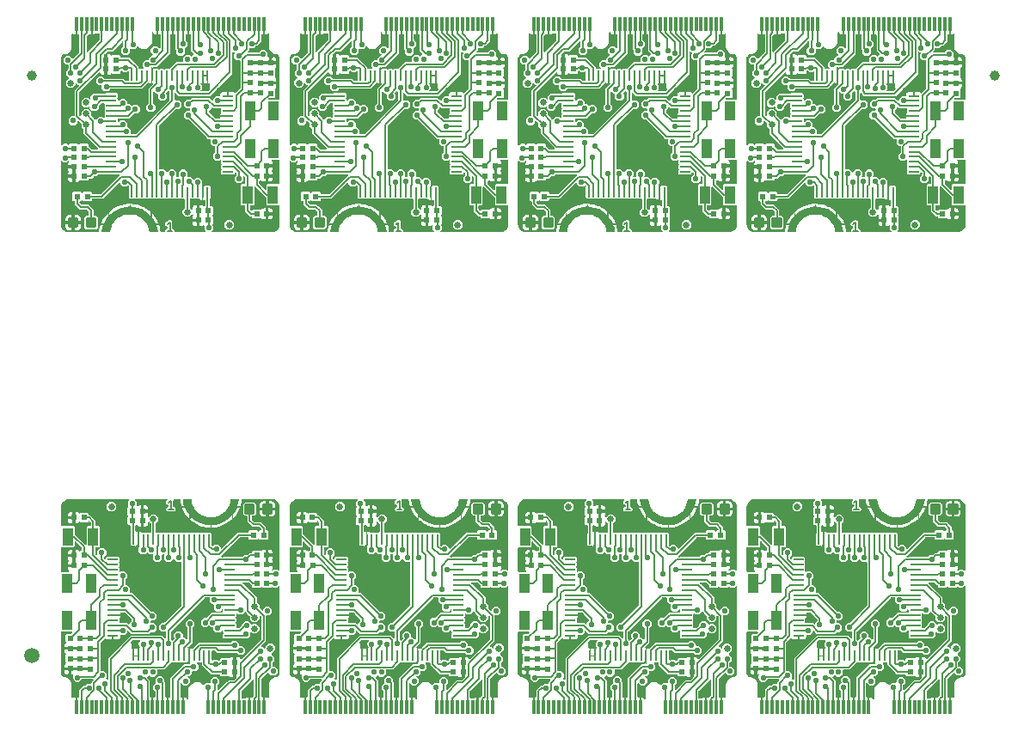
<source format=gtl>
G04 EAGLE Gerber RS-274X export*
G75*
%MOMM*%
%FSLAX34Y34*%
%LPD*%
%INTop Copper*%
%IPPOS*%
%AMOC8*
5,1,8,0,0,1.08239X$1,22.5*%
G01*
%ADD10C,0.152400*%
%ADD11R,0.600000X0.600000*%
%ADD12C,0.300000*%
%ADD13R,0.350000X1.450000*%
%ADD14C,0.454000*%
%ADD15C,0.101600*%
%ADD16R,1.000000X0.220000*%
%ADD17R,0.220000X1.000000*%
%ADD18R,1.100000X1.900000*%
%ADD19R,1.000000X1.800000*%
%ADD20C,0.635000*%
%ADD21C,1.000000*%
%ADD22C,1.500000*%
%ADD23C,0.558800*%
%ADD24C,0.200000*%

G36*
X264052Y480663D02*
X264052Y480663D01*
X264072Y480661D01*
X264173Y480683D01*
X264275Y480699D01*
X264292Y480709D01*
X264312Y480713D01*
X264401Y480766D01*
X264492Y480815D01*
X264506Y480829D01*
X264523Y480839D01*
X264590Y480918D01*
X264662Y480993D01*
X264670Y481011D01*
X264683Y481026D01*
X264722Y481122D01*
X264765Y481216D01*
X264767Y481236D01*
X264775Y481254D01*
X264783Y481330D01*
X264816Y481453D01*
X264820Y481486D01*
X264838Y481570D01*
X264990Y483006D01*
X265733Y486369D01*
X266201Y487739D01*
X268961Y487739D01*
X268068Y485077D01*
X268067Y485067D01*
X268059Y485042D01*
X267339Y481044D01*
X267343Y481005D01*
X267337Y480967D01*
X267350Y480937D01*
X267354Y480905D01*
X267378Y480875D01*
X267394Y480839D01*
X267421Y480821D01*
X267441Y480796D01*
X267478Y480783D01*
X267511Y480762D01*
X267566Y480754D01*
X267573Y480751D01*
X267577Y480752D01*
X267584Y480751D01*
X275584Y480751D01*
X275585Y480751D01*
X275648Y480769D01*
X275718Y480790D01*
X275719Y480790D01*
X275762Y480840D01*
X275810Y480895D01*
X275811Y480896D01*
X275831Y480967D01*
X276213Y483829D01*
X277032Y486578D01*
X278271Y489164D01*
X279899Y491525D01*
X281877Y493603D01*
X284155Y495345D01*
X286678Y496709D01*
X289383Y497662D01*
X292204Y498180D01*
X295084Y498251D01*
X297965Y498180D01*
X300786Y497662D01*
X303491Y496709D01*
X306013Y495345D01*
X308292Y493603D01*
X310269Y491525D01*
X311898Y489164D01*
X313136Y486578D01*
X313956Y483829D01*
X314337Y480967D01*
X314369Y480895D01*
X314394Y480839D01*
X314454Y480799D01*
X314510Y480762D01*
X314511Y480762D01*
X314584Y480751D01*
X315737Y480751D01*
X315785Y480731D01*
X315879Y480688D01*
X315899Y480686D01*
X315917Y480678D01*
X316084Y480660D01*
X316104Y480663D01*
X316123Y480661D01*
X316124Y480661D01*
X316225Y480683D01*
X316327Y480699D01*
X316345Y480709D01*
X316364Y480713D01*
X316427Y480751D01*
X322584Y480751D01*
X322621Y480762D01*
X322659Y480762D01*
X322687Y480781D01*
X322718Y480790D01*
X322744Y480819D01*
X322775Y480840D01*
X322789Y480870D01*
X322810Y480895D01*
X322816Y480933D01*
X322831Y480968D01*
X322830Y481026D01*
X322831Y481033D01*
X322830Y481036D01*
X322830Y481042D01*
X322137Y485053D01*
X322132Y485062D01*
X322128Y485089D01*
X321255Y487739D01*
X324010Y487739D01*
X324560Y486008D01*
X324561Y486004D01*
X324561Y486003D01*
X325205Y482867D01*
X325333Y481563D01*
X325342Y481531D01*
X325355Y481440D01*
X325397Y481286D01*
X325398Y481280D01*
X325415Y481178D01*
X325424Y481161D01*
X325428Y481141D01*
X325481Y481052D01*
X325530Y480961D01*
X325544Y480947D01*
X325554Y480930D01*
X325633Y480863D01*
X325708Y480791D01*
X325726Y480783D01*
X325741Y480770D01*
X325838Y480731D01*
X325931Y480688D01*
X325951Y480686D01*
X325969Y480678D01*
X326136Y480660D01*
X329147Y480660D01*
X329167Y480663D01*
X329187Y480661D01*
X329288Y480683D01*
X329390Y480699D01*
X329408Y480709D01*
X329427Y480713D01*
X329516Y480766D01*
X329607Y480815D01*
X329621Y480829D01*
X329638Y480839D01*
X329706Y480918D01*
X329777Y480993D01*
X329785Y481011D01*
X329798Y481026D01*
X329837Y481122D01*
X329880Y481216D01*
X329883Y481236D01*
X329890Y481254D01*
X329909Y481421D01*
X329909Y483039D01*
X331248Y484379D01*
X331546Y484379D01*
X331566Y484382D01*
X331586Y484380D01*
X331687Y484402D01*
X331789Y484418D01*
X331807Y484428D01*
X331826Y484432D01*
X331915Y484485D01*
X332006Y484534D01*
X332020Y484548D01*
X332037Y484558D01*
X332104Y484637D01*
X332176Y484712D01*
X332184Y484730D01*
X332197Y484745D01*
X332236Y484841D01*
X332279Y484935D01*
X332282Y484955D01*
X332289Y484973D01*
X332307Y485140D01*
X332307Y485814D01*
X332291Y485914D01*
X332281Y486014D01*
X332271Y486035D01*
X332268Y486057D01*
X332221Y486146D01*
X332179Y486238D01*
X332163Y486255D01*
X332153Y486274D01*
X332080Y486344D01*
X332011Y486418D01*
X331991Y486428D01*
X331974Y486444D01*
X331883Y486486D01*
X331794Y486534D01*
X331767Y486540D01*
X331751Y486547D01*
X331719Y486551D01*
X331630Y486571D01*
X331001Y486641D01*
X329818Y488120D01*
X330027Y490003D01*
X333034Y492408D01*
X333053Y492430D01*
X333097Y492464D01*
X333666Y493034D01*
X333694Y493042D01*
X333768Y493054D01*
X333811Y493078D01*
X333859Y493092D01*
X333884Y493108D01*
X334679Y493019D01*
X334708Y493021D01*
X334763Y493015D01*
X335569Y493015D01*
X335595Y493001D01*
X335655Y492957D01*
X335702Y492943D01*
X335746Y492919D01*
X335775Y492913D01*
X336274Y492288D01*
X336296Y492269D01*
X336331Y492226D01*
X336900Y491656D01*
X336909Y491628D01*
X336921Y491554D01*
X336944Y491511D01*
X336958Y491463D01*
X336974Y491438D01*
X336886Y490643D01*
X336887Y490615D01*
X336881Y490559D01*
X336881Y485140D01*
X336884Y485120D01*
X336882Y485101D01*
X336904Y484999D01*
X336921Y484897D01*
X336930Y484880D01*
X336934Y484860D01*
X336987Y484771D01*
X337036Y484680D01*
X337050Y484666D01*
X337060Y484649D01*
X337139Y484582D01*
X337214Y484510D01*
X337232Y484502D01*
X337247Y484489D01*
X337344Y484450D01*
X337437Y484407D01*
X337457Y484405D01*
X337475Y484397D01*
X337642Y484379D01*
X337940Y484379D01*
X339280Y483039D01*
X339280Y481421D01*
X339283Y481401D01*
X339281Y481382D01*
X339303Y481280D01*
X339320Y481178D01*
X339329Y481161D01*
X339333Y481141D01*
X339386Y481052D01*
X339435Y480961D01*
X339449Y480947D01*
X339459Y480930D01*
X339538Y480863D01*
X339613Y480791D01*
X339631Y480783D01*
X339646Y480770D01*
X339742Y480731D01*
X339836Y480688D01*
X339856Y480686D01*
X339874Y480678D01*
X340041Y480660D01*
X369179Y480660D01*
X369250Y480671D01*
X369321Y480673D01*
X369370Y480691D01*
X369422Y480699D01*
X369485Y480733D01*
X369552Y480758D01*
X369593Y480790D01*
X369639Y480815D01*
X369689Y480867D01*
X369745Y480911D01*
X369773Y480955D01*
X369809Y480993D01*
X369839Y481058D01*
X369878Y481118D01*
X369890Y481169D01*
X369912Y481216D01*
X369920Y481287D01*
X369938Y481357D01*
X369934Y481409D01*
X369939Y481460D01*
X369924Y481531D01*
X369918Y481602D01*
X369898Y481650D01*
X369887Y481701D01*
X369850Y481762D01*
X369822Y481828D01*
X369777Y481884D01*
X369761Y481912D01*
X369743Y481927D01*
X369717Y481959D01*
X368465Y483211D01*
X368465Y487050D01*
X368454Y487121D01*
X368452Y487193D01*
X368434Y487242D01*
X368426Y487293D01*
X368392Y487356D01*
X368367Y487424D01*
X368335Y487465D01*
X368311Y487510D01*
X368259Y487560D01*
X368214Y487616D01*
X368170Y487644D01*
X368132Y487680D01*
X368067Y487710D01*
X368007Y487749D01*
X367956Y487762D01*
X367909Y487783D01*
X367838Y487791D01*
X367768Y487809D01*
X367716Y487805D01*
X367665Y487811D01*
X367595Y487795D01*
X367523Y487790D01*
X367475Y487769D01*
X367424Y487758D01*
X367363Y487721D01*
X367297Y487693D01*
X367241Y487649D01*
X367213Y487632D01*
X367198Y487614D01*
X367166Y487589D01*
X367144Y487567D01*
X366565Y487232D01*
X365919Y487059D01*
X364083Y487059D01*
X364083Y491862D01*
X364080Y491881D01*
X364082Y491901D01*
X364060Y492003D01*
X364044Y492105D01*
X364034Y492122D01*
X364030Y492142D01*
X363977Y492231D01*
X363929Y492322D01*
X363914Y492336D01*
X363904Y492353D01*
X363825Y492420D01*
X363750Y492491D01*
X363732Y492500D01*
X363717Y492513D01*
X363621Y492551D01*
X363527Y492595D01*
X363507Y492597D01*
X363489Y492604D01*
X363565Y492617D01*
X363583Y492626D01*
X363602Y492630D01*
X363691Y492683D01*
X363782Y492732D01*
X363796Y492746D01*
X363813Y492756D01*
X363880Y492835D01*
X363952Y492910D01*
X363960Y492928D01*
X363973Y492943D01*
X364012Y493040D01*
X364055Y493133D01*
X364058Y493153D01*
X364065Y493171D01*
X364083Y493338D01*
X364083Y501262D01*
X364080Y501281D01*
X364082Y501301D01*
X364060Y501403D01*
X364044Y501505D01*
X364034Y501522D01*
X364030Y501542D01*
X363977Y501631D01*
X363929Y501722D01*
X363914Y501736D01*
X363904Y501753D01*
X363825Y501820D01*
X363750Y501891D01*
X363732Y501900D01*
X363717Y501913D01*
X363621Y501951D01*
X363527Y501995D01*
X363507Y501997D01*
X363489Y502004D01*
X363565Y502017D01*
X363583Y502026D01*
X363602Y502030D01*
X363691Y502083D01*
X363782Y502132D01*
X363796Y502146D01*
X363813Y502156D01*
X363880Y502235D01*
X363952Y502310D01*
X363960Y502328D01*
X363973Y502343D01*
X364012Y502440D01*
X364055Y502533D01*
X364058Y502553D01*
X364065Y502571D01*
X364083Y502738D01*
X364083Y507541D01*
X365919Y507541D01*
X366565Y507368D01*
X367144Y507033D01*
X367617Y506560D01*
X367623Y506550D01*
X367699Y506457D01*
X367773Y506365D01*
X367776Y506363D01*
X367779Y506360D01*
X367880Y506296D01*
X367979Y506232D01*
X367983Y506231D01*
X367987Y506229D01*
X368103Y506201D01*
X368218Y506172D01*
X368222Y506173D01*
X368226Y506172D01*
X368346Y506182D01*
X368463Y506191D01*
X368467Y506193D01*
X368471Y506193D01*
X368581Y506242D01*
X368689Y506288D01*
X368693Y506291D01*
X368696Y506292D01*
X368707Y506301D01*
X368820Y506393D01*
X369003Y506575D01*
X369016Y506578D01*
X369105Y506631D01*
X369196Y506680D01*
X369210Y506694D01*
X369227Y506704D01*
X369294Y506783D01*
X369366Y506858D01*
X369374Y506876D01*
X369387Y506891D01*
X369426Y506987D01*
X369469Y507081D01*
X369472Y507101D01*
X369479Y507119D01*
X369497Y507286D01*
X369497Y512010D01*
X369478Y512126D01*
X369460Y512245D01*
X369458Y512249D01*
X369458Y512253D01*
X369403Y512356D01*
X369348Y512463D01*
X369345Y512466D01*
X369343Y512470D01*
X369257Y512551D01*
X369171Y512635D01*
X369167Y512637D01*
X369164Y512639D01*
X369057Y512689D01*
X368949Y512741D01*
X368945Y512741D01*
X368941Y512743D01*
X368823Y512756D01*
X368705Y512770D01*
X368700Y512770D01*
X368697Y512770D01*
X368683Y512767D01*
X368539Y512745D01*
X368219Y512659D01*
X367546Y512659D01*
X367546Y520200D01*
X367546Y527741D01*
X368219Y527741D01*
X368865Y527568D01*
X369444Y527233D01*
X369730Y526948D01*
X369804Y526895D01*
X369873Y526835D01*
X369903Y526823D01*
X369929Y526804D01*
X370016Y526777D01*
X370101Y526743D01*
X370142Y526739D01*
X370164Y526732D01*
X370197Y526733D01*
X370268Y526725D01*
X373516Y526725D01*
X374409Y525832D01*
X374409Y514568D01*
X374294Y514453D01*
X374241Y514379D01*
X374181Y514310D01*
X374169Y514280D01*
X374150Y514254D01*
X374124Y514167D01*
X374089Y514082D01*
X374085Y514041D01*
X374078Y514019D01*
X374079Y513986D01*
X374071Y513915D01*
X374071Y507286D01*
X374073Y507273D01*
X374072Y507264D01*
X374073Y507258D01*
X374072Y507247D01*
X374094Y507145D01*
X374111Y507043D01*
X374120Y507026D01*
X374124Y507006D01*
X374177Y506917D01*
X374226Y506826D01*
X374240Y506812D01*
X374250Y506795D01*
X374329Y506728D01*
X374404Y506656D01*
X374422Y506648D01*
X374437Y506635D01*
X374534Y506596D01*
X374627Y506553D01*
X374647Y506551D01*
X374665Y506543D01*
X374832Y506525D01*
X376216Y506525D01*
X377109Y505632D01*
X377109Y498368D01*
X376579Y497838D01*
X376567Y497822D01*
X376552Y497810D01*
X376495Y497722D01*
X376435Y497639D01*
X376429Y497620D01*
X376419Y497603D01*
X376393Y497502D01*
X376363Y497403D01*
X376363Y497384D01*
X376359Y497364D01*
X376367Y497261D01*
X376369Y497158D01*
X376376Y497139D01*
X376378Y497119D01*
X376418Y497024D01*
X376454Y496927D01*
X376466Y496911D01*
X376474Y496893D01*
X376579Y496762D01*
X377109Y496232D01*
X377109Y488968D01*
X376554Y488414D01*
X376543Y488398D01*
X376527Y488385D01*
X376471Y488298D01*
X376411Y488214D01*
X376405Y488195D01*
X376394Y488178D01*
X376369Y488078D01*
X376339Y487979D01*
X376339Y487959D01*
X376334Y487940D01*
X376342Y487837D01*
X376345Y487733D01*
X376352Y487714D01*
X376353Y487695D01*
X376394Y487600D01*
X376429Y487502D01*
X376442Y487487D01*
X376450Y487468D01*
X376554Y487337D01*
X377103Y486789D01*
X377103Y483211D01*
X375851Y481959D01*
X375809Y481901D01*
X375760Y481849D01*
X375738Y481802D01*
X375708Y481760D01*
X375686Y481691D01*
X375656Y481626D01*
X375650Y481574D01*
X375635Y481524D01*
X375637Y481453D01*
X375629Y481382D01*
X375640Y481331D01*
X375642Y481279D01*
X375666Y481211D01*
X375681Y481141D01*
X375708Y481096D01*
X375726Y481048D01*
X375771Y480992D01*
X375808Y480930D01*
X375847Y480896D01*
X375880Y480856D01*
X375940Y480817D01*
X375994Y480770D01*
X376043Y480751D01*
X376087Y480723D01*
X376156Y480705D01*
X376223Y480678D01*
X376294Y480670D01*
X376325Y480662D01*
X376348Y480664D01*
X376389Y480660D01*
X435019Y480660D01*
X435051Y480665D01*
X435133Y480668D01*
X436961Y480947D01*
X437019Y480966D01*
X437080Y480975D01*
X437164Y481013D01*
X437195Y481023D01*
X437208Y481033D01*
X437233Y481043D01*
X440405Y482909D01*
X440488Y482979D01*
X440574Y483045D01*
X440585Y483059D01*
X440594Y483067D01*
X440609Y483092D01*
X440675Y483179D01*
X442541Y486351D01*
X442563Y486408D01*
X442594Y486461D01*
X442612Y486528D01*
X442620Y486545D01*
X442621Y486559D01*
X442630Y486581D01*
X442630Y486597D01*
X442637Y486623D01*
X442916Y488451D01*
X442915Y488484D01*
X442924Y488565D01*
X442924Y506646D01*
X442913Y506717D01*
X442911Y506789D01*
X442893Y506838D01*
X442885Y506889D01*
X442851Y506952D01*
X442827Y507020D01*
X442794Y507060D01*
X442770Y507106D01*
X442718Y507156D01*
X442673Y507212D01*
X442629Y507240D01*
X442591Y507276D01*
X442526Y507306D01*
X442466Y507345D01*
X442415Y507357D01*
X442368Y507379D01*
X442297Y507387D01*
X442227Y507405D01*
X442175Y507401D01*
X442124Y507406D01*
X442054Y507391D01*
X441982Y507386D01*
X441934Y507365D01*
X441883Y507354D01*
X441822Y507317D01*
X441756Y507289D01*
X441738Y507275D01*
X430453Y507275D01*
X429559Y508168D01*
X429559Y514752D01*
X429556Y514772D01*
X429558Y514791D01*
X429536Y514893D01*
X429520Y514995D01*
X429510Y515012D01*
X429506Y515032D01*
X429453Y515121D01*
X429405Y515212D01*
X429390Y515226D01*
X429380Y515243D01*
X429301Y515310D01*
X429226Y515382D01*
X429208Y515390D01*
X429193Y515403D01*
X429097Y515442D01*
X429003Y515485D01*
X428983Y515487D01*
X428965Y515495D01*
X428954Y515496D01*
X427375Y517076D01*
X427374Y517076D01*
X418908Y525542D01*
X418850Y525584D01*
X418798Y525633D01*
X418751Y525655D01*
X418709Y525685D01*
X418640Y525706D01*
X418575Y525737D01*
X418523Y525742D01*
X418474Y525758D01*
X418402Y525756D01*
X418331Y525764D01*
X418280Y525753D01*
X418228Y525751D01*
X418160Y525727D01*
X418090Y525712D01*
X418046Y525685D01*
X417997Y525667D01*
X417941Y525622D01*
X417879Y525585D01*
X417845Y525546D01*
X417805Y525513D01*
X417766Y525453D01*
X417719Y525398D01*
X417700Y525350D01*
X417672Y525306D01*
X417654Y525237D01*
X417627Y525170D01*
X417619Y525099D01*
X417612Y525068D01*
X417613Y525044D01*
X417609Y525004D01*
X417609Y508168D01*
X416716Y507275D01*
X414132Y507275D01*
X414112Y507272D01*
X414093Y507274D01*
X413991Y507252D01*
X413889Y507236D01*
X413872Y507226D01*
X413852Y507222D01*
X413763Y507169D01*
X413672Y507120D01*
X413658Y507106D01*
X413641Y507096D01*
X413574Y507017D01*
X413503Y506942D01*
X413494Y506924D01*
X413481Y506909D01*
X413443Y506813D01*
X413399Y506719D01*
X413397Y506699D01*
X413389Y506681D01*
X413371Y506514D01*
X413371Y503893D01*
X413386Y503802D01*
X413393Y503712D01*
X413405Y503682D01*
X413411Y503650D01*
X413453Y503569D01*
X413489Y503485D01*
X413515Y503453D01*
X413526Y503432D01*
X413549Y503410D01*
X413594Y503354D01*
X414475Y502473D01*
X414491Y502462D01*
X414503Y502446D01*
X414591Y502390D01*
X414674Y502330D01*
X414693Y502324D01*
X414710Y502313D01*
X414811Y502288D01*
X414910Y502257D01*
X414929Y502258D01*
X414949Y502253D01*
X415052Y502261D01*
X415155Y502264D01*
X415174Y502271D01*
X415194Y502272D01*
X415289Y502313D01*
X415386Y502348D01*
X415402Y502361D01*
X415420Y502369D01*
X415551Y502473D01*
X416553Y503475D01*
X423816Y503475D01*
X423948Y503343D01*
X424043Y503274D01*
X424140Y503203D01*
X424144Y503201D01*
X424148Y503199D01*
X424261Y503164D01*
X424375Y503128D01*
X424379Y503128D01*
X424383Y503127D01*
X424501Y503130D01*
X424620Y503132D01*
X424624Y503133D01*
X424629Y503133D01*
X424739Y503174D01*
X424852Y503213D01*
X424856Y503216D01*
X424860Y503217D01*
X424953Y503292D01*
X425046Y503365D01*
X425049Y503369D01*
X425052Y503371D01*
X425059Y503383D01*
X425145Y503500D01*
X425151Y503510D01*
X425624Y503983D01*
X426203Y504318D01*
X426850Y504491D01*
X428685Y504491D01*
X428685Y499688D01*
X428688Y499670D01*
X428686Y499652D01*
X428686Y499651D01*
X428686Y499649D01*
X428708Y499547D01*
X428725Y499445D01*
X428734Y499428D01*
X428738Y499408D01*
X428791Y499319D01*
X428840Y499228D01*
X428854Y499214D01*
X428864Y499197D01*
X428943Y499130D01*
X429018Y499059D01*
X429036Y499050D01*
X429051Y499037D01*
X429147Y498999D01*
X429241Y498955D01*
X429261Y498953D01*
X429279Y498946D01*
X429203Y498933D01*
X429186Y498924D01*
X429166Y498920D01*
X429077Y498867D01*
X428986Y498818D01*
X428972Y498804D01*
X428955Y498794D01*
X428888Y498715D01*
X428817Y498640D01*
X428808Y498622D01*
X428795Y498607D01*
X428757Y498510D01*
X428713Y498417D01*
X428711Y498397D01*
X428703Y498379D01*
X428685Y498212D01*
X428685Y493409D01*
X426850Y493409D01*
X426203Y493582D01*
X425624Y493917D01*
X425151Y494390D01*
X425145Y494400D01*
X425071Y494491D01*
X424996Y494585D01*
X424992Y494587D01*
X424990Y494590D01*
X424890Y494653D01*
X424789Y494718D01*
X424785Y494719D01*
X424781Y494721D01*
X424666Y494749D01*
X424550Y494778D01*
X424546Y494777D01*
X424542Y494778D01*
X424424Y494768D01*
X424305Y494759D01*
X424301Y494757D01*
X424297Y494757D01*
X424189Y494709D01*
X424079Y494662D01*
X424075Y494659D01*
X424072Y494658D01*
X424062Y494649D01*
X423948Y494557D01*
X423816Y494425D01*
X416553Y494425D01*
X415659Y495318D01*
X415659Y495902D01*
X415657Y495915D01*
X415658Y495924D01*
X415657Y495930D01*
X415658Y495941D01*
X415636Y496043D01*
X415620Y496145D01*
X415610Y496162D01*
X415606Y496182D01*
X415553Y496271D01*
X415505Y496362D01*
X415490Y496376D01*
X415480Y496393D01*
X415401Y496460D01*
X415326Y496532D01*
X415308Y496540D01*
X415293Y496553D01*
X415197Y496592D01*
X415103Y496635D01*
X415083Y496637D01*
X415065Y496645D01*
X414898Y496663D01*
X413817Y496663D01*
X408797Y501683D01*
X408797Y506514D01*
X408794Y506534D01*
X408796Y506553D01*
X408774Y506655D01*
X408758Y506757D01*
X408748Y506774D01*
X408744Y506794D01*
X408691Y506883D01*
X408643Y506974D01*
X408628Y506988D01*
X408618Y507005D01*
X408539Y507072D01*
X408464Y507144D01*
X408446Y507152D01*
X408431Y507165D01*
X408335Y507204D01*
X408241Y507247D01*
X408221Y507249D01*
X408203Y507257D01*
X408036Y507275D01*
X405453Y507275D01*
X404559Y508168D01*
X404559Y527432D01*
X405453Y528325D01*
X408036Y528325D01*
X408056Y528328D01*
X408076Y528326D01*
X408177Y528348D01*
X408279Y528364D01*
X408297Y528374D01*
X408316Y528378D01*
X408405Y528431D01*
X408496Y528480D01*
X408510Y528494D01*
X408527Y528504D01*
X408594Y528583D01*
X408666Y528658D01*
X408674Y528676D01*
X408687Y528691D01*
X408726Y528787D01*
X408769Y528881D01*
X408772Y528901D01*
X408779Y528919D01*
X408797Y529086D01*
X408797Y534535D01*
X408783Y534625D01*
X408776Y534716D01*
X408763Y534746D01*
X408758Y534777D01*
X408715Y534858D01*
X408679Y534942D01*
X408654Y534974D01*
X408643Y534995D01*
X408619Y535017D01*
X408575Y535073D01*
X408132Y535515D01*
X408074Y535557D01*
X408022Y535606D01*
X407975Y535628D01*
X407933Y535659D01*
X407864Y535680D01*
X407799Y535710D01*
X407747Y535716D01*
X407698Y535731D01*
X407626Y535729D01*
X407555Y535737D01*
X407504Y535726D01*
X407452Y535725D01*
X407384Y535700D01*
X407314Y535685D01*
X407270Y535658D01*
X407221Y535640D01*
X407165Y535595D01*
X407103Y535559D01*
X407069Y535519D01*
X407029Y535486D01*
X406990Y535426D01*
X406943Y535372D01*
X406924Y535323D01*
X406896Y535280D01*
X406878Y535210D01*
X406851Y535144D01*
X406843Y535072D01*
X406836Y535041D01*
X406837Y535018D01*
X406833Y534977D01*
X406833Y531871D01*
X404303Y529341D01*
X400725Y529341D01*
X398195Y531871D01*
X398195Y535449D01*
X400004Y537258D01*
X400058Y537332D01*
X400117Y537401D01*
X400129Y537431D01*
X400148Y537458D01*
X400175Y537545D01*
X400209Y537629D01*
X400214Y537670D01*
X400220Y537693D01*
X400220Y537725D01*
X400227Y537796D01*
X400227Y538747D01*
X400213Y538837D01*
X400206Y538928D01*
X400193Y538958D01*
X400188Y538990D01*
X400145Y539071D01*
X400109Y539155D01*
X400084Y539187D01*
X400073Y539208D01*
X400049Y539230D01*
X400005Y539286D01*
X399608Y539682D01*
X399550Y539724D01*
X399498Y539773D01*
X399451Y539795D01*
X399409Y539825D01*
X399340Y539846D01*
X399275Y539877D01*
X399223Y539882D01*
X399174Y539898D01*
X399102Y539896D01*
X399031Y539904D01*
X398980Y539893D01*
X398928Y539891D01*
X398860Y539867D01*
X398790Y539852D01*
X398746Y539825D01*
X398697Y539807D01*
X398641Y539762D01*
X398579Y539725D01*
X398545Y539686D01*
X398505Y539653D01*
X398466Y539593D01*
X398419Y539538D01*
X398400Y539490D01*
X398372Y539446D01*
X398354Y539377D01*
X398327Y539310D01*
X398319Y539239D01*
X398312Y539208D01*
X398313Y539184D01*
X398309Y539144D01*
X398309Y538468D01*
X397416Y537575D01*
X386153Y537575D01*
X385259Y538468D01*
X385259Y541932D01*
X385490Y542162D01*
X385501Y542178D01*
X385517Y542190D01*
X385573Y542278D01*
X385633Y542361D01*
X385639Y542380D01*
X385650Y542397D01*
X385675Y542498D01*
X385706Y542597D01*
X385705Y542617D01*
X385710Y542636D01*
X385702Y542739D01*
X385699Y542842D01*
X385692Y542861D01*
X385691Y542881D01*
X385650Y542976D01*
X385615Y543073D01*
X385602Y543089D01*
X385594Y543107D01*
X385490Y543238D01*
X385259Y543468D01*
X385259Y546932D01*
X385490Y547162D01*
X385501Y547178D01*
X385517Y547190D01*
X385573Y547277D01*
X385633Y547361D01*
X385639Y547380D01*
X385650Y547397D01*
X385675Y547498D01*
X385706Y547596D01*
X385705Y547616D01*
X385710Y547636D01*
X385702Y547739D01*
X385699Y547842D01*
X385692Y547861D01*
X385691Y547881D01*
X385650Y547976D01*
X385615Y548073D01*
X385602Y548089D01*
X385594Y548107D01*
X385490Y548238D01*
X385259Y548468D01*
X385259Y551630D01*
X385248Y551701D01*
X385246Y551772D01*
X385228Y551821D01*
X385220Y551873D01*
X385186Y551936D01*
X385162Y552003D01*
X385129Y552044D01*
X385105Y552090D01*
X385053Y552139D01*
X385008Y552195D01*
X384964Y552223D01*
X384926Y552259D01*
X384861Y552290D01*
X384801Y552328D01*
X384750Y552341D01*
X384703Y552363D01*
X384632Y552371D01*
X384562Y552388D01*
X384510Y552384D01*
X384459Y552390D01*
X384389Y552375D01*
X384317Y552369D01*
X384269Y552349D01*
X384218Y552338D01*
X384157Y552301D01*
X384091Y552273D01*
X384035Y552228D01*
X384007Y552212D01*
X383992Y552194D01*
X383960Y552168D01*
X383273Y551481D01*
X379695Y551481D01*
X377165Y554011D01*
X377165Y557589D01*
X378974Y559398D01*
X379028Y559472D01*
X379087Y559541D01*
X379099Y559571D01*
X379118Y559598D01*
X379145Y559685D01*
X379179Y559769D01*
X379184Y559810D01*
X379190Y559833D01*
X379190Y559865D01*
X379197Y559936D01*
X379197Y564980D01*
X379194Y565000D01*
X379196Y565019D01*
X379174Y565121D01*
X379158Y565223D01*
X379148Y565240D01*
X379144Y565260D01*
X379091Y565349D01*
X379043Y565440D01*
X379028Y565454D01*
X379018Y565471D01*
X378939Y565538D01*
X378864Y565610D01*
X378846Y565618D01*
X378831Y565631D01*
X378735Y565670D01*
X378641Y565713D01*
X378621Y565715D01*
X378603Y565723D01*
X378436Y565741D01*
X377435Y565741D01*
X374905Y568271D01*
X374905Y572152D01*
X374902Y572172D01*
X374904Y572191D01*
X374882Y572293D01*
X374866Y572395D01*
X374856Y572412D01*
X374852Y572432D01*
X374799Y572521D01*
X374751Y572612D01*
X374736Y572626D01*
X374726Y572643D01*
X374647Y572710D01*
X374572Y572782D01*
X374554Y572790D01*
X374539Y572803D01*
X374443Y572842D01*
X374349Y572885D01*
X374329Y572887D01*
X374311Y572895D01*
X374144Y572913D01*
X372277Y572913D01*
X353552Y591638D01*
X353478Y591691D01*
X353409Y591751D01*
X353378Y591763D01*
X353352Y591782D01*
X353265Y591809D01*
X353180Y591843D01*
X353139Y591847D01*
X353117Y591854D01*
X353085Y591853D01*
X353014Y591861D01*
X350985Y591861D01*
X348455Y594391D01*
X348455Y597969D01*
X350985Y600499D01*
X353674Y600499D01*
X353694Y600502D01*
X353714Y600500D01*
X353815Y600522D01*
X353917Y600538D01*
X353935Y600548D01*
X353954Y600552D01*
X354043Y600605D01*
X354134Y600654D01*
X354148Y600668D01*
X354165Y600678D01*
X354232Y600757D01*
X354304Y600832D01*
X354312Y600850D01*
X354325Y600865D01*
X354364Y600961D01*
X354407Y601055D01*
X354410Y601075D01*
X354417Y601093D01*
X354435Y601260D01*
X354435Y602170D01*
X354432Y602190D01*
X354434Y602209D01*
X354412Y602311D01*
X354396Y602413D01*
X354386Y602430D01*
X354382Y602450D01*
X354329Y602539D01*
X354281Y602630D01*
X354266Y602644D01*
X354256Y602661D01*
X354177Y602728D01*
X354102Y602800D01*
X354084Y602808D01*
X354069Y602821D01*
X353973Y602860D01*
X353879Y602903D01*
X353859Y602905D01*
X353841Y602913D01*
X353674Y602931D01*
X351387Y602931D01*
X348857Y605461D01*
X348857Y609039D01*
X351387Y611569D01*
X353946Y611569D01*
X354036Y611583D01*
X354127Y611591D01*
X354156Y611603D01*
X354188Y611608D01*
X354269Y611651D01*
X354353Y611687D01*
X354385Y611713D01*
X354406Y611724D01*
X354428Y611747D01*
X354430Y611749D01*
X354432Y611750D01*
X354433Y611751D01*
X354484Y611792D01*
X355979Y613287D01*
X373531Y613287D01*
X375094Y611724D01*
X376266Y610552D01*
X376324Y610510D01*
X376376Y610461D01*
X376423Y610439D01*
X376466Y610409D01*
X376534Y610388D01*
X376599Y610357D01*
X376651Y610352D01*
X376701Y610336D01*
X376772Y610338D01*
X376844Y610330D01*
X376895Y610341D01*
X376947Y610343D01*
X377014Y610367D01*
X377084Y610382D01*
X377129Y610409D01*
X377178Y610427D01*
X377234Y610472D01*
X377295Y610509D01*
X377329Y610548D01*
X377370Y610581D01*
X377408Y610641D01*
X377455Y610696D01*
X377475Y610744D01*
X377503Y610788D01*
X377520Y610857D01*
X377547Y610924D01*
X377555Y610995D01*
X377563Y611026D01*
X377561Y611050D01*
X377565Y611090D01*
X377565Y611989D01*
X380095Y614519D01*
X383482Y614519D01*
X383502Y614522D01*
X383522Y614520D01*
X383623Y614542D01*
X383725Y614558D01*
X383743Y614568D01*
X383762Y614572D01*
X383851Y614625D01*
X383942Y614674D01*
X383956Y614688D01*
X383973Y614698D01*
X384040Y614777D01*
X384112Y614852D01*
X384120Y614870D01*
X384133Y614885D01*
X384172Y614981D01*
X384215Y615075D01*
X384218Y615095D01*
X384225Y615113D01*
X384243Y615280D01*
X384243Y616634D01*
X384417Y617281D01*
X384751Y617860D01*
X385224Y618333D01*
X385803Y618668D01*
X386450Y618841D01*
X391023Y618841D01*
X391023Y615200D01*
X391026Y615181D01*
X391024Y615161D01*
X391046Y615060D01*
X391063Y614958D01*
X391072Y614940D01*
X391076Y614921D01*
X391129Y614831D01*
X391178Y614740D01*
X391192Y614727D01*
X391202Y614709D01*
X391281Y614642D01*
X391356Y614571D01*
X391374Y614562D01*
X391389Y614549D01*
X391485Y614511D01*
X391579Y614467D01*
X391599Y614465D01*
X391617Y614458D01*
X391784Y614439D01*
X391804Y614442D01*
X391823Y614440D01*
X391824Y614440D01*
X391925Y614462D01*
X392027Y614479D01*
X392045Y614488D01*
X392064Y614492D01*
X392153Y614546D01*
X392244Y614594D01*
X392258Y614608D01*
X392275Y614619D01*
X392343Y614697D01*
X392414Y614772D01*
X392422Y614790D01*
X392435Y614805D01*
X392474Y614902D01*
X392517Y614995D01*
X392520Y615015D01*
X392527Y615034D01*
X392546Y615200D01*
X392546Y618841D01*
X397119Y618841D01*
X397765Y618668D01*
X398344Y618333D01*
X398675Y618002D01*
X398692Y617990D01*
X398704Y617975D01*
X398792Y617918D01*
X398875Y617858D01*
X398894Y617852D01*
X398911Y617842D01*
X399012Y617816D01*
X399110Y617786D01*
X399130Y617786D01*
X399150Y617782D01*
X399253Y617790D01*
X399356Y617792D01*
X399375Y617799D01*
X399395Y617801D01*
X399490Y617841D01*
X399587Y617877D01*
X399603Y617889D01*
X399621Y617897D01*
X399752Y618002D01*
X399834Y618084D01*
X403774Y622024D01*
X403828Y622098D01*
X403887Y622168D01*
X403899Y622198D01*
X403918Y622224D01*
X403945Y622311D01*
X403979Y622396D01*
X403984Y622437D01*
X403990Y622459D01*
X403990Y622491D01*
X403997Y622563D01*
X403997Y649558D01*
X403994Y649577D01*
X403996Y649597D01*
X403974Y649698D01*
X403958Y649800D01*
X403948Y649818D01*
X403944Y649837D01*
X403891Y649926D01*
X403843Y650018D01*
X403828Y650031D01*
X403818Y650048D01*
X403739Y650116D01*
X403664Y650187D01*
X403646Y650195D01*
X403631Y650208D01*
X403535Y650247D01*
X403441Y650291D01*
X403421Y650293D01*
X403403Y650300D01*
X403236Y650319D01*
X400533Y650319D01*
X398003Y652849D01*
X398003Y656426D01*
X398458Y656882D01*
X398500Y656940D01*
X398550Y656992D01*
X398571Y657039D01*
X398602Y657081D01*
X398623Y657150D01*
X398653Y657215D01*
X398659Y657267D01*
X398674Y657317D01*
X398672Y657388D01*
X398680Y657459D01*
X398669Y657510D01*
X398668Y657562D01*
X398643Y657630D01*
X398628Y657700D01*
X398601Y657745D01*
X398583Y657793D01*
X398539Y657849D01*
X398502Y657911D01*
X398462Y657945D01*
X398430Y657985D01*
X398369Y658024D01*
X398315Y658071D01*
X398267Y658090D01*
X398223Y658118D01*
X398153Y658136D01*
X398087Y658163D01*
X398015Y658171D01*
X397984Y658179D01*
X397961Y658177D01*
X397920Y658181D01*
X397495Y658181D01*
X397370Y658306D01*
X397312Y658348D01*
X397260Y658397D01*
X397213Y658419D01*
X397171Y658450D01*
X397102Y658471D01*
X397037Y658501D01*
X396985Y658507D01*
X396936Y658522D01*
X396864Y658520D01*
X396793Y658528D01*
X396742Y658517D01*
X396690Y658516D01*
X396623Y658491D01*
X396552Y658476D01*
X396508Y658449D01*
X396459Y658431D01*
X396403Y658386D01*
X396341Y658350D01*
X396307Y658310D01*
X396267Y658278D01*
X396228Y658217D01*
X396181Y658163D01*
X396162Y658114D01*
X396134Y658071D01*
X396116Y658001D01*
X396089Y657935D01*
X396081Y657863D01*
X396074Y657832D01*
X396075Y657809D01*
X396071Y657768D01*
X396071Y637183D01*
X373895Y615007D01*
X343243Y615007D01*
X341680Y616570D01*
X340396Y617854D01*
X340338Y617896D01*
X340286Y617945D01*
X340239Y617967D01*
X340197Y617997D01*
X340128Y618018D01*
X340063Y618049D01*
X340011Y618054D01*
X339962Y618070D01*
X339890Y618068D01*
X339819Y618076D01*
X339768Y618065D01*
X339716Y618063D01*
X339648Y618039D01*
X339578Y618024D01*
X339534Y617997D01*
X339485Y617979D01*
X339429Y617934D01*
X339367Y617897D01*
X339333Y617858D01*
X339293Y617825D01*
X339254Y617765D01*
X339207Y617710D01*
X339188Y617662D01*
X339160Y617618D01*
X339142Y617549D01*
X339115Y617482D01*
X339107Y617411D01*
X339100Y617380D01*
X339101Y617356D01*
X339097Y617316D01*
X339097Y611790D01*
X339100Y611770D01*
X339098Y611751D01*
X339120Y611649D01*
X339137Y611547D01*
X339146Y611530D01*
X339150Y611510D01*
X339203Y611421D01*
X339252Y611330D01*
X339266Y611316D01*
X339276Y611299D01*
X339355Y611232D01*
X339430Y611160D01*
X339448Y611152D01*
X339463Y611139D01*
X339560Y611100D01*
X339653Y611057D01*
X339673Y611055D01*
X339691Y611047D01*
X339858Y611029D01*
X343673Y611029D01*
X346203Y608499D01*
X346203Y604921D01*
X343673Y602391D01*
X341225Y602391D01*
X341135Y602377D01*
X341044Y602369D01*
X341014Y602357D01*
X340982Y602352D01*
X340901Y602309D01*
X340817Y602273D01*
X340785Y602247D01*
X340765Y602236D01*
X340742Y602213D01*
X340686Y602168D01*
X324294Y585776D01*
X324241Y585702D01*
X324181Y585632D01*
X324169Y585602D01*
X324150Y585576D01*
X324124Y585489D01*
X324089Y585404D01*
X324085Y585363D01*
X324078Y585341D01*
X324079Y585309D01*
X324071Y585238D01*
X324071Y543480D01*
X324074Y543460D01*
X324072Y543441D01*
X324094Y543339D01*
X324111Y543237D01*
X324120Y543220D01*
X324124Y543200D01*
X324177Y543111D01*
X324226Y543020D01*
X324240Y543006D01*
X324250Y542989D01*
X324329Y542922D01*
X324404Y542850D01*
X324422Y542842D01*
X324437Y542829D01*
X324534Y542790D01*
X324627Y542747D01*
X324647Y542745D01*
X324665Y542737D01*
X324832Y542719D01*
X328573Y542719D01*
X331196Y540096D01*
X331212Y540084D01*
X331225Y540069D01*
X331312Y540013D01*
X331396Y539952D01*
X331415Y539947D01*
X331431Y539936D01*
X331532Y539910D01*
X331631Y539880D01*
X331651Y539881D01*
X331670Y539876D01*
X331773Y539884D01*
X331877Y539886D01*
X331895Y539893D01*
X331915Y539895D01*
X332010Y539935D01*
X332108Y539971D01*
X332123Y539983D01*
X332141Y539991D01*
X332272Y540096D01*
X334995Y542819D01*
X338573Y542819D01*
X341103Y540289D01*
X341103Y536711D01*
X340910Y536518D01*
X340868Y536460D01*
X340819Y536408D01*
X340797Y536361D01*
X340767Y536319D01*
X340745Y536250D01*
X340715Y536185D01*
X340709Y536133D01*
X340694Y536083D01*
X340696Y536012D01*
X340688Y535941D01*
X340699Y535890D01*
X340701Y535838D01*
X340725Y535770D01*
X340740Y535700D01*
X340767Y535655D01*
X340785Y535607D01*
X340830Y535551D01*
X340867Y535489D01*
X340906Y535455D01*
X340939Y535415D01*
X340999Y535376D01*
X341053Y535329D01*
X341102Y535310D01*
X341146Y535282D01*
X341215Y535264D01*
X341282Y535237D01*
X341353Y535229D01*
X341384Y535221D01*
X341407Y535223D01*
X341448Y535219D01*
X342804Y535219D01*
X342875Y535230D01*
X342947Y535232D01*
X342995Y535250D01*
X343047Y535258D01*
X343110Y535292D01*
X343178Y535317D01*
X343218Y535349D01*
X343264Y535374D01*
X343314Y535426D01*
X343370Y535470D01*
X343398Y535514D01*
X343434Y535552D01*
X343464Y535617D01*
X343503Y535677D01*
X343515Y535728D01*
X343537Y535775D01*
X343545Y535846D01*
X343563Y535916D01*
X343559Y535968D01*
X343564Y536019D01*
X343549Y536089D01*
X343543Y536161D01*
X343523Y536209D01*
X343512Y536260D01*
X343475Y536321D01*
X343465Y536344D01*
X343465Y539973D01*
X345995Y542503D01*
X349573Y542503D01*
X352103Y539973D01*
X352103Y536395D01*
X351926Y536218D01*
X351884Y536160D01*
X351835Y536108D01*
X351813Y536061D01*
X351783Y536019D01*
X351761Y535950D01*
X351731Y535885D01*
X351725Y535833D01*
X351710Y535783D01*
X351712Y535712D01*
X351704Y535641D01*
X351715Y535590D01*
X351717Y535538D01*
X351741Y535470D01*
X351756Y535400D01*
X351783Y535355D01*
X351801Y535307D01*
X351846Y535251D01*
X351883Y535189D01*
X351922Y535155D01*
X351955Y535115D01*
X352015Y535076D01*
X352069Y535029D01*
X352118Y535010D01*
X352162Y534982D01*
X352231Y534964D01*
X352298Y534937D01*
X352369Y534929D01*
X352400Y534921D01*
X352423Y534923D01*
X352464Y534919D01*
X355473Y534919D01*
X357297Y533095D01*
X357313Y533084D01*
X357325Y533068D01*
X357412Y533012D01*
X357496Y532952D01*
X357515Y532946D01*
X357532Y532935D01*
X357633Y532910D01*
X357731Y532879D01*
X357751Y532880D01*
X357771Y532875D01*
X357874Y532883D01*
X357977Y532886D01*
X357996Y532893D01*
X358016Y532894D01*
X358111Y532934D01*
X358208Y532970D01*
X358224Y532983D01*
X358242Y532990D01*
X358373Y533095D01*
X360046Y534768D01*
X363624Y534768D01*
X366154Y532238D01*
X366154Y528633D01*
X366133Y528609D01*
X366114Y528562D01*
X366087Y528520D01*
X366069Y528449D01*
X366041Y528381D01*
X366034Y528313D01*
X366026Y528282D01*
X366028Y528258D01*
X366023Y528214D01*
X366023Y520200D01*
X366023Y512659D01*
X365350Y512659D01*
X364703Y512832D01*
X364124Y513167D01*
X363839Y513452D01*
X363765Y513505D01*
X363695Y513565D01*
X363665Y513577D01*
X363639Y513596D01*
X363552Y513623D01*
X363467Y513657D01*
X363426Y513661D01*
X363404Y513668D01*
X363372Y513667D01*
X363300Y513675D01*
X360053Y513675D01*
X359822Y513905D01*
X359806Y513917D01*
X359794Y513933D01*
X359706Y513989D01*
X359623Y514049D01*
X359604Y514055D01*
X359587Y514066D01*
X359487Y514091D01*
X359388Y514121D01*
X359368Y514121D01*
X359348Y514126D01*
X359245Y514118D01*
X359142Y514115D01*
X359123Y514108D01*
X359103Y514107D01*
X359008Y514066D01*
X358911Y514031D01*
X358895Y514018D01*
X358877Y514010D01*
X358746Y513905D01*
X358516Y513675D01*
X354832Y513675D01*
X354812Y513672D01*
X354793Y513674D01*
X354691Y513652D01*
X354589Y513636D01*
X354572Y513626D01*
X354552Y513622D01*
X354463Y513569D01*
X354372Y513520D01*
X354358Y513506D01*
X354341Y513496D01*
X354274Y513417D01*
X354203Y513342D01*
X354194Y513324D01*
X354181Y513309D01*
X354143Y513213D01*
X354099Y513119D01*
X354097Y513099D01*
X354089Y513081D01*
X354071Y512914D01*
X354071Y505275D01*
X354086Y505185D01*
X354093Y505094D01*
X354105Y505064D01*
X354111Y505032D01*
X354153Y504952D01*
X354189Y504868D01*
X354215Y504836D01*
X354226Y504815D01*
X354249Y504793D01*
X354294Y504737D01*
X355744Y503287D01*
X355802Y503245D01*
X355854Y503195D01*
X355901Y503173D01*
X355944Y503143D01*
X356012Y503122D01*
X356077Y503092D01*
X356129Y503086D01*
X356179Y503071D01*
X356250Y503073D01*
X356322Y503065D01*
X356373Y503076D01*
X356425Y503077D01*
X356492Y503102D01*
X356562Y503117D01*
X356607Y503144D01*
X356656Y503162D01*
X356712Y503206D01*
X356773Y503243D01*
X356807Y503283D01*
X356848Y503315D01*
X356886Y503376D01*
X356933Y503430D01*
X356953Y503478D01*
X356981Y503522D01*
X356998Y503592D01*
X357025Y503658D01*
X357033Y503730D01*
X357041Y503761D01*
X357039Y503784D01*
X357043Y503825D01*
X357043Y505334D01*
X357217Y505981D01*
X357551Y506560D01*
X358024Y507033D01*
X358603Y507368D01*
X359250Y507541D01*
X361085Y507541D01*
X361085Y502738D01*
X361088Y502719D01*
X361086Y502699D01*
X361108Y502597D01*
X361125Y502495D01*
X361134Y502478D01*
X361138Y502458D01*
X361191Y502369D01*
X361240Y502278D01*
X361254Y502264D01*
X361264Y502247D01*
X361343Y502180D01*
X361418Y502109D01*
X361436Y502100D01*
X361451Y502087D01*
X361547Y502049D01*
X361641Y502005D01*
X361661Y502003D01*
X361679Y501996D01*
X361603Y501983D01*
X361586Y501974D01*
X361566Y501970D01*
X361477Y501917D01*
X361386Y501868D01*
X361372Y501854D01*
X361355Y501844D01*
X361288Y501765D01*
X361217Y501690D01*
X361208Y501672D01*
X361195Y501657D01*
X361157Y501560D01*
X361113Y501467D01*
X361111Y501447D01*
X361103Y501429D01*
X361085Y501262D01*
X361085Y494099D01*
X357043Y494099D01*
X357043Y495934D01*
X357217Y496581D01*
X357412Y496919D01*
X357436Y496983D01*
X357469Y497042D01*
X357479Y497097D01*
X357499Y497149D01*
X357502Y497217D01*
X357514Y497283D01*
X357506Y497339D01*
X357508Y497395D01*
X357489Y497460D01*
X357480Y497527D01*
X357448Y497600D01*
X357438Y497631D01*
X357426Y497648D01*
X357412Y497681D01*
X357212Y498027D01*
X357137Y498118D01*
X357063Y498211D01*
X357059Y498214D01*
X357057Y498217D01*
X356957Y498280D01*
X356856Y498344D01*
X356852Y498345D01*
X356848Y498348D01*
X356733Y498375D01*
X356617Y498405D01*
X356613Y498404D01*
X356609Y498405D01*
X356490Y498395D01*
X356372Y498385D01*
X356368Y498384D01*
X356364Y498383D01*
X356255Y498335D01*
X356146Y498289D01*
X356142Y498286D01*
X356139Y498285D01*
X356129Y498275D01*
X356015Y498184D01*
X353731Y495900D01*
X349837Y495900D01*
X347084Y498653D01*
X347084Y502547D01*
X349274Y504737D01*
X349328Y504811D01*
X349387Y504880D01*
X349399Y504910D01*
X349418Y504936D01*
X349445Y505023D01*
X349479Y505108D01*
X349484Y505149D01*
X349490Y505172D01*
X349490Y505204D01*
X349497Y505275D01*
X349497Y512914D01*
X349494Y512934D01*
X349496Y512953D01*
X349474Y513055D01*
X349458Y513157D01*
X349448Y513174D01*
X349444Y513194D01*
X349391Y513283D01*
X349343Y513374D01*
X349328Y513388D01*
X349318Y513405D01*
X349239Y513472D01*
X349164Y513544D01*
X349146Y513552D01*
X349131Y513565D01*
X349035Y513604D01*
X348941Y513647D01*
X348921Y513649D01*
X348903Y513657D01*
X348736Y513675D01*
X345053Y513675D01*
X344822Y513905D01*
X344806Y513917D01*
X344794Y513933D01*
X344706Y513989D01*
X344623Y514049D01*
X344604Y514055D01*
X344587Y514066D01*
X344487Y514091D01*
X344388Y514121D01*
X344368Y514121D01*
X344348Y514126D01*
X344245Y514118D01*
X344142Y514115D01*
X344123Y514108D01*
X344103Y514107D01*
X344008Y514066D01*
X343911Y514031D01*
X343895Y514018D01*
X343877Y514010D01*
X343746Y513905D01*
X343516Y513675D01*
X340053Y513675D01*
X339823Y513905D01*
X339806Y513917D01*
X339794Y513933D01*
X339707Y513989D01*
X339623Y514049D01*
X339604Y514055D01*
X339587Y514066D01*
X339487Y514091D01*
X339388Y514121D01*
X339368Y514121D01*
X339348Y514126D01*
X339245Y514118D01*
X339142Y514115D01*
X339123Y514108D01*
X339103Y514107D01*
X339008Y514066D01*
X338911Y514031D01*
X338895Y514018D01*
X338877Y514010D01*
X338746Y513905D01*
X338516Y513675D01*
X335053Y513675D01*
X334822Y513905D01*
X334806Y513917D01*
X334794Y513933D01*
X334706Y513989D01*
X334623Y514049D01*
X334604Y514055D01*
X334587Y514066D01*
X334487Y514091D01*
X334388Y514121D01*
X334368Y514121D01*
X334348Y514126D01*
X334245Y514118D01*
X334142Y514115D01*
X334123Y514108D01*
X334103Y514107D01*
X334008Y514066D01*
X333911Y514031D01*
X333895Y514018D01*
X333877Y514010D01*
X333746Y513905D01*
X333516Y513675D01*
X330053Y513675D01*
X329823Y513905D01*
X329806Y513917D01*
X329794Y513933D01*
X329707Y513989D01*
X329623Y514049D01*
X329604Y514055D01*
X329587Y514066D01*
X329487Y514091D01*
X329388Y514121D01*
X329368Y514121D01*
X329348Y514126D01*
X329245Y514118D01*
X329142Y514115D01*
X329123Y514108D01*
X329103Y514107D01*
X329008Y514066D01*
X328911Y514031D01*
X328895Y514018D01*
X328877Y514010D01*
X328746Y513905D01*
X328516Y513675D01*
X325053Y513675D01*
X324822Y513905D01*
X324806Y513917D01*
X324794Y513933D01*
X324706Y513989D01*
X324623Y514049D01*
X324604Y514055D01*
X324587Y514066D01*
X324487Y514091D01*
X324388Y514121D01*
X324368Y514121D01*
X324348Y514126D01*
X324245Y514118D01*
X324142Y514115D01*
X324123Y514108D01*
X324103Y514107D01*
X324008Y514066D01*
X323911Y514031D01*
X323895Y514018D01*
X323877Y514010D01*
X323746Y513905D01*
X323516Y513675D01*
X320053Y513675D01*
X319823Y513905D01*
X319806Y513917D01*
X319794Y513933D01*
X319707Y513989D01*
X319623Y514049D01*
X319604Y514055D01*
X319587Y514066D01*
X319487Y514091D01*
X319388Y514121D01*
X319368Y514121D01*
X319348Y514126D01*
X319245Y514118D01*
X319142Y514115D01*
X319123Y514108D01*
X319103Y514107D01*
X319008Y514066D01*
X318911Y514031D01*
X318895Y514018D01*
X318877Y514010D01*
X318746Y513905D01*
X318516Y513675D01*
X315053Y513675D01*
X314822Y513905D01*
X314806Y513917D01*
X314794Y513933D01*
X314706Y513989D01*
X314623Y514049D01*
X314604Y514055D01*
X314587Y514066D01*
X314487Y514091D01*
X314388Y514121D01*
X314368Y514121D01*
X314348Y514126D01*
X314245Y514118D01*
X314142Y514115D01*
X314123Y514108D01*
X314103Y514107D01*
X314008Y514066D01*
X313911Y514031D01*
X313895Y514018D01*
X313877Y514010D01*
X313746Y513905D01*
X313516Y513675D01*
X310053Y513675D01*
X309823Y513905D01*
X309806Y513917D01*
X309794Y513933D01*
X309707Y513989D01*
X309623Y514049D01*
X309604Y514055D01*
X309587Y514066D01*
X309487Y514091D01*
X309388Y514121D01*
X309368Y514121D01*
X309348Y514126D01*
X309245Y514118D01*
X309142Y514115D01*
X309123Y514108D01*
X309103Y514107D01*
X309008Y514066D01*
X308911Y514031D01*
X308895Y514018D01*
X308877Y514010D01*
X308746Y513905D01*
X308516Y513675D01*
X305053Y513675D01*
X304822Y513905D01*
X304806Y513917D01*
X304794Y513933D01*
X304706Y513989D01*
X304623Y514049D01*
X304604Y514055D01*
X304587Y514066D01*
X304487Y514091D01*
X304388Y514121D01*
X304368Y514121D01*
X304348Y514126D01*
X304245Y514118D01*
X304142Y514115D01*
X304123Y514108D01*
X304103Y514107D01*
X304008Y514066D01*
X303911Y514031D01*
X303895Y514018D01*
X303877Y514010D01*
X303746Y513905D01*
X303516Y513675D01*
X300053Y513675D01*
X299823Y513905D01*
X299806Y513917D01*
X299794Y513933D01*
X299707Y513989D01*
X299623Y514049D01*
X299604Y514055D01*
X299587Y514066D01*
X299487Y514091D01*
X299388Y514121D01*
X299368Y514121D01*
X299348Y514126D01*
X299245Y514118D01*
X299142Y514115D01*
X299123Y514108D01*
X299103Y514107D01*
X299008Y514066D01*
X298911Y514031D01*
X298895Y514018D01*
X298877Y514010D01*
X298746Y513905D01*
X298516Y513675D01*
X295053Y513675D01*
X294159Y514568D01*
X294159Y525906D01*
X294161Y525908D01*
X294186Y526009D01*
X294217Y526108D01*
X294216Y526128D01*
X294221Y526147D01*
X294213Y526250D01*
X294210Y526354D01*
X294203Y526372D01*
X294202Y526392D01*
X294162Y526487D01*
X294126Y526585D01*
X294113Y526600D01*
X294106Y526619D01*
X294001Y526749D01*
X293809Y526941D01*
X293793Y526953D01*
X293781Y526968D01*
X293693Y527024D01*
X293610Y527084D01*
X293591Y527090D01*
X293574Y527101D01*
X293473Y527126D01*
X293375Y527157D01*
X293355Y527156D01*
X293335Y527161D01*
X293232Y527153D01*
X293129Y527150D01*
X293110Y527144D01*
X293090Y527142D01*
X292995Y527102D01*
X292898Y527066D01*
X292882Y527054D01*
X292864Y527046D01*
X292733Y526941D01*
X291673Y525881D01*
X288095Y525881D01*
X285565Y528411D01*
X285565Y528830D01*
X285554Y528900D01*
X285552Y528972D01*
X285534Y529021D01*
X285526Y529072D01*
X285492Y529136D01*
X285468Y529203D01*
X285435Y529244D01*
X285411Y529290D01*
X285359Y529339D01*
X285314Y529395D01*
X285270Y529423D01*
X285232Y529459D01*
X285167Y529489D01*
X285107Y529528D01*
X285056Y529541D01*
X285009Y529563D01*
X284938Y529571D01*
X284868Y529588D01*
X284816Y529584D01*
X284765Y529590D01*
X284695Y529575D01*
X284623Y529569D01*
X284575Y529549D01*
X284524Y529538D01*
X284463Y529501D01*
X284397Y529473D01*
X284341Y529428D01*
X284313Y529411D01*
X284298Y529394D01*
X284266Y529368D01*
X268611Y513713D01*
X258570Y513713D01*
X258550Y513710D01*
X258531Y513712D01*
X258429Y513690D01*
X258327Y513674D01*
X258310Y513664D01*
X258290Y513660D01*
X258201Y513607D01*
X258110Y513558D01*
X258096Y513544D01*
X258079Y513534D01*
X258012Y513455D01*
X257941Y513380D01*
X257932Y513362D01*
X257919Y513347D01*
X257881Y513251D01*
X257837Y513157D01*
X257835Y513137D01*
X257827Y513119D01*
X257809Y512952D01*
X257809Y512368D01*
X256916Y511475D01*
X249653Y511475D01*
X248822Y512305D01*
X248806Y512317D01*
X248794Y512333D01*
X248707Y512389D01*
X248623Y512449D01*
X248604Y512455D01*
X248587Y512466D01*
X248486Y512491D01*
X248388Y512521D01*
X248368Y512521D01*
X248348Y512526D01*
X248245Y512518D01*
X248142Y512515D01*
X248123Y512508D01*
X248103Y512507D01*
X248008Y512466D01*
X247911Y512431D01*
X247895Y512418D01*
X247877Y512410D01*
X247746Y512305D01*
X246916Y511475D01*
X246332Y511475D01*
X246312Y511472D01*
X246293Y511474D01*
X246191Y511452D01*
X246089Y511436D01*
X246072Y511426D01*
X246052Y511422D01*
X245963Y511369D01*
X245872Y511320D01*
X245858Y511306D01*
X245841Y511296D01*
X245774Y511217D01*
X245703Y511142D01*
X245694Y511124D01*
X245681Y511109D01*
X245643Y511013D01*
X245599Y510919D01*
X245597Y510899D01*
X245589Y510881D01*
X245571Y510714D01*
X245571Y510403D01*
X245586Y510312D01*
X245593Y510222D01*
X245605Y510192D01*
X245611Y510160D01*
X245653Y510079D01*
X245689Y509995D01*
X245715Y509963D01*
X245726Y509942D01*
X245749Y509920D01*
X245794Y509864D01*
X247448Y508210D01*
X247522Y508157D01*
X247592Y508097D01*
X247622Y508085D01*
X247648Y508066D01*
X247735Y508039D01*
X247820Y508005D01*
X247861Y508001D01*
X247883Y507994D01*
X247915Y507995D01*
X247987Y507987D01*
X254231Y507987D01*
X255794Y506424D01*
X257778Y504440D01*
X259341Y502877D01*
X259341Y497686D01*
X259344Y497666D01*
X259342Y497647D01*
X259364Y497545D01*
X259381Y497443D01*
X259390Y497426D01*
X259394Y497406D01*
X259447Y497317D01*
X259496Y497226D01*
X259510Y497212D01*
X259520Y497195D01*
X259599Y497128D01*
X259674Y497056D01*
X259692Y497048D01*
X259707Y497035D01*
X259804Y496996D01*
X259897Y496953D01*
X259917Y496951D01*
X259935Y496943D01*
X260102Y496925D01*
X261807Y496925D01*
X263579Y495153D01*
X263579Y485647D01*
X261807Y483875D01*
X252301Y483875D01*
X250529Y485647D01*
X250529Y495153D01*
X252301Y496925D01*
X254006Y496925D01*
X254026Y496928D01*
X254046Y496926D01*
X254147Y496948D01*
X254249Y496964D01*
X254267Y496974D01*
X254286Y496978D01*
X254375Y497031D01*
X254466Y497080D01*
X254480Y497094D01*
X254497Y497104D01*
X254564Y497183D01*
X254636Y497258D01*
X254644Y497276D01*
X254657Y497291D01*
X254696Y497387D01*
X254739Y497481D01*
X254742Y497501D01*
X254749Y497519D01*
X254767Y497686D01*
X254767Y500667D01*
X254753Y500758D01*
X254746Y500848D01*
X254733Y500878D01*
X254728Y500910D01*
X254685Y500991D01*
X254649Y501075D01*
X254624Y501107D01*
X254613Y501128D01*
X254589Y501150D01*
X254544Y501206D01*
X252560Y503190D01*
X252486Y503243D01*
X252417Y503303D01*
X252386Y503315D01*
X252360Y503334D01*
X252273Y503361D01*
X252188Y503395D01*
X252147Y503399D01*
X252125Y503406D01*
X252093Y503405D01*
X252022Y503413D01*
X245777Y503413D01*
X240997Y508193D01*
X240997Y510714D01*
X240994Y510734D01*
X240996Y510753D01*
X240974Y510855D01*
X240958Y510957D01*
X240948Y510974D01*
X240944Y510994D01*
X240891Y511083D01*
X240843Y511174D01*
X240828Y511188D01*
X240818Y511205D01*
X240739Y511272D01*
X240664Y511344D01*
X240646Y511352D01*
X240631Y511365D01*
X240535Y511404D01*
X240441Y511447D01*
X240421Y511449D01*
X240403Y511457D01*
X240236Y511475D01*
X239653Y511475D01*
X238759Y512368D01*
X238759Y519632D01*
X239653Y520525D01*
X246916Y520525D01*
X247746Y519695D01*
X247762Y519683D01*
X247775Y519667D01*
X247843Y519623D01*
X247877Y519594D01*
X247897Y519586D01*
X247946Y519551D01*
X247965Y519545D01*
X247981Y519534D01*
X248082Y519509D01*
X248181Y519479D01*
X248201Y519479D01*
X248220Y519474D01*
X248323Y519482D01*
X248427Y519485D01*
X248445Y519492D01*
X248465Y519493D01*
X248533Y519522D01*
X248539Y519523D01*
X248554Y519531D01*
X248560Y519534D01*
X248658Y519569D01*
X248673Y519582D01*
X248691Y519590D01*
X248744Y519632D01*
X248756Y519638D01*
X248769Y519652D01*
X248822Y519695D01*
X249653Y520525D01*
X256916Y520525D01*
X257809Y519632D01*
X257809Y519048D01*
X257812Y519028D01*
X257810Y519009D01*
X257832Y518907D01*
X257849Y518805D01*
X257858Y518788D01*
X257862Y518768D01*
X257915Y518679D01*
X257964Y518588D01*
X257978Y518574D01*
X257988Y518557D01*
X258067Y518490D01*
X258142Y518418D01*
X258160Y518410D01*
X258175Y518397D01*
X258272Y518358D01*
X258365Y518315D01*
X258385Y518313D01*
X258403Y518305D01*
X258570Y518287D01*
X266402Y518287D01*
X266492Y518301D01*
X266583Y518309D01*
X266612Y518321D01*
X266644Y518326D01*
X266725Y518369D01*
X266809Y518405D01*
X266841Y518431D01*
X266862Y518442D01*
X266884Y518465D01*
X266940Y518510D01*
X285044Y536614D01*
X285086Y536672D01*
X285135Y536724D01*
X285157Y536771D01*
X285188Y536813D01*
X285209Y536882D01*
X285239Y536947D01*
X285245Y536999D01*
X285260Y537049D01*
X285258Y537120D01*
X285266Y537191D01*
X285255Y537242D01*
X285254Y537294D01*
X285229Y537362D01*
X285214Y537432D01*
X285187Y537477D01*
X285169Y537525D01*
X285124Y537581D01*
X285088Y537643D01*
X285048Y537677D01*
X285015Y537717D01*
X284955Y537756D01*
X284901Y537803D01*
X284852Y537822D01*
X284808Y537850D01*
X284739Y537868D01*
X284672Y537895D01*
X284601Y537903D01*
X284570Y537911D01*
X284547Y537909D01*
X284506Y537913D01*
X283069Y537913D01*
X282979Y537899D01*
X282888Y537891D01*
X282858Y537879D01*
X282826Y537874D01*
X282746Y537831D01*
X282662Y537795D01*
X282630Y537769D01*
X282609Y537758D01*
X282587Y537735D01*
X282531Y537690D01*
X282416Y537575D01*
X271153Y537575D01*
X271061Y537667D01*
X271045Y537678D01*
X271033Y537694D01*
X270945Y537750D01*
X270862Y537810D01*
X270842Y537816D01*
X270826Y537827D01*
X270725Y537852D01*
X270626Y537883D01*
X270606Y537882D01*
X270587Y537887D01*
X270484Y537879D01*
X270381Y537876D01*
X270362Y537869D01*
X270342Y537868D01*
X270247Y537827D01*
X270209Y537813D01*
X264820Y537813D01*
X264730Y537799D01*
X264639Y537791D01*
X264610Y537779D01*
X264578Y537774D01*
X264497Y537731D01*
X264413Y537695D01*
X264381Y537669D01*
X264360Y537658D01*
X264338Y537635D01*
X264282Y537590D01*
X262473Y535781D01*
X259915Y535781D01*
X259825Y535767D01*
X259734Y535759D01*
X259704Y535747D01*
X259672Y535742D01*
X259591Y535699D01*
X259507Y535663D01*
X259475Y535637D01*
X259455Y535626D01*
X259432Y535603D01*
X259376Y535558D01*
X257531Y533713D01*
X255370Y533713D01*
X255350Y533710D01*
X255331Y533712D01*
X255229Y533690D01*
X255127Y533674D01*
X255110Y533664D01*
X255090Y533660D01*
X255001Y533607D01*
X254910Y533558D01*
X254896Y533544D01*
X254879Y533534D01*
X254812Y533455D01*
X254741Y533380D01*
X254732Y533362D01*
X254719Y533347D01*
X254681Y533251D01*
X254637Y533157D01*
X254635Y533137D01*
X254627Y533119D01*
X254609Y532952D01*
X254609Y532368D01*
X253716Y531475D01*
X246453Y531475D01*
X246321Y531607D01*
X246225Y531676D01*
X246128Y531747D01*
X246124Y531749D01*
X246121Y531751D01*
X246008Y531786D01*
X245894Y531822D01*
X245890Y531822D01*
X245886Y531823D01*
X245767Y531820D01*
X245648Y531818D01*
X245644Y531817D01*
X245640Y531817D01*
X245529Y531776D01*
X245416Y531737D01*
X245413Y531734D01*
X245409Y531733D01*
X245316Y531658D01*
X245222Y531585D01*
X245219Y531581D01*
X245217Y531579D01*
X245209Y531567D01*
X245123Y531450D01*
X245117Y531440D01*
X244644Y530967D01*
X244065Y530632D01*
X243419Y530459D01*
X241583Y530459D01*
X241583Y535262D01*
X241580Y535281D01*
X241582Y535301D01*
X241560Y535403D01*
X241544Y535505D01*
X241534Y535522D01*
X241530Y535542D01*
X241477Y535631D01*
X241429Y535722D01*
X241414Y535736D01*
X241404Y535753D01*
X241325Y535820D01*
X241250Y535891D01*
X241232Y535900D01*
X241217Y535913D01*
X241121Y535951D01*
X241027Y535995D01*
X241007Y535997D01*
X240989Y536004D01*
X241065Y536017D01*
X241083Y536026D01*
X241102Y536030D01*
X241191Y536083D01*
X241282Y536132D01*
X241296Y536146D01*
X241313Y536156D01*
X241380Y536235D01*
X241452Y536310D01*
X241460Y536328D01*
X241473Y536343D01*
X241512Y536440D01*
X241555Y536533D01*
X241558Y536553D01*
X241565Y536571D01*
X241583Y536738D01*
X241583Y544462D01*
X241580Y544481D01*
X241582Y544501D01*
X241560Y544603D01*
X241544Y544705D01*
X241534Y544722D01*
X241530Y544742D01*
X241477Y544831D01*
X241429Y544922D01*
X241414Y544936D01*
X241404Y544953D01*
X241325Y545020D01*
X241250Y545091D01*
X241232Y545100D01*
X241217Y545113D01*
X241121Y545151D01*
X241027Y545195D01*
X241007Y545197D01*
X240989Y545205D01*
X240822Y545223D01*
X240107Y545223D01*
X240107Y545938D01*
X240104Y545958D01*
X240106Y545977D01*
X240084Y546079D01*
X240067Y546181D01*
X240058Y546198D01*
X240054Y546218D01*
X240001Y546307D01*
X239952Y546398D01*
X239938Y546412D01*
X239928Y546429D01*
X239849Y546496D01*
X239774Y546568D01*
X239756Y546576D01*
X239741Y546589D01*
X239645Y546628D01*
X239551Y546671D01*
X239531Y546673D01*
X239513Y546681D01*
X239346Y546699D01*
X234543Y546699D01*
X234543Y548534D01*
X234717Y549181D01*
X235051Y549760D01*
X235336Y550045D01*
X235390Y550119D01*
X235449Y550189D01*
X235461Y550219D01*
X235480Y550245D01*
X235507Y550332D01*
X235541Y550417D01*
X235546Y550458D01*
X235552Y550480D01*
X235552Y550512D01*
X235559Y550584D01*
X235559Y550630D01*
X235548Y550701D01*
X235546Y550772D01*
X235528Y550821D01*
X235520Y550873D01*
X235486Y550936D01*
X235462Y551003D01*
X235429Y551044D01*
X235405Y551090D01*
X235353Y551139D01*
X235308Y551195D01*
X235264Y551224D01*
X235226Y551259D01*
X235161Y551290D01*
X235101Y551328D01*
X235050Y551341D01*
X235003Y551363D01*
X234932Y551371D01*
X234862Y551388D01*
X234810Y551384D01*
X234759Y551390D01*
X234689Y551375D01*
X234617Y551369D01*
X234569Y551349D01*
X234518Y551338D01*
X234457Y551301D01*
X234391Y551273D01*
X234335Y551228D01*
X234307Y551212D01*
X234292Y551194D01*
X234260Y551168D01*
X233073Y549981D01*
X229495Y549981D01*
X228543Y550933D01*
X228485Y550975D01*
X228433Y551024D01*
X228386Y551046D01*
X228344Y551077D01*
X228275Y551098D01*
X228210Y551128D01*
X228158Y551134D01*
X228109Y551149D01*
X228037Y551147D01*
X227966Y551155D01*
X227915Y551144D01*
X227863Y551143D01*
X227795Y551118D01*
X227725Y551103D01*
X227681Y551076D01*
X227632Y551058D01*
X227576Y551013D01*
X227514Y550977D01*
X227480Y550937D01*
X227440Y550905D01*
X227401Y550844D01*
X227354Y550790D01*
X227335Y550741D01*
X227307Y550698D01*
X227289Y550628D01*
X227262Y550562D01*
X227254Y550490D01*
X227247Y550459D01*
X227248Y550436D01*
X227244Y550395D01*
X227244Y488565D01*
X227249Y488533D01*
X227253Y488451D01*
X227531Y486623D01*
X227550Y486565D01*
X227559Y486505D01*
X227573Y486472D01*
X227574Y486470D01*
X227576Y486466D01*
X227597Y486420D01*
X227607Y486389D01*
X227617Y486376D01*
X227628Y486351D01*
X229493Y483179D01*
X229563Y483096D01*
X229629Y483010D01*
X229644Y482999D01*
X229651Y482990D01*
X229676Y482975D01*
X229764Y482909D01*
X232936Y481043D01*
X232992Y481021D01*
X233045Y480990D01*
X233135Y480966D01*
X233165Y480955D01*
X233181Y480954D01*
X233207Y480947D01*
X235035Y480668D01*
X235068Y480669D01*
X235150Y480660D01*
X264032Y480660D01*
X264052Y480663D01*
G37*
G36*
X38957Y480663D02*
X38957Y480663D01*
X38977Y480661D01*
X39078Y480683D01*
X39180Y480699D01*
X39198Y480709D01*
X39217Y480713D01*
X39306Y480766D01*
X39398Y480815D01*
X39411Y480829D01*
X39428Y480839D01*
X39496Y480918D01*
X39567Y480993D01*
X39575Y481011D01*
X39588Y481026D01*
X39627Y481122D01*
X39671Y481216D01*
X39673Y481236D01*
X39680Y481254D01*
X39689Y481330D01*
X39722Y481453D01*
X39725Y481486D01*
X39743Y481570D01*
X39895Y483006D01*
X40638Y486369D01*
X41106Y487739D01*
X43866Y487739D01*
X42973Y485077D01*
X42973Y485067D01*
X42964Y485042D01*
X42244Y481044D01*
X42248Y481005D01*
X42242Y480967D01*
X42256Y480937D01*
X42259Y480905D01*
X42283Y480875D01*
X42299Y480839D01*
X42326Y480821D01*
X42346Y480796D01*
X42383Y480783D01*
X42416Y480762D01*
X42471Y480754D01*
X42479Y480751D01*
X42482Y480752D01*
X42489Y480751D01*
X50489Y480751D01*
X50490Y480751D01*
X50553Y480769D01*
X50624Y480790D01*
X50667Y480840D01*
X50716Y480895D01*
X50716Y480896D01*
X50736Y480967D01*
X51118Y483829D01*
X51937Y486578D01*
X53176Y489164D01*
X54804Y491525D01*
X56782Y493603D01*
X59060Y495345D01*
X61583Y496709D01*
X64288Y497662D01*
X67109Y498180D01*
X69989Y498251D01*
X72870Y498180D01*
X75691Y497662D01*
X78396Y496709D01*
X80919Y495345D01*
X83197Y493603D01*
X85174Y491525D01*
X86803Y489164D01*
X88042Y486578D01*
X88861Y483829D01*
X89242Y480967D01*
X89274Y480895D01*
X89299Y480839D01*
X89360Y480799D01*
X89415Y480762D01*
X89416Y480762D01*
X89489Y480751D01*
X90642Y480751D01*
X90691Y480731D01*
X90784Y480688D01*
X90804Y480686D01*
X90823Y480678D01*
X90989Y480660D01*
X90990Y480660D01*
X91009Y480663D01*
X91029Y480661D01*
X91130Y480683D01*
X91232Y480699D01*
X91250Y480709D01*
X91269Y480713D01*
X91333Y480751D01*
X97489Y480751D01*
X97526Y480762D01*
X97564Y480762D01*
X97592Y480781D01*
X97624Y480790D01*
X97649Y480819D01*
X97681Y480840D01*
X97694Y480870D01*
X97716Y480895D01*
X97721Y480933D01*
X97737Y480968D01*
X97735Y481026D01*
X97736Y481033D01*
X97735Y481036D01*
X97735Y481042D01*
X97042Y485053D01*
X97037Y485062D01*
X97033Y485089D01*
X96160Y487739D01*
X98915Y487739D01*
X99465Y486008D01*
X99493Y485874D01*
X100111Y482867D01*
X100238Y481563D01*
X100247Y481531D01*
X100261Y481440D01*
X100302Y481287D01*
X100303Y481280D01*
X100320Y481178D01*
X100329Y481161D01*
X100333Y481141D01*
X100387Y481052D01*
X100435Y480961D01*
X100449Y480947D01*
X100460Y480930D01*
X100538Y480863D01*
X100613Y480791D01*
X100631Y480783D01*
X100647Y480770D01*
X100743Y480731D01*
X100836Y480688D01*
X100856Y480686D01*
X100875Y480678D01*
X101041Y480660D01*
X104053Y480660D01*
X104072Y480663D01*
X104092Y480661D01*
X104193Y480683D01*
X104295Y480699D01*
X104313Y480709D01*
X104332Y480713D01*
X104421Y480766D01*
X104513Y480815D01*
X104526Y480829D01*
X104543Y480839D01*
X104611Y480918D01*
X104682Y480993D01*
X104690Y481011D01*
X104703Y481026D01*
X104742Y481122D01*
X104786Y481216D01*
X104788Y481236D01*
X104795Y481254D01*
X104814Y481421D01*
X104814Y483039D01*
X106153Y484379D01*
X106451Y484379D01*
X106471Y484382D01*
X106491Y484380D01*
X106592Y484402D01*
X106694Y484418D01*
X106712Y484428D01*
X106731Y484432D01*
X106820Y484485D01*
X106912Y484534D01*
X106925Y484548D01*
X106942Y484558D01*
X107010Y484637D01*
X107081Y484712D01*
X107089Y484730D01*
X107102Y484745D01*
X107141Y484841D01*
X107185Y484935D01*
X107187Y484955D01*
X107194Y484973D01*
X107213Y485140D01*
X107213Y485814D01*
X107196Y485914D01*
X107186Y486014D01*
X107177Y486035D01*
X107173Y486057D01*
X107126Y486146D01*
X107084Y486238D01*
X107068Y486255D01*
X107058Y486274D01*
X106985Y486344D01*
X106916Y486418D01*
X106896Y486428D01*
X106879Y486444D01*
X106788Y486486D01*
X106699Y486534D01*
X106672Y486540D01*
X106656Y486547D01*
X106624Y486551D01*
X106535Y486571D01*
X105907Y486641D01*
X104723Y488120D01*
X104932Y490003D01*
X107939Y492408D01*
X107958Y492430D01*
X108002Y492464D01*
X108572Y493034D01*
X108600Y493042D01*
X108673Y493054D01*
X108717Y493078D01*
X108764Y493092D01*
X108789Y493108D01*
X109584Y493019D01*
X109613Y493021D01*
X109668Y493015D01*
X110474Y493015D01*
X110500Y493001D01*
X110560Y492957D01*
X110607Y492943D01*
X110651Y492919D01*
X110680Y492913D01*
X111180Y492288D01*
X111201Y492269D01*
X111236Y492226D01*
X111805Y491656D01*
X111814Y491628D01*
X111826Y491554D01*
X111849Y491511D01*
X111863Y491463D01*
X111879Y491438D01*
X111791Y490643D01*
X111792Y490615D01*
X111786Y490559D01*
X111786Y485140D01*
X111789Y485120D01*
X111787Y485101D01*
X111809Y484999D01*
X111826Y484897D01*
X111835Y484880D01*
X111839Y484860D01*
X111893Y484771D01*
X111941Y484680D01*
X111955Y484666D01*
X111966Y484649D01*
X112044Y484582D01*
X112119Y484510D01*
X112137Y484502D01*
X112153Y484489D01*
X112249Y484450D01*
X112342Y484407D01*
X112362Y484405D01*
X112381Y484397D01*
X112547Y484379D01*
X112845Y484379D01*
X114185Y483039D01*
X114185Y481421D01*
X114188Y481401D01*
X114186Y481382D01*
X114208Y481280D01*
X114225Y481178D01*
X114234Y481161D01*
X114238Y481141D01*
X114292Y481052D01*
X114340Y480961D01*
X114354Y480947D01*
X114364Y480930D01*
X114443Y480863D01*
X114518Y480791D01*
X114536Y480783D01*
X114551Y480770D01*
X114648Y480731D01*
X114741Y480688D01*
X114761Y480686D01*
X114780Y480678D01*
X114946Y480660D01*
X144084Y480660D01*
X144155Y480671D01*
X144227Y480673D01*
X144276Y480691D01*
X144327Y480699D01*
X144390Y480733D01*
X144458Y480758D01*
X144498Y480790D01*
X144544Y480815D01*
X144594Y480867D01*
X144650Y480911D01*
X144678Y480955D01*
X144714Y480993D01*
X144744Y481058D01*
X144783Y481118D01*
X144795Y481169D01*
X144817Y481216D01*
X144825Y481287D01*
X144843Y481357D01*
X144839Y481409D01*
X144844Y481460D01*
X144829Y481531D01*
X144824Y481602D01*
X144803Y481650D01*
X144792Y481701D01*
X144755Y481762D01*
X144727Y481828D01*
X144683Y481884D01*
X144666Y481912D01*
X144648Y481927D01*
X144623Y481959D01*
X143371Y483211D01*
X143371Y487050D01*
X143359Y487121D01*
X143357Y487193D01*
X143339Y487242D01*
X143331Y487293D01*
X143297Y487356D01*
X143273Y487424D01*
X143240Y487465D01*
X143216Y487510D01*
X143164Y487560D01*
X143119Y487616D01*
X143075Y487644D01*
X143037Y487680D01*
X142972Y487710D01*
X142912Y487749D01*
X142862Y487762D01*
X142814Y487783D01*
X142743Y487791D01*
X142674Y487809D01*
X142622Y487805D01*
X142570Y487811D01*
X142500Y487795D01*
X142428Y487790D01*
X142381Y487769D01*
X142330Y487758D01*
X142268Y487721D01*
X142202Y487693D01*
X142146Y487649D01*
X142118Y487632D01*
X142103Y487614D01*
X142071Y487589D01*
X142049Y487567D01*
X141470Y487232D01*
X140824Y487059D01*
X138989Y487059D01*
X138989Y491862D01*
X138985Y491881D01*
X138988Y491901D01*
X138966Y492003D01*
X138949Y492105D01*
X138940Y492122D01*
X138935Y492142D01*
X138882Y492231D01*
X138834Y492322D01*
X138819Y492336D01*
X138809Y492353D01*
X138730Y492420D01*
X138655Y492491D01*
X138637Y492500D01*
X138622Y492513D01*
X138526Y492551D01*
X138432Y492595D01*
X138413Y492597D01*
X138395Y492604D01*
X138470Y492617D01*
X138488Y492626D01*
X138507Y492630D01*
X138596Y492683D01*
X138688Y492732D01*
X138701Y492746D01*
X138718Y492756D01*
X138786Y492835D01*
X138857Y492910D01*
X138865Y492928D01*
X138878Y492943D01*
X138917Y493040D01*
X138961Y493133D01*
X138963Y493153D01*
X138970Y493171D01*
X138989Y493338D01*
X138989Y501262D01*
X138985Y501281D01*
X138988Y501301D01*
X138966Y501403D01*
X138949Y501505D01*
X138940Y501522D01*
X138935Y501542D01*
X138882Y501631D01*
X138834Y501722D01*
X138819Y501736D01*
X138809Y501753D01*
X138730Y501820D01*
X138655Y501891D01*
X138637Y501900D01*
X138622Y501913D01*
X138526Y501951D01*
X138432Y501995D01*
X138413Y501997D01*
X138395Y502004D01*
X138470Y502017D01*
X138488Y502026D01*
X138507Y502030D01*
X138596Y502083D01*
X138688Y502132D01*
X138701Y502146D01*
X138718Y502156D01*
X138786Y502235D01*
X138857Y502310D01*
X138865Y502328D01*
X138878Y502343D01*
X138917Y502440D01*
X138961Y502533D01*
X138963Y502553D01*
X138970Y502571D01*
X138989Y502738D01*
X138989Y507541D01*
X140824Y507541D01*
X141470Y507368D01*
X142049Y507033D01*
X142522Y506560D01*
X142528Y506550D01*
X142603Y506459D01*
X142678Y506365D01*
X142681Y506363D01*
X142684Y506360D01*
X142783Y506297D01*
X142885Y506232D01*
X142889Y506231D01*
X142892Y506229D01*
X143008Y506201D01*
X143123Y506172D01*
X143127Y506173D01*
X143131Y506172D01*
X143250Y506182D01*
X143368Y506191D01*
X143372Y506193D01*
X143376Y506193D01*
X143485Y506241D01*
X143595Y506288D01*
X143599Y506291D01*
X143602Y506292D01*
X143612Y506301D01*
X143726Y506393D01*
X143908Y506575D01*
X143921Y506578D01*
X144010Y506631D01*
X144102Y506680D01*
X144115Y506694D01*
X144132Y506704D01*
X144200Y506783D01*
X144271Y506858D01*
X144279Y506876D01*
X144292Y506891D01*
X144331Y506987D01*
X144375Y507081D01*
X144377Y507101D01*
X144384Y507119D01*
X144403Y507286D01*
X144403Y512010D01*
X144384Y512126D01*
X144366Y512245D01*
X144364Y512249D01*
X144363Y512253D01*
X144308Y512356D01*
X144253Y512463D01*
X144250Y512466D01*
X144248Y512470D01*
X144162Y512551D01*
X144076Y512635D01*
X144072Y512637D01*
X144069Y512639D01*
X143962Y512689D01*
X143854Y512741D01*
X143850Y512741D01*
X143846Y512743D01*
X143728Y512756D01*
X143610Y512770D01*
X143605Y512770D01*
X143602Y512770D01*
X143588Y512767D01*
X143444Y512745D01*
X143124Y512659D01*
X142451Y512659D01*
X142451Y520200D01*
X142451Y527741D01*
X143124Y527741D01*
X143770Y527568D01*
X144349Y527233D01*
X144635Y526948D01*
X144709Y526895D01*
X144778Y526835D01*
X144808Y526823D01*
X144835Y526804D01*
X144922Y526777D01*
X145006Y526743D01*
X145047Y526739D01*
X145070Y526732D01*
X145102Y526733D01*
X145173Y526725D01*
X148421Y526725D01*
X149314Y525832D01*
X149314Y514568D01*
X149199Y514453D01*
X149146Y514379D01*
X149087Y514310D01*
X149074Y514280D01*
X149056Y514254D01*
X149029Y514167D01*
X148995Y514082D01*
X148990Y514041D01*
X148983Y514019D01*
X148984Y513986D01*
X148976Y513915D01*
X148976Y507286D01*
X148978Y507273D01*
X148977Y507264D01*
X148978Y507258D01*
X148977Y507247D01*
X148999Y507145D01*
X149016Y507043D01*
X149025Y507026D01*
X149029Y507006D01*
X149083Y506917D01*
X149131Y506826D01*
X149145Y506812D01*
X149156Y506795D01*
X149234Y506728D01*
X149309Y506656D01*
X149327Y506648D01*
X149343Y506635D01*
X149439Y506596D01*
X149532Y506553D01*
X149552Y506551D01*
X149571Y506543D01*
X149737Y506525D01*
X151121Y506525D01*
X152014Y505632D01*
X152014Y498368D01*
X151484Y497838D01*
X151472Y497822D01*
X151457Y497810D01*
X151401Y497722D01*
X151340Y497639D01*
X151335Y497620D01*
X151324Y497603D01*
X151299Y497502D01*
X151268Y497403D01*
X151269Y497384D01*
X151264Y497364D01*
X151272Y497261D01*
X151274Y497158D01*
X151281Y497139D01*
X151283Y497119D01*
X151323Y497024D01*
X151359Y496927D01*
X151371Y496911D01*
X151379Y496893D01*
X151484Y496762D01*
X152014Y496232D01*
X152014Y488968D01*
X151460Y488414D01*
X151448Y488398D01*
X151432Y488385D01*
X151376Y488298D01*
X151316Y488214D01*
X151310Y488195D01*
X151299Y488178D01*
X151274Y488078D01*
X151244Y487979D01*
X151244Y487959D01*
X151239Y487940D01*
X151247Y487837D01*
X151250Y487733D01*
X151257Y487714D01*
X151259Y487695D01*
X151299Y487600D01*
X151335Y487502D01*
X151347Y487487D01*
X151355Y487468D01*
X151460Y487337D01*
X152008Y486789D01*
X152008Y483211D01*
X150756Y481959D01*
X150714Y481901D01*
X150665Y481849D01*
X150643Y481802D01*
X150613Y481760D01*
X150592Y481691D01*
X150561Y481626D01*
X150556Y481574D01*
X150540Y481524D01*
X150542Y481453D01*
X150534Y481382D01*
X150545Y481331D01*
X150547Y481279D01*
X150571Y481211D01*
X150587Y481141D01*
X150613Y481096D01*
X150631Y481048D01*
X150676Y480992D01*
X150713Y480930D01*
X150752Y480896D01*
X150785Y480856D01*
X150845Y480817D01*
X150900Y480770D01*
X150948Y480751D01*
X150992Y480723D01*
X151061Y480705D01*
X151128Y480678D01*
X151199Y480670D01*
X151230Y480662D01*
X151254Y480664D01*
X151295Y480660D01*
X209924Y480660D01*
X209957Y480665D01*
X210039Y480668D01*
X211867Y480947D01*
X211925Y480966D01*
X211985Y480975D01*
X212070Y481013D01*
X212101Y481023D01*
X212114Y481033D01*
X212138Y481043D01*
X215310Y482909D01*
X215393Y482979D01*
X215480Y483045D01*
X215490Y483059D01*
X215499Y483067D01*
X215514Y483092D01*
X215580Y483179D01*
X217446Y486351D01*
X217468Y486408D01*
X217499Y486461D01*
X217517Y486528D01*
X217525Y486545D01*
X217526Y486559D01*
X217535Y486581D01*
X217536Y486597D01*
X217542Y486623D01*
X217821Y488451D01*
X217821Y488484D01*
X217830Y488565D01*
X217830Y506646D01*
X217818Y506717D01*
X217816Y506789D01*
X217798Y506838D01*
X217790Y506889D01*
X217756Y506952D01*
X217732Y507020D01*
X217699Y507060D01*
X217675Y507106D01*
X217623Y507156D01*
X217578Y507212D01*
X217534Y507240D01*
X217496Y507276D01*
X217431Y507306D01*
X217371Y507345D01*
X217321Y507357D01*
X217273Y507379D01*
X217202Y507387D01*
X217133Y507405D01*
X217081Y507401D01*
X217029Y507406D01*
X216959Y507391D01*
X216887Y507386D01*
X216839Y507365D01*
X216789Y507354D01*
X216727Y507317D01*
X216661Y507289D01*
X216644Y507275D01*
X205358Y507275D01*
X204465Y508168D01*
X204465Y514752D01*
X204461Y514772D01*
X204464Y514791D01*
X204442Y514893D01*
X204425Y514995D01*
X204416Y515012D01*
X204411Y515032D01*
X204358Y515121D01*
X204310Y515212D01*
X204295Y515226D01*
X204285Y515243D01*
X204206Y515310D01*
X204131Y515382D01*
X204113Y515390D01*
X204098Y515403D01*
X204002Y515442D01*
X203908Y515485D01*
X203889Y515487D01*
X203870Y515495D01*
X203859Y515496D01*
X202280Y517076D01*
X193814Y525542D01*
X193755Y525584D01*
X193703Y525633D01*
X193656Y525655D01*
X193614Y525685D01*
X193545Y525706D01*
X193480Y525737D01*
X193429Y525742D01*
X193379Y525758D01*
X193307Y525756D01*
X193236Y525764D01*
X193185Y525753D01*
X193133Y525751D01*
X193066Y525727D01*
X192996Y525712D01*
X192951Y525685D01*
X192902Y525667D01*
X192846Y525622D01*
X192784Y525585D01*
X192751Y525546D01*
X192710Y525513D01*
X192671Y525453D01*
X192625Y525398D01*
X192605Y525350D01*
X192577Y525306D01*
X192559Y525237D01*
X192533Y525170D01*
X192525Y525099D01*
X192517Y525068D01*
X192519Y525044D01*
X192514Y525004D01*
X192514Y508168D01*
X191621Y507275D01*
X189037Y507275D01*
X189018Y507272D01*
X188998Y507274D01*
X188897Y507252D01*
X188795Y507236D01*
X188777Y507226D01*
X188758Y507222D01*
X188669Y507169D01*
X188577Y507120D01*
X188564Y507106D01*
X188546Y507096D01*
X188479Y507017D01*
X188408Y506942D01*
X188400Y506924D01*
X188387Y506909D01*
X188348Y506813D01*
X188304Y506719D01*
X188302Y506699D01*
X188295Y506681D01*
X188276Y506514D01*
X188276Y503893D01*
X188291Y503803D01*
X188298Y503712D01*
X188311Y503682D01*
X188316Y503650D01*
X188358Y503569D01*
X188394Y503485D01*
X188420Y503453D01*
X188431Y503432D01*
X188454Y503410D01*
X188499Y503354D01*
X189380Y502473D01*
X189396Y502462D01*
X189409Y502446D01*
X189496Y502390D01*
X189580Y502330D01*
X189599Y502324D01*
X189615Y502313D01*
X189716Y502288D01*
X189815Y502257D01*
X189835Y502258D01*
X189854Y502253D01*
X189957Y502261D01*
X190061Y502264D01*
X190079Y502271D01*
X190099Y502272D01*
X190194Y502313D01*
X190292Y502348D01*
X190307Y502361D01*
X190326Y502369D01*
X190456Y502473D01*
X191458Y503475D01*
X198721Y503475D01*
X198853Y503343D01*
X198948Y503274D01*
X199045Y503203D01*
X199049Y503201D01*
X199053Y503199D01*
X199166Y503164D01*
X199280Y503128D01*
X199284Y503128D01*
X199288Y503127D01*
X199406Y503130D01*
X199526Y503132D01*
X199530Y503133D01*
X199534Y503133D01*
X199645Y503174D01*
X199758Y503213D01*
X199761Y503216D01*
X199765Y503217D01*
X199858Y503292D01*
X199951Y503365D01*
X199954Y503369D01*
X199957Y503371D01*
X199964Y503383D01*
X200051Y503500D01*
X200056Y503510D01*
X200529Y503983D01*
X201109Y504318D01*
X201755Y504491D01*
X203590Y504491D01*
X203590Y499688D01*
X203593Y499670D01*
X203591Y499652D01*
X203591Y499651D01*
X203591Y499649D01*
X203613Y499547D01*
X203630Y499445D01*
X203639Y499428D01*
X203643Y499408D01*
X203697Y499319D01*
X203745Y499228D01*
X203759Y499214D01*
X203770Y499197D01*
X203848Y499130D01*
X203923Y499059D01*
X203941Y499050D01*
X203956Y499037D01*
X204053Y498999D01*
X204146Y498955D01*
X204166Y498953D01*
X204184Y498946D01*
X204109Y498933D01*
X204091Y498924D01*
X204072Y498920D01*
X203983Y498867D01*
X203891Y498818D01*
X203878Y498804D01*
X203860Y498794D01*
X203793Y498715D01*
X203722Y498640D01*
X203713Y498622D01*
X203701Y498607D01*
X203662Y498510D01*
X203618Y498417D01*
X203616Y498397D01*
X203609Y498379D01*
X203590Y498212D01*
X203590Y493409D01*
X201755Y493409D01*
X201109Y493582D01*
X200529Y493917D01*
X200056Y494390D01*
X200051Y494400D01*
X199976Y494491D01*
X199901Y494585D01*
X199897Y494587D01*
X199895Y494590D01*
X199795Y494653D01*
X199694Y494718D01*
X199690Y494719D01*
X199687Y494721D01*
X199571Y494749D01*
X199456Y494778D01*
X199451Y494777D01*
X199447Y494778D01*
X199329Y494768D01*
X199210Y494759D01*
X199207Y494757D01*
X199202Y494757D01*
X199094Y494709D01*
X198984Y494662D01*
X198980Y494659D01*
X198977Y494658D01*
X198967Y494649D01*
X198853Y494557D01*
X198721Y494425D01*
X191458Y494425D01*
X190565Y495318D01*
X190565Y495902D01*
X190563Y495915D01*
X190564Y495924D01*
X190562Y495930D01*
X190564Y495941D01*
X190542Y496043D01*
X190525Y496145D01*
X190516Y496162D01*
X190511Y496182D01*
X190458Y496271D01*
X190410Y496362D01*
X190395Y496376D01*
X190385Y496393D01*
X190306Y496460D01*
X190231Y496532D01*
X190213Y496540D01*
X190198Y496553D01*
X190102Y496592D01*
X190008Y496635D01*
X189989Y496637D01*
X189970Y496645D01*
X189803Y496663D01*
X188722Y496663D01*
X183703Y501683D01*
X183703Y506514D01*
X183699Y506534D01*
X183702Y506553D01*
X183680Y506655D01*
X183663Y506757D01*
X183654Y506774D01*
X183649Y506794D01*
X183596Y506883D01*
X183548Y506974D01*
X183533Y506988D01*
X183523Y507005D01*
X183444Y507072D01*
X183369Y507144D01*
X183351Y507152D01*
X183336Y507165D01*
X183240Y507204D01*
X183146Y507247D01*
X183127Y507249D01*
X183108Y507257D01*
X182941Y507275D01*
X180358Y507275D01*
X179465Y508168D01*
X179465Y527432D01*
X180358Y528325D01*
X182941Y528325D01*
X182961Y528328D01*
X182981Y528326D01*
X183082Y528348D01*
X183184Y528364D01*
X183202Y528374D01*
X183221Y528378D01*
X183310Y528431D01*
X183402Y528480D01*
X183415Y528494D01*
X183432Y528504D01*
X183500Y528583D01*
X183571Y528658D01*
X183579Y528676D01*
X183592Y528691D01*
X183631Y528787D01*
X183675Y528881D01*
X183677Y528901D01*
X183684Y528919D01*
X183703Y529086D01*
X183703Y534535D01*
X183688Y534625D01*
X183681Y534716D01*
X183668Y534746D01*
X183663Y534777D01*
X183620Y534858D01*
X183585Y534942D01*
X183559Y534974D01*
X183548Y534995D01*
X183525Y535017D01*
X183480Y535073D01*
X183038Y535515D01*
X182979Y535557D01*
X182927Y535606D01*
X182880Y535628D01*
X182838Y535659D01*
X182769Y535680D01*
X182704Y535710D01*
X182653Y535716D01*
X182603Y535731D01*
X182531Y535729D01*
X182460Y535737D01*
X182409Y535726D01*
X182357Y535725D01*
X182290Y535700D01*
X182220Y535685D01*
X182175Y535658D01*
X182126Y535640D01*
X182070Y535595D01*
X182008Y535559D01*
X181975Y535519D01*
X181934Y535486D01*
X181895Y535426D01*
X181849Y535372D01*
X181829Y535323D01*
X181801Y535280D01*
X181783Y535210D01*
X181757Y535144D01*
X181749Y535072D01*
X181741Y535041D01*
X181743Y535018D01*
X181738Y534977D01*
X181738Y531871D01*
X179208Y529341D01*
X175631Y529341D01*
X173101Y531871D01*
X173101Y535449D01*
X174910Y537258D01*
X174963Y537332D01*
X175022Y537401D01*
X175034Y537431D01*
X175053Y537458D01*
X175080Y537544D01*
X175114Y537629D01*
X175119Y537670D01*
X175126Y537693D01*
X175125Y537725D01*
X175133Y537796D01*
X175133Y538747D01*
X175118Y538837D01*
X175111Y538928D01*
X175098Y538958D01*
X175093Y538990D01*
X175050Y539071D01*
X175015Y539155D01*
X174989Y539187D01*
X174978Y539208D01*
X174955Y539230D01*
X174910Y539286D01*
X174514Y539682D01*
X174455Y539724D01*
X174403Y539773D01*
X174356Y539795D01*
X174314Y539825D01*
X174245Y539846D01*
X174180Y539877D01*
X174129Y539882D01*
X174079Y539898D01*
X174007Y539896D01*
X173936Y539904D01*
X173885Y539893D01*
X173833Y539891D01*
X173766Y539867D01*
X173696Y539852D01*
X173651Y539825D01*
X173602Y539807D01*
X173546Y539762D01*
X173484Y539725D01*
X173451Y539686D01*
X173410Y539653D01*
X173371Y539593D01*
X173325Y539538D01*
X173305Y539490D01*
X173277Y539446D01*
X173259Y539377D01*
X173233Y539310D01*
X173225Y539239D01*
X173217Y539208D01*
X173219Y539184D01*
X173214Y539144D01*
X173214Y538468D01*
X172321Y537575D01*
X161058Y537575D01*
X160165Y538468D01*
X160165Y541932D01*
X160395Y542162D01*
X160406Y542178D01*
X160422Y542190D01*
X160478Y542278D01*
X160538Y542361D01*
X160544Y542380D01*
X160555Y542397D01*
X160580Y542498D01*
X160611Y542597D01*
X160610Y542617D01*
X160615Y542636D01*
X160607Y542739D01*
X160604Y542842D01*
X160597Y542861D01*
X160596Y542881D01*
X160556Y542976D01*
X160520Y543073D01*
X160507Y543089D01*
X160500Y543107D01*
X160395Y543238D01*
X160165Y543468D01*
X160165Y546932D01*
X160395Y547162D01*
X160406Y547178D01*
X160422Y547190D01*
X160478Y547277D01*
X160538Y547361D01*
X160544Y547380D01*
X160555Y547397D01*
X160580Y547498D01*
X160611Y547596D01*
X160610Y547616D01*
X160615Y547636D01*
X160607Y547739D01*
X160604Y547842D01*
X160597Y547861D01*
X160596Y547881D01*
X160556Y547976D01*
X160520Y548073D01*
X160507Y548089D01*
X160500Y548107D01*
X160395Y548238D01*
X160165Y548468D01*
X160165Y551630D01*
X160153Y551701D01*
X160151Y551772D01*
X160133Y551821D01*
X160125Y551873D01*
X160091Y551936D01*
X160067Y552003D01*
X160034Y552044D01*
X160010Y552090D01*
X159958Y552139D01*
X159913Y552195D01*
X159869Y552223D01*
X159831Y552259D01*
X159766Y552290D01*
X159706Y552328D01*
X159656Y552341D01*
X159608Y552363D01*
X159537Y552371D01*
X159468Y552388D01*
X159416Y552384D01*
X159364Y552390D01*
X159294Y552375D01*
X159222Y552369D01*
X159175Y552349D01*
X159124Y552338D01*
X159062Y552301D01*
X158996Y552273D01*
X158940Y552228D01*
X158912Y552212D01*
X158897Y552194D01*
X158865Y552168D01*
X158178Y551481D01*
X154601Y551481D01*
X152071Y554011D01*
X152071Y557589D01*
X153880Y559398D01*
X153933Y559472D01*
X153992Y559541D01*
X154004Y559571D01*
X154023Y559598D01*
X154050Y559685D01*
X154084Y559769D01*
X154089Y559810D01*
X154096Y559833D01*
X154095Y559865D01*
X154103Y559936D01*
X154103Y564980D01*
X154099Y565000D01*
X154102Y565019D01*
X154080Y565121D01*
X154063Y565223D01*
X154054Y565240D01*
X154049Y565260D01*
X153996Y565349D01*
X153948Y565440D01*
X153933Y565454D01*
X153923Y565471D01*
X153844Y565538D01*
X153769Y565610D01*
X153751Y565618D01*
X153736Y565631D01*
X153640Y565670D01*
X153546Y565713D01*
X153527Y565715D01*
X153508Y565723D01*
X153341Y565741D01*
X152341Y565741D01*
X149811Y568271D01*
X149811Y572152D01*
X149807Y572172D01*
X149810Y572191D01*
X149788Y572293D01*
X149771Y572395D01*
X149762Y572412D01*
X149757Y572432D01*
X149704Y572521D01*
X149656Y572612D01*
X149641Y572626D01*
X149631Y572643D01*
X149552Y572710D01*
X149477Y572782D01*
X149459Y572790D01*
X149444Y572803D01*
X149348Y572842D01*
X149254Y572885D01*
X149235Y572887D01*
X149216Y572895D01*
X149049Y572913D01*
X147182Y572913D01*
X145620Y574476D01*
X128457Y591638D01*
X128383Y591691D01*
X128314Y591751D01*
X128284Y591763D01*
X128257Y591782D01*
X128171Y591809D01*
X128086Y591843D01*
X128045Y591847D01*
X128022Y591854D01*
X127990Y591853D01*
X127919Y591861D01*
X125891Y591861D01*
X123361Y594391D01*
X123361Y597969D01*
X125891Y600499D01*
X128579Y600499D01*
X128599Y600502D01*
X128619Y600500D01*
X128720Y600522D01*
X128822Y600538D01*
X128840Y600548D01*
X128859Y600552D01*
X128948Y600605D01*
X129040Y600654D01*
X129053Y600668D01*
X129070Y600678D01*
X129138Y600757D01*
X129209Y600832D01*
X129217Y600850D01*
X129230Y600865D01*
X129269Y600961D01*
X129313Y601055D01*
X129315Y601075D01*
X129322Y601093D01*
X129341Y601260D01*
X129341Y602170D01*
X129337Y602190D01*
X129340Y602209D01*
X129318Y602311D01*
X129301Y602413D01*
X129292Y602430D01*
X129287Y602450D01*
X129234Y602539D01*
X129186Y602630D01*
X129171Y602644D01*
X129161Y602661D01*
X129082Y602728D01*
X129007Y602800D01*
X128989Y602808D01*
X128974Y602821D01*
X128878Y602860D01*
X128784Y602903D01*
X128765Y602905D01*
X128746Y602913D01*
X128579Y602931D01*
X126293Y602931D01*
X123763Y605461D01*
X123763Y609039D01*
X126293Y611569D01*
X128851Y611569D01*
X128941Y611583D01*
X129032Y611591D01*
X129062Y611603D01*
X129094Y611608D01*
X129174Y611651D01*
X129258Y611687D01*
X129290Y611713D01*
X129311Y611724D01*
X129333Y611747D01*
X129335Y611749D01*
X129337Y611750D01*
X129339Y611751D01*
X129389Y611792D01*
X130884Y613287D01*
X148437Y613287D01*
X149999Y611724D01*
X151171Y610552D01*
X151229Y610510D01*
X151281Y610461D01*
X151329Y610439D01*
X151371Y610409D01*
X151439Y610388D01*
X151504Y610357D01*
X151556Y610352D01*
X151606Y610336D01*
X151678Y610338D01*
X151749Y610330D01*
X151800Y610341D01*
X151852Y610343D01*
X151919Y610367D01*
X151989Y610382D01*
X152034Y610409D01*
X152083Y610427D01*
X152139Y610472D01*
X152200Y610509D01*
X152234Y610548D01*
X152275Y610581D01*
X152314Y610641D01*
X152360Y610696D01*
X152380Y610744D01*
X152408Y610788D01*
X152425Y610857D01*
X152452Y610924D01*
X152460Y610995D01*
X152468Y611026D01*
X152466Y611050D01*
X152471Y611090D01*
X152471Y611989D01*
X155001Y614519D01*
X158387Y614519D01*
X158407Y614522D01*
X158427Y614520D01*
X158528Y614542D01*
X158630Y614558D01*
X158648Y614568D01*
X158667Y614572D01*
X158756Y614625D01*
X158848Y614674D01*
X158861Y614688D01*
X158878Y614698D01*
X158946Y614777D01*
X159017Y614852D01*
X159025Y614870D01*
X159038Y614885D01*
X159077Y614981D01*
X159121Y615075D01*
X159123Y615095D01*
X159130Y615113D01*
X159149Y615280D01*
X159149Y616634D01*
X159322Y617281D01*
X159656Y617860D01*
X160129Y618333D01*
X160709Y618668D01*
X161355Y618841D01*
X165928Y618841D01*
X165928Y615200D01*
X165931Y615181D01*
X165929Y615161D01*
X165951Y615060D01*
X165968Y614958D01*
X165977Y614940D01*
X165981Y614921D01*
X166034Y614831D01*
X166083Y614740D01*
X166097Y614727D01*
X166107Y614709D01*
X166186Y614642D01*
X166261Y614571D01*
X166279Y614562D01*
X166294Y614549D01*
X166391Y614511D01*
X166484Y614467D01*
X166504Y614465D01*
X166523Y614458D01*
X166689Y614439D01*
X166690Y614439D01*
X166709Y614442D01*
X166729Y614440D01*
X166830Y614462D01*
X166932Y614479D01*
X166950Y614488D01*
X166969Y614492D01*
X167058Y614546D01*
X167150Y614594D01*
X167163Y614608D01*
X167180Y614619D01*
X167248Y614697D01*
X167319Y614772D01*
X167327Y614790D01*
X167340Y614805D01*
X167379Y614902D01*
X167423Y614995D01*
X167425Y615015D01*
X167432Y615034D01*
X167451Y615200D01*
X167451Y618841D01*
X172024Y618841D01*
X172670Y618668D01*
X173249Y618333D01*
X173581Y618002D01*
X173597Y617990D01*
X173609Y617975D01*
X173697Y617919D01*
X173780Y617858D01*
X173799Y617852D01*
X173816Y617842D01*
X173917Y617816D01*
X174016Y617786D01*
X174035Y617786D01*
X174055Y617782D01*
X174158Y617790D01*
X174261Y617792D01*
X174280Y617799D01*
X174300Y617801D01*
X174395Y617841D01*
X174492Y617877D01*
X174508Y617889D01*
X174526Y617897D01*
X174657Y618002D01*
X178680Y622024D01*
X178733Y622098D01*
X178792Y622168D01*
X178804Y622198D01*
X178823Y622224D01*
X178850Y622311D01*
X178884Y622396D01*
X178889Y622437D01*
X178896Y622459D01*
X178895Y622491D01*
X178903Y622563D01*
X178903Y649558D01*
X178899Y649577D01*
X178902Y649597D01*
X178880Y649698D01*
X178863Y649800D01*
X178854Y649818D01*
X178849Y649837D01*
X178796Y649926D01*
X178748Y650018D01*
X178733Y650031D01*
X178723Y650048D01*
X178644Y650116D01*
X178569Y650187D01*
X178551Y650195D01*
X178536Y650208D01*
X178440Y650247D01*
X178346Y650291D01*
X178327Y650293D01*
X178308Y650300D01*
X178141Y650319D01*
X175438Y650319D01*
X172908Y652849D01*
X172908Y656426D01*
X173364Y656882D01*
X173405Y656940D01*
X173455Y656992D01*
X173477Y657039D01*
X173507Y657081D01*
X173528Y657150D01*
X173558Y657215D01*
X173564Y657267D01*
X173579Y657317D01*
X173578Y657388D01*
X173585Y657459D01*
X173574Y657510D01*
X173573Y657562D01*
X173548Y657630D01*
X173533Y657700D01*
X173507Y657745D01*
X173489Y657793D01*
X173444Y657849D01*
X173407Y657911D01*
X173367Y657945D01*
X173335Y657985D01*
X173275Y658024D01*
X173220Y658071D01*
X173172Y658090D01*
X173128Y658118D01*
X173059Y658136D01*
X172992Y658163D01*
X172921Y658171D01*
X172890Y658179D01*
X172866Y658177D01*
X172825Y658181D01*
X172401Y658181D01*
X172276Y658306D01*
X172217Y658348D01*
X172165Y658397D01*
X172118Y658419D01*
X172076Y658450D01*
X172007Y658471D01*
X171942Y658501D01*
X171891Y658507D01*
X171841Y658522D01*
X171769Y658520D01*
X171698Y658528D01*
X171647Y658517D01*
X171595Y658516D01*
X171528Y658491D01*
X171458Y658476D01*
X171413Y658449D01*
X171364Y658431D01*
X171308Y658386D01*
X171246Y658350D01*
X171213Y658310D01*
X171172Y658278D01*
X171133Y658217D01*
X171087Y658163D01*
X171067Y658114D01*
X171039Y658071D01*
X171021Y658001D01*
X170995Y657935D01*
X170987Y657863D01*
X170979Y657832D01*
X170981Y657809D01*
X170976Y657768D01*
X170976Y637183D01*
X148801Y615007D01*
X118148Y615007D01*
X116586Y616570D01*
X115302Y617854D01*
X115243Y617896D01*
X115191Y617945D01*
X115144Y617967D01*
X115102Y617997D01*
X115033Y618018D01*
X114968Y618049D01*
X114917Y618054D01*
X114867Y618070D01*
X114795Y618068D01*
X114724Y618076D01*
X114673Y618065D01*
X114621Y618063D01*
X114554Y618039D01*
X114484Y618024D01*
X114439Y617997D01*
X114390Y617979D01*
X114334Y617934D01*
X114272Y617897D01*
X114239Y617858D01*
X114198Y617825D01*
X114159Y617765D01*
X114113Y617710D01*
X114093Y617662D01*
X114065Y617618D01*
X114047Y617549D01*
X114021Y617482D01*
X114013Y617411D01*
X114005Y617380D01*
X114007Y617356D01*
X114002Y617316D01*
X114002Y611790D01*
X114005Y611770D01*
X114003Y611751D01*
X114025Y611649D01*
X114042Y611547D01*
X114051Y611530D01*
X114055Y611510D01*
X114109Y611421D01*
X114157Y611330D01*
X114171Y611316D01*
X114182Y611299D01*
X114260Y611232D01*
X114335Y611160D01*
X114353Y611152D01*
X114369Y611139D01*
X114465Y611100D01*
X114558Y611057D01*
X114578Y611055D01*
X114597Y611047D01*
X114763Y611029D01*
X118578Y611029D01*
X121108Y608499D01*
X121108Y604921D01*
X118578Y602391D01*
X116130Y602391D01*
X116040Y602377D01*
X115949Y602369D01*
X115919Y602357D01*
X115887Y602352D01*
X115806Y602309D01*
X115723Y602273D01*
X115690Y602247D01*
X115670Y602236D01*
X115648Y602213D01*
X115592Y602168D01*
X99199Y585776D01*
X99146Y585702D01*
X99087Y585632D01*
X99074Y585602D01*
X99056Y585576D01*
X99029Y585489D01*
X98995Y585404D01*
X98990Y585363D01*
X98983Y585341D01*
X98984Y585309D01*
X98976Y585237D01*
X98976Y543480D01*
X98979Y543460D01*
X98977Y543441D01*
X98999Y543339D01*
X99016Y543237D01*
X99025Y543220D01*
X99029Y543200D01*
X99083Y543111D01*
X99131Y543020D01*
X99145Y543006D01*
X99156Y542989D01*
X99234Y542922D01*
X99309Y542850D01*
X99327Y542842D01*
X99343Y542829D01*
X99439Y542790D01*
X99532Y542747D01*
X99552Y542745D01*
X99571Y542737D01*
X99737Y542719D01*
X103478Y542719D01*
X106101Y540096D01*
X106117Y540084D01*
X106130Y540069D01*
X106217Y540013D01*
X106301Y539952D01*
X106320Y539947D01*
X106337Y539936D01*
X106437Y539910D01*
X106536Y539880D01*
X106556Y539881D01*
X106575Y539876D01*
X106678Y539884D01*
X106782Y539886D01*
X106801Y539893D01*
X106820Y539895D01*
X106915Y539935D01*
X107013Y539971D01*
X107028Y539983D01*
X107047Y539991D01*
X107178Y540096D01*
X109901Y542819D01*
X113478Y542819D01*
X116008Y540289D01*
X116008Y536711D01*
X115815Y536518D01*
X115773Y536460D01*
X115724Y536408D01*
X115702Y536361D01*
X115672Y536319D01*
X115651Y536250D01*
X115620Y536185D01*
X115615Y536133D01*
X115599Y536083D01*
X115601Y536012D01*
X115593Y535941D01*
X115604Y535890D01*
X115606Y535838D01*
X115630Y535770D01*
X115646Y535700D01*
X115672Y535655D01*
X115690Y535607D01*
X115735Y535551D01*
X115772Y535489D01*
X115811Y535455D01*
X115844Y535415D01*
X115904Y535376D01*
X115959Y535329D01*
X116007Y535310D01*
X116051Y535282D01*
X116120Y535264D01*
X116187Y535237D01*
X116258Y535229D01*
X116289Y535221D01*
X116313Y535223D01*
X116354Y535219D01*
X117709Y535219D01*
X117780Y535230D01*
X117852Y535232D01*
X117901Y535250D01*
X117952Y535258D01*
X118015Y535292D01*
X118083Y535317D01*
X118123Y535349D01*
X118169Y535374D01*
X118219Y535426D01*
X118275Y535470D01*
X118303Y535514D01*
X118339Y535552D01*
X118369Y535617D01*
X118408Y535677D01*
X118420Y535728D01*
X118442Y535775D01*
X118450Y535846D01*
X118468Y535916D01*
X118464Y535968D01*
X118469Y536019D01*
X118454Y536089D01*
X118449Y536161D01*
X118428Y536209D01*
X118417Y536260D01*
X118380Y536321D01*
X118371Y536344D01*
X118371Y539973D01*
X120901Y542503D01*
X124478Y542503D01*
X127008Y539973D01*
X127008Y536395D01*
X126831Y536218D01*
X126789Y536160D01*
X126740Y536108D01*
X126718Y536061D01*
X126688Y536019D01*
X126667Y535950D01*
X126636Y535885D01*
X126631Y535833D01*
X126615Y535783D01*
X126617Y535712D01*
X126609Y535641D01*
X126620Y535590D01*
X126622Y535538D01*
X126646Y535470D01*
X126662Y535400D01*
X126688Y535355D01*
X126706Y535307D01*
X126751Y535251D01*
X126788Y535189D01*
X126827Y535155D01*
X126860Y535115D01*
X126920Y535076D01*
X126975Y535029D01*
X127023Y535010D01*
X127067Y534982D01*
X127136Y534964D01*
X127203Y534937D01*
X127274Y534929D01*
X127305Y534921D01*
X127329Y534923D01*
X127370Y534919D01*
X130378Y534919D01*
X132202Y533095D01*
X132218Y533084D01*
X132230Y533068D01*
X132318Y533012D01*
X132401Y532952D01*
X132420Y532946D01*
X132437Y532935D01*
X132538Y532910D01*
X132637Y532879D01*
X132657Y532880D01*
X132676Y532875D01*
X132779Y532883D01*
X132882Y532886D01*
X132901Y532893D01*
X132921Y532894D01*
X133016Y532934D01*
X133113Y532970D01*
X133129Y532983D01*
X133147Y532990D01*
X133278Y533095D01*
X134951Y534768D01*
X138529Y534768D01*
X141059Y532238D01*
X141059Y528633D01*
X141038Y528609D01*
X141019Y528562D01*
X140992Y528520D01*
X140974Y528449D01*
X140946Y528381D01*
X140939Y528313D01*
X140931Y528282D01*
X140933Y528258D01*
X140928Y528214D01*
X140928Y520200D01*
X140928Y512659D01*
X140255Y512659D01*
X139609Y512832D01*
X139029Y513167D01*
X138744Y513452D01*
X138670Y513505D01*
X138601Y513565D01*
X138570Y513577D01*
X138544Y513596D01*
X138457Y513623D01*
X138372Y513657D01*
X138331Y513661D01*
X138309Y513668D01*
X138277Y513667D01*
X138206Y513675D01*
X134958Y513675D01*
X134728Y513905D01*
X134712Y513917D01*
X134699Y513933D01*
X134612Y513989D01*
X134528Y514049D01*
X134509Y514055D01*
X134492Y514066D01*
X134392Y514091D01*
X134293Y514121D01*
X134273Y514121D01*
X134254Y514126D01*
X134151Y514118D01*
X134047Y514115D01*
X134028Y514108D01*
X134008Y514107D01*
X133913Y514066D01*
X133816Y514031D01*
X133800Y514018D01*
X133782Y514010D01*
X133651Y513905D01*
X133421Y513675D01*
X129737Y513675D01*
X129718Y513672D01*
X129698Y513674D01*
X129597Y513652D01*
X129495Y513636D01*
X129477Y513626D01*
X129458Y513622D01*
X129369Y513569D01*
X129277Y513520D01*
X129264Y513506D01*
X129246Y513496D01*
X129179Y513417D01*
X129108Y513342D01*
X129100Y513324D01*
X129087Y513309D01*
X129048Y513213D01*
X129004Y513119D01*
X129002Y513099D01*
X128995Y513081D01*
X128976Y512914D01*
X128976Y505275D01*
X128991Y505185D01*
X128998Y505094D01*
X129011Y505064D01*
X129016Y505032D01*
X129059Y504952D01*
X129094Y504868D01*
X129120Y504836D01*
X129131Y504815D01*
X129154Y504793D01*
X129199Y504737D01*
X130649Y503287D01*
X130707Y503245D01*
X130759Y503195D01*
X130807Y503173D01*
X130849Y503143D01*
X130917Y503122D01*
X130982Y503092D01*
X131034Y503086D01*
X131084Y503071D01*
X131156Y503073D01*
X131227Y503065D01*
X131278Y503076D01*
X131330Y503077D01*
X131397Y503102D01*
X131467Y503117D01*
X131512Y503144D01*
X131561Y503162D01*
X131617Y503206D01*
X131678Y503243D01*
X131712Y503283D01*
X131753Y503315D01*
X131792Y503376D01*
X131838Y503430D01*
X131858Y503478D01*
X131886Y503522D01*
X131903Y503592D01*
X131930Y503658D01*
X131938Y503730D01*
X131946Y503761D01*
X131944Y503784D01*
X131949Y503825D01*
X131949Y505334D01*
X132122Y505981D01*
X132456Y506560D01*
X132929Y507033D01*
X133509Y507368D01*
X134155Y507541D01*
X135990Y507541D01*
X135990Y502738D01*
X135993Y502719D01*
X135991Y502699D01*
X136013Y502597D01*
X136030Y502495D01*
X136039Y502478D01*
X136043Y502458D01*
X136097Y502369D01*
X136145Y502278D01*
X136159Y502264D01*
X136170Y502247D01*
X136248Y502180D01*
X136323Y502109D01*
X136341Y502100D01*
X136356Y502087D01*
X136453Y502049D01*
X136546Y502005D01*
X136566Y502003D01*
X136584Y501996D01*
X136509Y501983D01*
X136491Y501974D01*
X136472Y501970D01*
X136383Y501917D01*
X136291Y501868D01*
X136278Y501854D01*
X136260Y501844D01*
X136193Y501765D01*
X136122Y501690D01*
X136113Y501672D01*
X136101Y501657D01*
X136062Y501560D01*
X136018Y501467D01*
X136016Y501447D01*
X136009Y501429D01*
X135990Y501262D01*
X135990Y494099D01*
X131949Y494099D01*
X131949Y495934D01*
X132122Y496581D01*
X132317Y496919D01*
X132341Y496983D01*
X132374Y497042D01*
X132384Y497097D01*
X132404Y497149D01*
X132407Y497217D01*
X132419Y497283D01*
X132411Y497339D01*
X132413Y497395D01*
X132394Y497460D01*
X132385Y497527D01*
X132353Y497600D01*
X132344Y497631D01*
X132332Y497648D01*
X132317Y497681D01*
X132118Y498027D01*
X132042Y498119D01*
X131968Y498211D01*
X131965Y498214D01*
X131962Y498217D01*
X131862Y498280D01*
X131761Y498344D01*
X131757Y498345D01*
X131754Y498348D01*
X131639Y498375D01*
X131523Y498405D01*
X131518Y498404D01*
X131514Y498405D01*
X131395Y498395D01*
X131277Y498385D01*
X131274Y498384D01*
X131269Y498383D01*
X131160Y498335D01*
X131051Y498289D01*
X131047Y498286D01*
X131044Y498285D01*
X131034Y498275D01*
X130920Y498184D01*
X128636Y495900D01*
X124743Y495900D01*
X121990Y498653D01*
X121990Y502547D01*
X124180Y504737D01*
X124233Y504811D01*
X124292Y504880D01*
X124304Y504910D01*
X124323Y504936D01*
X124350Y505023D01*
X124384Y505108D01*
X124389Y505149D01*
X124396Y505172D01*
X124395Y505204D01*
X124403Y505275D01*
X124403Y512914D01*
X124399Y512934D01*
X124402Y512953D01*
X124380Y513055D01*
X124363Y513157D01*
X124354Y513174D01*
X124349Y513194D01*
X124296Y513283D01*
X124248Y513374D01*
X124233Y513388D01*
X124223Y513405D01*
X124144Y513472D01*
X124069Y513544D01*
X124051Y513552D01*
X124036Y513565D01*
X123940Y513604D01*
X123846Y513647D01*
X123827Y513649D01*
X123808Y513657D01*
X123641Y513675D01*
X119958Y513675D01*
X119728Y513905D01*
X119712Y513917D01*
X119699Y513933D01*
X119612Y513989D01*
X119528Y514049D01*
X119509Y514055D01*
X119492Y514066D01*
X119392Y514091D01*
X119293Y514121D01*
X119273Y514121D01*
X119254Y514126D01*
X119151Y514118D01*
X119047Y514115D01*
X119028Y514108D01*
X119008Y514107D01*
X118913Y514066D01*
X118816Y514031D01*
X118800Y514018D01*
X118782Y514010D01*
X118651Y513905D01*
X118421Y513675D01*
X114958Y513675D01*
X114728Y513905D01*
X114712Y513917D01*
X114699Y513933D01*
X114612Y513989D01*
X114528Y514049D01*
X114509Y514055D01*
X114492Y514066D01*
X114392Y514091D01*
X114293Y514121D01*
X114273Y514121D01*
X114254Y514126D01*
X114151Y514118D01*
X114047Y514115D01*
X114028Y514108D01*
X114008Y514107D01*
X113913Y514066D01*
X113816Y514031D01*
X113800Y514018D01*
X113782Y514010D01*
X113651Y513905D01*
X113421Y513675D01*
X109958Y513675D01*
X109728Y513905D01*
X109712Y513917D01*
X109699Y513933D01*
X109612Y513989D01*
X109528Y514049D01*
X109509Y514055D01*
X109492Y514066D01*
X109392Y514091D01*
X109293Y514121D01*
X109273Y514121D01*
X109254Y514126D01*
X109151Y514118D01*
X109047Y514115D01*
X109028Y514108D01*
X109008Y514107D01*
X108913Y514066D01*
X108816Y514031D01*
X108800Y514018D01*
X108782Y514010D01*
X108651Y513905D01*
X108421Y513675D01*
X104958Y513675D01*
X104728Y513905D01*
X104712Y513917D01*
X104699Y513933D01*
X104612Y513989D01*
X104528Y514049D01*
X104509Y514055D01*
X104492Y514066D01*
X104392Y514091D01*
X104293Y514121D01*
X104273Y514121D01*
X104254Y514126D01*
X104151Y514118D01*
X104047Y514115D01*
X104028Y514108D01*
X104008Y514107D01*
X103913Y514066D01*
X103816Y514031D01*
X103800Y514018D01*
X103782Y514010D01*
X103651Y513905D01*
X103421Y513675D01*
X99958Y513675D01*
X99728Y513905D01*
X99712Y513917D01*
X99699Y513933D01*
X99612Y513989D01*
X99528Y514049D01*
X99509Y514055D01*
X99492Y514066D01*
X99392Y514091D01*
X99293Y514121D01*
X99273Y514121D01*
X99254Y514126D01*
X99151Y514118D01*
X99047Y514115D01*
X99028Y514108D01*
X99008Y514107D01*
X98913Y514066D01*
X98816Y514031D01*
X98800Y514018D01*
X98782Y514010D01*
X98651Y513905D01*
X98421Y513675D01*
X94958Y513675D01*
X94728Y513905D01*
X94712Y513917D01*
X94699Y513933D01*
X94612Y513989D01*
X94528Y514049D01*
X94509Y514055D01*
X94492Y514066D01*
X94392Y514091D01*
X94293Y514121D01*
X94273Y514121D01*
X94254Y514126D01*
X94151Y514118D01*
X94047Y514115D01*
X94028Y514108D01*
X94008Y514107D01*
X93913Y514066D01*
X93816Y514031D01*
X93800Y514018D01*
X93782Y514010D01*
X93651Y513905D01*
X93421Y513675D01*
X89958Y513675D01*
X89728Y513905D01*
X89712Y513917D01*
X89699Y513933D01*
X89612Y513989D01*
X89528Y514049D01*
X89509Y514055D01*
X89492Y514066D01*
X89392Y514091D01*
X89293Y514121D01*
X89273Y514121D01*
X89254Y514126D01*
X89151Y514118D01*
X89047Y514115D01*
X89028Y514108D01*
X89008Y514107D01*
X88913Y514066D01*
X88816Y514031D01*
X88800Y514018D01*
X88782Y514010D01*
X88651Y513905D01*
X88421Y513675D01*
X84958Y513675D01*
X84728Y513905D01*
X84712Y513917D01*
X84699Y513933D01*
X84612Y513989D01*
X84528Y514049D01*
X84509Y514055D01*
X84492Y514066D01*
X84392Y514091D01*
X84293Y514121D01*
X84273Y514121D01*
X84254Y514126D01*
X84151Y514118D01*
X84047Y514115D01*
X84028Y514108D01*
X84008Y514107D01*
X83913Y514066D01*
X83816Y514031D01*
X83800Y514018D01*
X83782Y514010D01*
X83651Y513905D01*
X83421Y513675D01*
X79958Y513675D01*
X79728Y513905D01*
X79712Y513917D01*
X79699Y513933D01*
X79612Y513989D01*
X79528Y514049D01*
X79509Y514055D01*
X79492Y514066D01*
X79392Y514091D01*
X79293Y514121D01*
X79273Y514121D01*
X79254Y514126D01*
X79151Y514118D01*
X79047Y514115D01*
X79028Y514108D01*
X79008Y514107D01*
X78913Y514066D01*
X78816Y514031D01*
X78800Y514018D01*
X78782Y514010D01*
X78651Y513905D01*
X78421Y513675D01*
X74958Y513675D01*
X74728Y513905D01*
X74712Y513917D01*
X74699Y513933D01*
X74612Y513989D01*
X74528Y514049D01*
X74509Y514055D01*
X74492Y514066D01*
X74392Y514091D01*
X74293Y514121D01*
X74273Y514121D01*
X74254Y514126D01*
X74151Y514118D01*
X74047Y514115D01*
X74028Y514108D01*
X74008Y514107D01*
X73913Y514066D01*
X73816Y514031D01*
X73800Y514018D01*
X73782Y514010D01*
X73651Y513905D01*
X73421Y513675D01*
X69958Y513675D01*
X69065Y514568D01*
X69065Y525906D01*
X69066Y525908D01*
X69091Y526009D01*
X69122Y526108D01*
X69121Y526127D01*
X69126Y526147D01*
X69118Y526250D01*
X69116Y526353D01*
X69109Y526372D01*
X69107Y526392D01*
X69067Y526488D01*
X69031Y526584D01*
X69019Y526600D01*
X69011Y526618D01*
X68906Y526749D01*
X68715Y526941D01*
X68698Y526953D01*
X68686Y526968D01*
X68599Y527024D01*
X68515Y527084D01*
X68496Y527090D01*
X68479Y527101D01*
X68379Y527126D01*
X68280Y527157D01*
X68260Y527156D01*
X68240Y527161D01*
X68137Y527153D01*
X68034Y527150D01*
X68015Y527144D01*
X67995Y527142D01*
X67900Y527102D01*
X67803Y527066D01*
X67787Y527054D01*
X67769Y527046D01*
X67638Y526941D01*
X66578Y525881D01*
X63001Y525881D01*
X60471Y528411D01*
X60471Y528830D01*
X60459Y528900D01*
X60457Y528972D01*
X60439Y529021D01*
X60431Y529072D01*
X60397Y529136D01*
X60373Y529203D01*
X60340Y529244D01*
X60316Y529290D01*
X60264Y529339D01*
X60219Y529395D01*
X60175Y529423D01*
X60137Y529459D01*
X60073Y529489D01*
X60012Y529528D01*
X59962Y529541D01*
X59914Y529563D01*
X59843Y529571D01*
X59774Y529588D01*
X59722Y529584D01*
X59670Y529590D01*
X59600Y529575D01*
X59528Y529569D01*
X59481Y529549D01*
X59430Y529538D01*
X59368Y529501D01*
X59302Y529473D01*
X59246Y529428D01*
X59218Y529411D01*
X59203Y529394D01*
X59171Y529368D01*
X43517Y513713D01*
X33475Y513713D01*
X33456Y513710D01*
X33436Y513712D01*
X33335Y513690D01*
X33233Y513674D01*
X33215Y513664D01*
X33196Y513660D01*
X33107Y513607D01*
X33015Y513558D01*
X33002Y513544D01*
X32984Y513534D01*
X32917Y513455D01*
X32846Y513380D01*
X32838Y513362D01*
X32825Y513347D01*
X32786Y513251D01*
X32742Y513157D01*
X32740Y513137D01*
X32733Y513119D01*
X32714Y512952D01*
X32714Y512368D01*
X31821Y511475D01*
X24558Y511475D01*
X23728Y512305D01*
X23712Y512317D01*
X23699Y512333D01*
X23612Y512389D01*
X23528Y512449D01*
X23509Y512455D01*
X23492Y512466D01*
X23392Y512491D01*
X23293Y512521D01*
X23273Y512521D01*
X23254Y512526D01*
X23151Y512518D01*
X23047Y512515D01*
X23028Y512508D01*
X23008Y512507D01*
X22914Y512466D01*
X22816Y512431D01*
X22800Y512418D01*
X22782Y512410D01*
X22651Y512305D01*
X21821Y511475D01*
X21237Y511475D01*
X21218Y511472D01*
X21198Y511474D01*
X21097Y511452D01*
X20995Y511436D01*
X20977Y511426D01*
X20958Y511422D01*
X20869Y511369D01*
X20777Y511320D01*
X20764Y511306D01*
X20746Y511296D01*
X20679Y511217D01*
X20608Y511142D01*
X20600Y511124D01*
X20587Y511109D01*
X20548Y511013D01*
X20504Y510919D01*
X20502Y510899D01*
X20495Y510881D01*
X20476Y510714D01*
X20476Y510403D01*
X20491Y510312D01*
X20498Y510222D01*
X20511Y510192D01*
X20516Y510160D01*
X20559Y510079D01*
X20594Y509995D01*
X20620Y509963D01*
X20631Y509942D01*
X20654Y509920D01*
X20699Y509864D01*
X22354Y508210D01*
X22428Y508157D01*
X22497Y508097D01*
X22527Y508085D01*
X22553Y508066D01*
X22640Y508039D01*
X22725Y508005D01*
X22766Y508001D01*
X22788Y507994D01*
X22821Y507995D01*
X22892Y507987D01*
X29137Y507987D01*
X34246Y502877D01*
X34246Y497686D01*
X34249Y497666D01*
X34247Y497647D01*
X34269Y497545D01*
X34286Y497443D01*
X34295Y497426D01*
X34299Y497406D01*
X34353Y497317D01*
X34401Y497226D01*
X34415Y497212D01*
X34426Y497195D01*
X34504Y497128D01*
X34579Y497056D01*
X34597Y497048D01*
X34613Y497035D01*
X34709Y496996D01*
X34802Y496953D01*
X34822Y496951D01*
X34841Y496943D01*
X35007Y496925D01*
X36712Y496925D01*
X38484Y495153D01*
X38484Y485647D01*
X36712Y483875D01*
X27207Y483875D01*
X25435Y485647D01*
X25435Y495153D01*
X27207Y496925D01*
X28911Y496925D01*
X28931Y496928D01*
X28951Y496926D01*
X29052Y496948D01*
X29154Y496964D01*
X29172Y496974D01*
X29191Y496978D01*
X29280Y497031D01*
X29372Y497080D01*
X29385Y497094D01*
X29402Y497104D01*
X29470Y497183D01*
X29541Y497258D01*
X29549Y497276D01*
X29562Y497291D01*
X29601Y497387D01*
X29645Y497481D01*
X29647Y497501D01*
X29654Y497519D01*
X29673Y497686D01*
X29673Y500667D01*
X29658Y500758D01*
X29651Y500848D01*
X29638Y500878D01*
X29633Y500910D01*
X29590Y500991D01*
X29555Y501075D01*
X29529Y501107D01*
X29518Y501128D01*
X29494Y501150D01*
X29450Y501206D01*
X27465Y503190D01*
X27391Y503243D01*
X27322Y503303D01*
X27292Y503315D01*
X27265Y503334D01*
X27178Y503361D01*
X27094Y503395D01*
X27053Y503399D01*
X27030Y503406D01*
X26998Y503405D01*
X26927Y503413D01*
X20682Y503413D01*
X15903Y508193D01*
X15903Y510714D01*
X15899Y510734D01*
X15902Y510753D01*
X15880Y510855D01*
X15863Y510957D01*
X15854Y510974D01*
X15849Y510994D01*
X15796Y511083D01*
X15748Y511174D01*
X15733Y511188D01*
X15723Y511205D01*
X15644Y511272D01*
X15569Y511344D01*
X15551Y511352D01*
X15536Y511365D01*
X15440Y511404D01*
X15346Y511447D01*
X15327Y511449D01*
X15308Y511457D01*
X15141Y511475D01*
X14558Y511475D01*
X13665Y512368D01*
X13665Y519632D01*
X14558Y520525D01*
X21821Y520525D01*
X22651Y519695D01*
X22667Y519683D01*
X22680Y519667D01*
X22748Y519623D01*
X22783Y519594D01*
X22802Y519586D01*
X22851Y519551D01*
X22870Y519545D01*
X22887Y519534D01*
X22987Y519509D01*
X23086Y519479D01*
X23106Y519479D01*
X23125Y519474D01*
X23228Y519482D01*
X23332Y519485D01*
X23351Y519492D01*
X23370Y519493D01*
X23438Y519522D01*
X23444Y519523D01*
X23459Y519531D01*
X23465Y519534D01*
X23563Y519569D01*
X23578Y519582D01*
X23597Y519590D01*
X23649Y519632D01*
X23661Y519638D01*
X23674Y519652D01*
X23728Y519695D01*
X24558Y520525D01*
X31821Y520525D01*
X32714Y519632D01*
X32714Y519048D01*
X32717Y519028D01*
X32715Y519009D01*
X32737Y518907D01*
X32754Y518805D01*
X32763Y518788D01*
X32767Y518768D01*
X32821Y518679D01*
X32869Y518588D01*
X32883Y518574D01*
X32894Y518557D01*
X32972Y518490D01*
X33047Y518418D01*
X33065Y518410D01*
X33081Y518397D01*
X33177Y518358D01*
X33270Y518315D01*
X33290Y518313D01*
X33309Y518305D01*
X33475Y518287D01*
X41307Y518287D01*
X41397Y518301D01*
X41488Y518309D01*
X41518Y518321D01*
X41550Y518326D01*
X41630Y518369D01*
X41714Y518405D01*
X41746Y518431D01*
X41767Y518442D01*
X41789Y518465D01*
X41845Y518510D01*
X59949Y536614D01*
X59991Y536672D01*
X60040Y536724D01*
X60062Y536771D01*
X60093Y536813D01*
X60114Y536882D01*
X60144Y536947D01*
X60150Y536999D01*
X60165Y537049D01*
X60163Y537120D01*
X60171Y537191D01*
X60160Y537242D01*
X60159Y537294D01*
X60134Y537362D01*
X60119Y537432D01*
X60092Y537477D01*
X60074Y537525D01*
X60029Y537581D01*
X59993Y537643D01*
X59953Y537677D01*
X59921Y537717D01*
X59860Y537756D01*
X59806Y537803D01*
X59757Y537822D01*
X59714Y537850D01*
X59644Y537868D01*
X59578Y537895D01*
X59506Y537903D01*
X59475Y537911D01*
X59452Y537909D01*
X59411Y537913D01*
X57974Y537913D01*
X57884Y537899D01*
X57793Y537891D01*
X57763Y537879D01*
X57732Y537874D01*
X57651Y537831D01*
X57567Y537795D01*
X57535Y537769D01*
X57514Y537758D01*
X57492Y537735D01*
X57436Y537690D01*
X57321Y537575D01*
X46058Y537575D01*
X45967Y537667D01*
X45950Y537678D01*
X45938Y537694D01*
X45851Y537750D01*
X45767Y537810D01*
X45748Y537816D01*
X45731Y537827D01*
X45631Y537852D01*
X45532Y537883D01*
X45512Y537882D01*
X45492Y537887D01*
X45389Y537879D01*
X45286Y537876D01*
X45267Y537869D01*
X45247Y537868D01*
X45152Y537827D01*
X45114Y537813D01*
X39726Y537813D01*
X39636Y537799D01*
X39545Y537791D01*
X39515Y537779D01*
X39483Y537774D01*
X39402Y537731D01*
X39318Y537695D01*
X39286Y537669D01*
X39265Y537658D01*
X39243Y537635D01*
X39187Y537590D01*
X37378Y535781D01*
X34820Y535781D01*
X34730Y535767D01*
X34639Y535759D01*
X34609Y535747D01*
X34577Y535742D01*
X34496Y535699D01*
X34413Y535663D01*
X34380Y535637D01*
X34360Y535626D01*
X34338Y535603D01*
X34282Y535558D01*
X32437Y533713D01*
X30275Y533713D01*
X30256Y533710D01*
X30236Y533712D01*
X30135Y533690D01*
X30033Y533674D01*
X30015Y533664D01*
X29996Y533660D01*
X29907Y533607D01*
X29815Y533558D01*
X29802Y533544D01*
X29784Y533534D01*
X29717Y533455D01*
X29646Y533380D01*
X29638Y533362D01*
X29625Y533347D01*
X29586Y533251D01*
X29542Y533157D01*
X29540Y533137D01*
X29533Y533119D01*
X29514Y532952D01*
X29514Y532368D01*
X28621Y531475D01*
X21358Y531475D01*
X21226Y531607D01*
X21130Y531676D01*
X21033Y531747D01*
X21029Y531749D01*
X21026Y531751D01*
X20914Y531785D01*
X20799Y531822D01*
X20795Y531822D01*
X20791Y531823D01*
X20673Y531820D01*
X20553Y531818D01*
X20549Y531817D01*
X20545Y531817D01*
X20433Y531776D01*
X20321Y531736D01*
X20318Y531734D01*
X20314Y531733D01*
X20221Y531658D01*
X20127Y531585D01*
X20124Y531581D01*
X20122Y531579D01*
X20115Y531567D01*
X20028Y531450D01*
X20022Y531440D01*
X19549Y530967D01*
X18970Y530632D01*
X18324Y530459D01*
X16489Y530459D01*
X16489Y535262D01*
X16485Y535281D01*
X16488Y535301D01*
X16466Y535403D01*
X16449Y535505D01*
X16440Y535522D01*
X16435Y535542D01*
X16382Y535631D01*
X16334Y535722D01*
X16319Y535736D01*
X16309Y535753D01*
X16230Y535820D01*
X16155Y535891D01*
X16137Y535900D01*
X16122Y535913D01*
X16026Y535951D01*
X15932Y535995D01*
X15913Y535997D01*
X15895Y536004D01*
X15970Y536017D01*
X15988Y536026D01*
X16007Y536030D01*
X16096Y536083D01*
X16188Y536132D01*
X16201Y536146D01*
X16218Y536156D01*
X16286Y536235D01*
X16357Y536310D01*
X16365Y536328D01*
X16378Y536343D01*
X16417Y536440D01*
X16461Y536533D01*
X16463Y536553D01*
X16470Y536571D01*
X16489Y536738D01*
X16489Y544462D01*
X16485Y544481D01*
X16488Y544501D01*
X16466Y544603D01*
X16449Y544705D01*
X16440Y544722D01*
X16435Y544742D01*
X16382Y544831D01*
X16334Y544922D01*
X16319Y544936D01*
X16309Y544953D01*
X16230Y545020D01*
X16155Y545091D01*
X16137Y545100D01*
X16122Y545113D01*
X16026Y545151D01*
X15932Y545195D01*
X15913Y545197D01*
X15894Y545205D01*
X15727Y545223D01*
X15012Y545223D01*
X15012Y545938D01*
X15009Y545958D01*
X15011Y545977D01*
X14989Y546079D01*
X14973Y546181D01*
X14963Y546198D01*
X14959Y546218D01*
X14906Y546307D01*
X14858Y546398D01*
X14843Y546412D01*
X14833Y546429D01*
X14754Y546496D01*
X14679Y546568D01*
X14661Y546576D01*
X14646Y546589D01*
X14550Y546628D01*
X14456Y546671D01*
X14436Y546673D01*
X14418Y546681D01*
X14251Y546699D01*
X9449Y546699D01*
X9449Y548534D01*
X9622Y549181D01*
X9956Y549760D01*
X10242Y550045D01*
X10295Y550119D01*
X10354Y550189D01*
X10366Y550219D01*
X10385Y550245D01*
X10412Y550332D01*
X10446Y550417D01*
X10451Y550458D01*
X10458Y550480D01*
X10457Y550512D01*
X10465Y550584D01*
X10465Y550630D01*
X10453Y550701D01*
X10451Y550772D01*
X10433Y550821D01*
X10425Y550873D01*
X10391Y550936D01*
X10367Y551003D01*
X10334Y551044D01*
X10310Y551090D01*
X10258Y551139D01*
X10213Y551195D01*
X10169Y551224D01*
X10131Y551259D01*
X10067Y551290D01*
X10006Y551328D01*
X9956Y551341D01*
X9908Y551363D01*
X9837Y551371D01*
X9768Y551388D01*
X9716Y551384D01*
X9664Y551390D01*
X9594Y551375D01*
X9522Y551369D01*
X9475Y551349D01*
X9424Y551338D01*
X9362Y551301D01*
X9296Y551273D01*
X9240Y551228D01*
X9212Y551212D01*
X9197Y551194D01*
X9165Y551168D01*
X7978Y549981D01*
X4401Y549981D01*
X3449Y550933D01*
X3390Y550975D01*
X3338Y551024D01*
X3291Y551046D01*
X3249Y551077D01*
X3180Y551098D01*
X3115Y551128D01*
X3064Y551134D01*
X3014Y551149D01*
X2942Y551147D01*
X2871Y551155D01*
X2820Y551144D01*
X2768Y551143D01*
X2701Y551118D01*
X2631Y551103D01*
X2586Y551076D01*
X2537Y551058D01*
X2481Y551013D01*
X2419Y550977D01*
X2386Y550937D01*
X2345Y550905D01*
X2306Y550844D01*
X2260Y550790D01*
X2240Y550741D01*
X2212Y550698D01*
X2194Y550628D01*
X2168Y550562D01*
X2160Y550490D01*
X2152Y550459D01*
X2154Y550436D01*
X2149Y550395D01*
X2149Y488566D01*
X2154Y488533D01*
X2158Y488451D01*
X2436Y486623D01*
X2455Y486565D01*
X2464Y486505D01*
X2479Y486472D01*
X2479Y486470D01*
X2481Y486466D01*
X2502Y486420D01*
X2512Y486389D01*
X2522Y486376D01*
X2533Y486351D01*
X4399Y483179D01*
X4468Y483096D01*
X4535Y483010D01*
X4549Y482999D01*
X4556Y482990D01*
X4581Y482975D01*
X4669Y482909D01*
X7841Y481043D01*
X7898Y481021D01*
X7950Y480990D01*
X8040Y480966D01*
X8070Y480955D01*
X8087Y480954D01*
X8112Y480947D01*
X9940Y480668D01*
X9973Y480669D01*
X10055Y480660D01*
X38937Y480660D01*
X38957Y480663D01*
G37*
G36*
X714216Y480663D02*
X714216Y480663D01*
X714236Y480661D01*
X714337Y480683D01*
X714439Y480699D01*
X714457Y480709D01*
X714476Y480713D01*
X714565Y480766D01*
X714657Y480815D01*
X714670Y480829D01*
X714687Y480839D01*
X714755Y480918D01*
X714826Y480993D01*
X714834Y481011D01*
X714847Y481026D01*
X714886Y481122D01*
X714930Y481216D01*
X714932Y481236D01*
X714939Y481254D01*
X714948Y481330D01*
X714981Y481453D01*
X714984Y481486D01*
X715002Y481570D01*
X715154Y483006D01*
X715897Y486369D01*
X716365Y487739D01*
X719125Y487739D01*
X718232Y485077D01*
X718232Y485067D01*
X718223Y485042D01*
X717503Y481044D01*
X717507Y481005D01*
X717501Y480967D01*
X717515Y480937D01*
X717518Y480905D01*
X717542Y480875D01*
X717558Y480839D01*
X717585Y480821D01*
X717605Y480796D01*
X717642Y480783D01*
X717675Y480762D01*
X717730Y480754D01*
X717738Y480751D01*
X717741Y480752D01*
X717748Y480751D01*
X725748Y480751D01*
X725749Y480751D01*
X725812Y480769D01*
X725883Y480790D01*
X725926Y480840D01*
X725975Y480895D01*
X725975Y480896D01*
X725995Y480967D01*
X726377Y483829D01*
X727196Y486578D01*
X728435Y489164D01*
X730063Y491525D01*
X732041Y493603D01*
X734319Y495345D01*
X736842Y496709D01*
X739547Y497662D01*
X742368Y498180D01*
X745248Y498251D01*
X748129Y498180D01*
X750950Y497662D01*
X753655Y496709D01*
X756178Y495345D01*
X758456Y493603D01*
X760433Y491525D01*
X762062Y489164D01*
X763301Y486578D01*
X764120Y483829D01*
X764501Y480967D01*
X764533Y480895D01*
X764558Y480839D01*
X764619Y480799D01*
X764674Y480762D01*
X764675Y480762D01*
X764748Y480751D01*
X765901Y480751D01*
X765950Y480731D01*
X766043Y480688D01*
X766063Y480686D01*
X766082Y480678D01*
X766248Y480660D01*
X766249Y480660D01*
X766268Y480663D01*
X766288Y480661D01*
X766389Y480683D01*
X766491Y480699D01*
X766509Y480709D01*
X766528Y480713D01*
X766592Y480751D01*
X772748Y480751D01*
X772785Y480762D01*
X772823Y480762D01*
X772851Y480781D01*
X772883Y480790D01*
X772908Y480819D01*
X772940Y480840D01*
X772953Y480870D01*
X772975Y480895D01*
X772980Y480933D01*
X772996Y480968D01*
X772994Y481026D01*
X772995Y481033D01*
X772994Y481036D01*
X772994Y481042D01*
X772301Y485053D01*
X772296Y485062D01*
X772292Y485089D01*
X771419Y487739D01*
X774174Y487739D01*
X774724Y486008D01*
X774752Y485874D01*
X775370Y482867D01*
X775497Y481563D01*
X775506Y481531D01*
X775520Y481440D01*
X775561Y481287D01*
X775562Y481280D01*
X775579Y481178D01*
X775588Y481161D01*
X775592Y481141D01*
X775646Y481052D01*
X775694Y480961D01*
X775708Y480947D01*
X775719Y480930D01*
X775797Y480863D01*
X775872Y480791D01*
X775890Y480783D01*
X775906Y480770D01*
X776002Y480731D01*
X776095Y480688D01*
X776115Y480686D01*
X776134Y480678D01*
X776300Y480660D01*
X779312Y480660D01*
X779331Y480663D01*
X779351Y480661D01*
X779452Y480683D01*
X779554Y480699D01*
X779572Y480709D01*
X779591Y480713D01*
X779680Y480766D01*
X779772Y480815D01*
X779785Y480829D01*
X779802Y480839D01*
X779870Y480918D01*
X779941Y480993D01*
X779949Y481011D01*
X779962Y481026D01*
X780001Y481122D01*
X780045Y481216D01*
X780047Y481236D01*
X780054Y481254D01*
X780073Y481421D01*
X780073Y483039D01*
X781412Y484379D01*
X781710Y484379D01*
X781730Y484382D01*
X781750Y484380D01*
X781851Y484402D01*
X781953Y484418D01*
X781971Y484428D01*
X781990Y484432D01*
X782079Y484485D01*
X782171Y484534D01*
X782184Y484548D01*
X782201Y484558D01*
X782269Y484637D01*
X782340Y484712D01*
X782348Y484730D01*
X782361Y484745D01*
X782400Y484841D01*
X782444Y484935D01*
X782446Y484955D01*
X782453Y484973D01*
X782472Y485140D01*
X782472Y485814D01*
X782455Y485914D01*
X782445Y486014D01*
X782436Y486035D01*
X782432Y486057D01*
X782385Y486146D01*
X782343Y486238D01*
X782327Y486255D01*
X782317Y486274D01*
X782244Y486344D01*
X782175Y486418D01*
X782155Y486428D01*
X782138Y486444D01*
X782047Y486486D01*
X781958Y486534D01*
X781931Y486540D01*
X781915Y486547D01*
X781883Y486551D01*
X781794Y486571D01*
X781166Y486641D01*
X779982Y488120D01*
X780191Y490003D01*
X783198Y492408D01*
X783217Y492430D01*
X783261Y492464D01*
X783830Y493034D01*
X783859Y493042D01*
X783932Y493054D01*
X783976Y493078D01*
X784023Y493092D01*
X784048Y493108D01*
X784843Y493019D01*
X784872Y493021D01*
X784927Y493015D01*
X785733Y493015D01*
X785759Y493001D01*
X785819Y492957D01*
X785866Y492943D01*
X785910Y492919D01*
X785939Y492913D01*
X786439Y492288D01*
X786460Y492269D01*
X786495Y492226D01*
X787064Y491656D01*
X787073Y491628D01*
X787085Y491554D01*
X787108Y491511D01*
X787122Y491463D01*
X787138Y491438D01*
X787050Y490643D01*
X787051Y490615D01*
X787045Y490559D01*
X787045Y485140D01*
X787048Y485120D01*
X787046Y485101D01*
X787068Y484999D01*
X787085Y484897D01*
X787094Y484880D01*
X787098Y484860D01*
X787152Y484771D01*
X787200Y484680D01*
X787214Y484666D01*
X787225Y484649D01*
X787303Y484582D01*
X787378Y484510D01*
X787396Y484502D01*
X787412Y484489D01*
X787508Y484450D01*
X787601Y484407D01*
X787621Y484405D01*
X787640Y484397D01*
X787806Y484379D01*
X788104Y484379D01*
X789444Y483039D01*
X789444Y481421D01*
X789447Y481401D01*
X789445Y481382D01*
X789467Y481280D01*
X789484Y481178D01*
X789493Y481161D01*
X789497Y481141D01*
X789551Y481052D01*
X789599Y480961D01*
X789613Y480947D01*
X789623Y480930D01*
X789702Y480863D01*
X789777Y480791D01*
X789795Y480783D01*
X789810Y480770D01*
X789907Y480731D01*
X790000Y480688D01*
X790020Y480686D01*
X790039Y480678D01*
X790205Y480660D01*
X819343Y480660D01*
X819414Y480671D01*
X819486Y480673D01*
X819535Y480691D01*
X819586Y480699D01*
X819649Y480733D01*
X819717Y480758D01*
X819757Y480790D01*
X819803Y480815D01*
X819853Y480867D01*
X819909Y480911D01*
X819937Y480955D01*
X819973Y480993D01*
X820003Y481058D01*
X820042Y481118D01*
X820054Y481169D01*
X820076Y481216D01*
X820084Y481287D01*
X820102Y481357D01*
X820098Y481409D01*
X820103Y481460D01*
X820088Y481531D01*
X820083Y481602D01*
X820062Y481650D01*
X820051Y481701D01*
X820014Y481762D01*
X819986Y481828D01*
X819942Y481884D01*
X819925Y481912D01*
X819907Y481927D01*
X819882Y481959D01*
X818630Y483211D01*
X818630Y487050D01*
X818618Y487121D01*
X818616Y487193D01*
X818598Y487242D01*
X818590Y487293D01*
X818556Y487356D01*
X818532Y487424D01*
X818499Y487465D01*
X818475Y487510D01*
X818423Y487560D01*
X818378Y487616D01*
X818334Y487644D01*
X818296Y487680D01*
X818231Y487710D01*
X818171Y487749D01*
X818121Y487762D01*
X818073Y487783D01*
X818002Y487791D01*
X817933Y487809D01*
X817881Y487805D01*
X817829Y487811D01*
X817759Y487795D01*
X817687Y487790D01*
X817640Y487769D01*
X817589Y487758D01*
X817527Y487721D01*
X817461Y487693D01*
X817405Y487649D01*
X817377Y487632D01*
X817362Y487614D01*
X817330Y487589D01*
X817308Y487567D01*
X816729Y487232D01*
X816083Y487059D01*
X814248Y487059D01*
X814248Y491862D01*
X814244Y491881D01*
X814247Y491901D01*
X814225Y492003D01*
X814208Y492105D01*
X814199Y492122D01*
X814194Y492142D01*
X814141Y492231D01*
X814093Y492322D01*
X814078Y492336D01*
X814068Y492353D01*
X813989Y492420D01*
X813914Y492491D01*
X813896Y492500D01*
X813881Y492513D01*
X813785Y492551D01*
X813691Y492595D01*
X813672Y492597D01*
X813654Y492604D01*
X813729Y492617D01*
X813747Y492626D01*
X813766Y492630D01*
X813855Y492683D01*
X813947Y492732D01*
X813960Y492746D01*
X813977Y492756D01*
X814045Y492835D01*
X814116Y492910D01*
X814124Y492928D01*
X814137Y492943D01*
X814176Y493040D01*
X814220Y493133D01*
X814222Y493153D01*
X814229Y493171D01*
X814248Y493338D01*
X814248Y501262D01*
X814244Y501281D01*
X814247Y501301D01*
X814225Y501403D01*
X814208Y501505D01*
X814199Y501522D01*
X814194Y501542D01*
X814141Y501631D01*
X814093Y501722D01*
X814078Y501736D01*
X814068Y501753D01*
X813989Y501820D01*
X813914Y501891D01*
X813896Y501900D01*
X813881Y501913D01*
X813785Y501951D01*
X813691Y501995D01*
X813672Y501997D01*
X813654Y502004D01*
X813729Y502017D01*
X813747Y502026D01*
X813766Y502030D01*
X813855Y502083D01*
X813947Y502132D01*
X813960Y502146D01*
X813977Y502156D01*
X814045Y502235D01*
X814116Y502310D01*
X814124Y502328D01*
X814137Y502343D01*
X814176Y502440D01*
X814220Y502533D01*
X814222Y502553D01*
X814229Y502571D01*
X814248Y502738D01*
X814248Y507541D01*
X816083Y507541D01*
X816729Y507368D01*
X817308Y507033D01*
X817781Y506560D01*
X817787Y506550D01*
X817862Y506459D01*
X817937Y506365D01*
X817940Y506363D01*
X817943Y506360D01*
X818042Y506297D01*
X818144Y506232D01*
X818148Y506231D01*
X818151Y506229D01*
X818267Y506201D01*
X818382Y506172D01*
X818386Y506173D01*
X818390Y506172D01*
X818509Y506182D01*
X818627Y506191D01*
X818631Y506193D01*
X818635Y506193D01*
X818744Y506241D01*
X818854Y506288D01*
X818858Y506291D01*
X818861Y506292D01*
X818871Y506301D01*
X818985Y506393D01*
X819167Y506575D01*
X819180Y506578D01*
X819269Y506631D01*
X819361Y506680D01*
X819374Y506694D01*
X819391Y506704D01*
X819459Y506783D01*
X819530Y506858D01*
X819538Y506876D01*
X819551Y506891D01*
X819590Y506987D01*
X819634Y507081D01*
X819636Y507101D01*
X819643Y507119D01*
X819662Y507286D01*
X819662Y512010D01*
X819643Y512126D01*
X819625Y512245D01*
X819623Y512249D01*
X819622Y512253D01*
X819567Y512356D01*
X819512Y512463D01*
X819509Y512466D01*
X819507Y512470D01*
X819421Y512551D01*
X819335Y512635D01*
X819331Y512637D01*
X819328Y512639D01*
X819221Y512689D01*
X819113Y512741D01*
X819109Y512741D01*
X819105Y512743D01*
X818987Y512756D01*
X818869Y512770D01*
X818864Y512770D01*
X818861Y512770D01*
X818847Y512767D01*
X818703Y512745D01*
X818383Y512659D01*
X817710Y512659D01*
X817710Y520200D01*
X817710Y527741D01*
X818383Y527741D01*
X819029Y527568D01*
X819608Y527233D01*
X819894Y526948D01*
X819968Y526895D01*
X820037Y526835D01*
X820067Y526823D01*
X820094Y526804D01*
X820181Y526777D01*
X820265Y526743D01*
X820306Y526739D01*
X820329Y526732D01*
X820361Y526733D01*
X820432Y526725D01*
X823680Y526725D01*
X824573Y525832D01*
X824573Y514568D01*
X824458Y514453D01*
X824405Y514379D01*
X824346Y514310D01*
X824333Y514280D01*
X824315Y514254D01*
X824288Y514167D01*
X824254Y514082D01*
X824249Y514041D01*
X824242Y514019D01*
X824243Y513986D01*
X824235Y513915D01*
X824235Y507286D01*
X824237Y507273D01*
X824236Y507264D01*
X824237Y507258D01*
X824236Y507247D01*
X824258Y507145D01*
X824275Y507043D01*
X824284Y507026D01*
X824288Y507006D01*
X824342Y506917D01*
X824390Y506826D01*
X824404Y506812D01*
X824415Y506795D01*
X824493Y506728D01*
X824568Y506656D01*
X824586Y506648D01*
X824602Y506635D01*
X824698Y506596D01*
X824791Y506553D01*
X824811Y506551D01*
X824830Y506543D01*
X824996Y506525D01*
X826380Y506525D01*
X827273Y505632D01*
X827273Y498368D01*
X826743Y497838D01*
X826731Y497822D01*
X826716Y497810D01*
X826660Y497722D01*
X826599Y497639D01*
X826594Y497620D01*
X826583Y497603D01*
X826558Y497502D01*
X826527Y497403D01*
X826528Y497384D01*
X826523Y497364D01*
X826531Y497261D01*
X826533Y497158D01*
X826540Y497139D01*
X826542Y497119D01*
X826582Y497024D01*
X826618Y496927D01*
X826630Y496911D01*
X826638Y496893D01*
X826743Y496762D01*
X827273Y496232D01*
X827273Y488968D01*
X826719Y488414D01*
X826707Y488398D01*
X826691Y488385D01*
X826635Y488298D01*
X826575Y488214D01*
X826569Y488195D01*
X826558Y488178D01*
X826533Y488078D01*
X826503Y487979D01*
X826503Y487959D01*
X826498Y487940D01*
X826506Y487837D01*
X826509Y487733D01*
X826516Y487714D01*
X826518Y487695D01*
X826558Y487600D01*
X826594Y487502D01*
X826606Y487487D01*
X826614Y487468D01*
X826719Y487337D01*
X827267Y486789D01*
X827267Y483211D01*
X826015Y481959D01*
X825973Y481901D01*
X825924Y481849D01*
X825902Y481802D01*
X825872Y481760D01*
X825851Y481691D01*
X825820Y481626D01*
X825815Y481574D01*
X825799Y481524D01*
X825801Y481453D01*
X825793Y481382D01*
X825804Y481331D01*
X825806Y481279D01*
X825830Y481211D01*
X825846Y481141D01*
X825872Y481096D01*
X825890Y481048D01*
X825935Y480992D01*
X825972Y480930D01*
X826011Y480896D01*
X826044Y480856D01*
X826104Y480817D01*
X826159Y480770D01*
X826207Y480751D01*
X826251Y480723D01*
X826320Y480705D01*
X826387Y480678D01*
X826458Y480670D01*
X826489Y480662D01*
X826513Y480664D01*
X826554Y480660D01*
X885183Y480660D01*
X885216Y480665D01*
X885298Y480668D01*
X887126Y480947D01*
X887184Y480966D01*
X887244Y480975D01*
X887329Y481013D01*
X887360Y481023D01*
X887373Y481033D01*
X887397Y481043D01*
X890569Y482909D01*
X890652Y482979D01*
X890739Y483045D01*
X890749Y483059D01*
X890758Y483067D01*
X890773Y483092D01*
X890839Y483179D01*
X892705Y486351D01*
X892727Y486408D01*
X892758Y486461D01*
X892776Y486528D01*
X892784Y486545D01*
X892785Y486559D01*
X892794Y486581D01*
X892795Y486597D01*
X892801Y486623D01*
X893080Y488451D01*
X893080Y488484D01*
X893089Y488565D01*
X893089Y506646D01*
X893077Y506717D01*
X893075Y506789D01*
X893057Y506838D01*
X893049Y506889D01*
X893015Y506952D01*
X892991Y507020D01*
X892958Y507060D01*
X892934Y507106D01*
X892882Y507156D01*
X892837Y507212D01*
X892793Y507240D01*
X892755Y507276D01*
X892690Y507306D01*
X892630Y507345D01*
X892580Y507357D01*
X892532Y507379D01*
X892461Y507387D01*
X892392Y507405D01*
X892340Y507401D01*
X892288Y507406D01*
X892218Y507391D01*
X892146Y507386D01*
X892098Y507365D01*
X892048Y507354D01*
X891986Y507317D01*
X891920Y507289D01*
X891903Y507275D01*
X880617Y507275D01*
X879724Y508168D01*
X879724Y514752D01*
X879720Y514772D01*
X879723Y514791D01*
X879701Y514893D01*
X879684Y514995D01*
X879675Y515012D01*
X879670Y515032D01*
X879617Y515121D01*
X879569Y515212D01*
X879554Y515226D01*
X879544Y515243D01*
X879465Y515310D01*
X879390Y515382D01*
X879372Y515390D01*
X879357Y515403D01*
X879261Y515442D01*
X879167Y515485D01*
X879148Y515487D01*
X879129Y515495D01*
X879118Y515496D01*
X877539Y517076D01*
X869073Y525542D01*
X869014Y525584D01*
X868962Y525633D01*
X868915Y525655D01*
X868873Y525685D01*
X868804Y525706D01*
X868739Y525737D01*
X868688Y525742D01*
X868638Y525758D01*
X868566Y525756D01*
X868495Y525764D01*
X868444Y525753D01*
X868392Y525751D01*
X868325Y525727D01*
X868255Y525712D01*
X868210Y525685D01*
X868161Y525667D01*
X868105Y525622D01*
X868043Y525585D01*
X868010Y525546D01*
X867969Y525513D01*
X867930Y525453D01*
X867884Y525398D01*
X867864Y525350D01*
X867836Y525306D01*
X867818Y525237D01*
X867792Y525170D01*
X867784Y525099D01*
X867776Y525068D01*
X867778Y525044D01*
X867773Y525004D01*
X867773Y508168D01*
X866880Y507275D01*
X864296Y507275D01*
X864277Y507272D01*
X864257Y507274D01*
X864156Y507252D01*
X864054Y507236D01*
X864036Y507226D01*
X864017Y507222D01*
X863928Y507169D01*
X863836Y507120D01*
X863823Y507106D01*
X863805Y507096D01*
X863738Y507017D01*
X863667Y506942D01*
X863659Y506924D01*
X863646Y506909D01*
X863607Y506813D01*
X863563Y506719D01*
X863561Y506699D01*
X863554Y506681D01*
X863535Y506514D01*
X863535Y503893D01*
X863550Y503802D01*
X863557Y503712D01*
X863570Y503682D01*
X863575Y503650D01*
X863618Y503569D01*
X863653Y503485D01*
X863679Y503453D01*
X863690Y503432D01*
X863713Y503410D01*
X863758Y503354D01*
X864639Y502473D01*
X864655Y502462D01*
X864668Y502446D01*
X864755Y502390D01*
X864839Y502330D01*
X864858Y502324D01*
X864874Y502313D01*
X864975Y502288D01*
X865074Y502257D01*
X865094Y502258D01*
X865113Y502253D01*
X865216Y502261D01*
X865320Y502264D01*
X865338Y502271D01*
X865358Y502272D01*
X865453Y502313D01*
X865551Y502348D01*
X865566Y502361D01*
X865585Y502369D01*
X865716Y502473D01*
X866717Y503475D01*
X873980Y503475D01*
X874112Y503343D01*
X874207Y503274D01*
X874304Y503203D01*
X874308Y503201D01*
X874312Y503199D01*
X874425Y503164D01*
X874539Y503128D01*
X874543Y503128D01*
X874547Y503127D01*
X874665Y503130D01*
X874785Y503132D01*
X874789Y503133D01*
X874793Y503133D01*
X874904Y503174D01*
X875017Y503213D01*
X875020Y503216D01*
X875024Y503217D01*
X875117Y503292D01*
X875210Y503365D01*
X875213Y503369D01*
X875216Y503371D01*
X875223Y503383D01*
X875310Y503500D01*
X875315Y503510D01*
X875788Y503983D01*
X876368Y504318D01*
X877014Y504491D01*
X878849Y504491D01*
X878849Y499688D01*
X878852Y499670D01*
X878850Y499652D01*
X878850Y499651D01*
X878850Y499649D01*
X878872Y499547D01*
X878889Y499445D01*
X878898Y499428D01*
X878902Y499408D01*
X878956Y499319D01*
X879004Y499228D01*
X879018Y499214D01*
X879029Y499197D01*
X879107Y499130D01*
X879182Y499059D01*
X879200Y499050D01*
X879215Y499037D01*
X879312Y498999D01*
X879405Y498955D01*
X879425Y498953D01*
X879443Y498946D01*
X879368Y498933D01*
X879350Y498924D01*
X879331Y498920D01*
X879242Y498867D01*
X879150Y498818D01*
X879137Y498804D01*
X879119Y498794D01*
X879052Y498715D01*
X878981Y498640D01*
X878972Y498622D01*
X878960Y498607D01*
X878921Y498510D01*
X878877Y498417D01*
X878875Y498397D01*
X878868Y498379D01*
X878849Y498212D01*
X878849Y493409D01*
X877014Y493409D01*
X876368Y493582D01*
X875788Y493917D01*
X875315Y494390D01*
X875310Y494400D01*
X875235Y494491D01*
X875160Y494585D01*
X875156Y494587D01*
X875154Y494590D01*
X875054Y494653D01*
X874953Y494718D01*
X874949Y494719D01*
X874946Y494721D01*
X874830Y494749D01*
X874715Y494778D01*
X874710Y494777D01*
X874706Y494778D01*
X874588Y494768D01*
X874469Y494759D01*
X874466Y494757D01*
X874461Y494757D01*
X874353Y494709D01*
X874243Y494662D01*
X874239Y494659D01*
X874236Y494658D01*
X874226Y494649D01*
X874112Y494557D01*
X873980Y494425D01*
X866717Y494425D01*
X865824Y495318D01*
X865824Y495902D01*
X865822Y495915D01*
X865823Y495924D01*
X865821Y495930D01*
X865823Y495941D01*
X865801Y496043D01*
X865784Y496145D01*
X865775Y496162D01*
X865770Y496182D01*
X865717Y496271D01*
X865669Y496362D01*
X865654Y496376D01*
X865644Y496393D01*
X865565Y496460D01*
X865490Y496532D01*
X865472Y496540D01*
X865457Y496553D01*
X865361Y496592D01*
X865267Y496635D01*
X865248Y496637D01*
X865229Y496645D01*
X865062Y496663D01*
X863981Y496663D01*
X858962Y501683D01*
X858962Y506514D01*
X858958Y506534D01*
X858961Y506553D01*
X858939Y506655D01*
X858922Y506757D01*
X858913Y506774D01*
X858908Y506794D01*
X858855Y506883D01*
X858807Y506974D01*
X858792Y506988D01*
X858782Y507005D01*
X858703Y507072D01*
X858628Y507144D01*
X858610Y507152D01*
X858595Y507165D01*
X858499Y507204D01*
X858405Y507247D01*
X858386Y507249D01*
X858367Y507257D01*
X858200Y507275D01*
X855617Y507275D01*
X854724Y508168D01*
X854724Y527432D01*
X855617Y528325D01*
X858200Y528325D01*
X858220Y528328D01*
X858240Y528326D01*
X858341Y528348D01*
X858443Y528364D01*
X858461Y528374D01*
X858480Y528378D01*
X858569Y528431D01*
X858661Y528480D01*
X858674Y528494D01*
X858691Y528504D01*
X858759Y528583D01*
X858830Y528658D01*
X858838Y528676D01*
X858851Y528691D01*
X858890Y528787D01*
X858934Y528881D01*
X858936Y528901D01*
X858943Y528919D01*
X858962Y529086D01*
X858962Y534535D01*
X858947Y534625D01*
X858940Y534716D01*
X858927Y534746D01*
X858922Y534777D01*
X858879Y534858D01*
X858844Y534942D01*
X858818Y534974D01*
X858807Y534995D01*
X858784Y535017D01*
X858739Y535073D01*
X858297Y535515D01*
X858238Y535557D01*
X858186Y535606D01*
X858139Y535628D01*
X858097Y535659D01*
X858028Y535680D01*
X857963Y535710D01*
X857912Y535716D01*
X857862Y535731D01*
X857790Y535729D01*
X857719Y535737D01*
X857668Y535726D01*
X857616Y535725D01*
X857549Y535700D01*
X857479Y535685D01*
X857434Y535658D01*
X857385Y535640D01*
X857329Y535595D01*
X857267Y535559D01*
X857234Y535519D01*
X857193Y535486D01*
X857154Y535426D01*
X857108Y535372D01*
X857088Y535323D01*
X857060Y535280D01*
X857042Y535210D01*
X857016Y535144D01*
X857008Y535072D01*
X857000Y535041D01*
X857002Y535018D01*
X856997Y534977D01*
X856997Y531871D01*
X854467Y529341D01*
X850890Y529341D01*
X848360Y531871D01*
X848360Y535449D01*
X850169Y537258D01*
X850222Y537332D01*
X850281Y537401D01*
X850293Y537431D01*
X850312Y537458D01*
X850339Y537544D01*
X850373Y537629D01*
X850378Y537670D01*
X850385Y537693D01*
X850384Y537725D01*
X850392Y537796D01*
X850392Y538747D01*
X850377Y538837D01*
X850370Y538928D01*
X850357Y538958D01*
X850352Y538990D01*
X850309Y539071D01*
X850274Y539155D01*
X850248Y539187D01*
X850237Y539208D01*
X850214Y539230D01*
X850169Y539286D01*
X849773Y539682D01*
X849714Y539724D01*
X849662Y539773D01*
X849615Y539795D01*
X849573Y539825D01*
X849504Y539846D01*
X849439Y539877D01*
X849388Y539882D01*
X849338Y539898D01*
X849266Y539896D01*
X849195Y539904D01*
X849144Y539893D01*
X849092Y539891D01*
X849025Y539867D01*
X848955Y539852D01*
X848910Y539825D01*
X848861Y539807D01*
X848805Y539762D01*
X848743Y539725D01*
X848710Y539686D01*
X848669Y539653D01*
X848630Y539593D01*
X848584Y539538D01*
X848564Y539490D01*
X848536Y539446D01*
X848518Y539377D01*
X848492Y539310D01*
X848484Y539239D01*
X848476Y539208D01*
X848478Y539184D01*
X848473Y539144D01*
X848473Y538468D01*
X847580Y537575D01*
X836317Y537575D01*
X835424Y538468D01*
X835424Y541932D01*
X835654Y542162D01*
X835665Y542178D01*
X835681Y542190D01*
X835737Y542278D01*
X835797Y542361D01*
X835803Y542380D01*
X835814Y542397D01*
X835839Y542498D01*
X835870Y542597D01*
X835869Y542617D01*
X835874Y542636D01*
X835866Y542739D01*
X835863Y542842D01*
X835856Y542861D01*
X835855Y542881D01*
X835815Y542976D01*
X835779Y543073D01*
X835766Y543089D01*
X835759Y543107D01*
X835654Y543238D01*
X835424Y543468D01*
X835424Y546932D01*
X835654Y547162D01*
X835665Y547178D01*
X835681Y547190D01*
X835737Y547277D01*
X835797Y547361D01*
X835803Y547380D01*
X835814Y547397D01*
X835839Y547498D01*
X835870Y547596D01*
X835869Y547616D01*
X835874Y547636D01*
X835866Y547739D01*
X835863Y547842D01*
X835856Y547861D01*
X835855Y547881D01*
X835815Y547976D01*
X835779Y548073D01*
X835766Y548089D01*
X835759Y548107D01*
X835654Y548238D01*
X835424Y548468D01*
X835424Y551630D01*
X835412Y551701D01*
X835410Y551772D01*
X835392Y551821D01*
X835384Y551873D01*
X835350Y551936D01*
X835326Y552003D01*
X835293Y552044D01*
X835269Y552090D01*
X835217Y552139D01*
X835172Y552195D01*
X835128Y552223D01*
X835090Y552259D01*
X835025Y552290D01*
X834965Y552328D01*
X834915Y552341D01*
X834867Y552363D01*
X834796Y552371D01*
X834727Y552388D01*
X834675Y552384D01*
X834623Y552390D01*
X834553Y552375D01*
X834481Y552369D01*
X834434Y552349D01*
X834383Y552338D01*
X834321Y552301D01*
X834255Y552273D01*
X834199Y552228D01*
X834171Y552212D01*
X834156Y552194D01*
X834124Y552168D01*
X833437Y551481D01*
X829860Y551481D01*
X827330Y554011D01*
X827330Y557589D01*
X829139Y559398D01*
X829192Y559472D01*
X829251Y559541D01*
X829263Y559571D01*
X829282Y559598D01*
X829309Y559685D01*
X829343Y559769D01*
X829348Y559810D01*
X829355Y559833D01*
X829354Y559865D01*
X829362Y559936D01*
X829362Y564980D01*
X829358Y565000D01*
X829361Y565019D01*
X829339Y565121D01*
X829322Y565223D01*
X829313Y565240D01*
X829308Y565260D01*
X829255Y565349D01*
X829207Y565440D01*
X829192Y565454D01*
X829182Y565471D01*
X829103Y565538D01*
X829028Y565610D01*
X829010Y565618D01*
X828995Y565631D01*
X828899Y565670D01*
X828805Y565713D01*
X828786Y565715D01*
X828767Y565723D01*
X828600Y565741D01*
X827600Y565741D01*
X825070Y568271D01*
X825070Y572152D01*
X825066Y572172D01*
X825069Y572191D01*
X825047Y572293D01*
X825030Y572395D01*
X825021Y572412D01*
X825016Y572432D01*
X824963Y572521D01*
X824915Y572612D01*
X824900Y572626D01*
X824890Y572643D01*
X824811Y572710D01*
X824736Y572782D01*
X824718Y572790D01*
X824703Y572803D01*
X824607Y572842D01*
X824513Y572885D01*
X824494Y572887D01*
X824475Y572895D01*
X824308Y572913D01*
X822441Y572913D01*
X803716Y591638D01*
X803642Y591691D01*
X803573Y591751D01*
X803543Y591763D01*
X803516Y591782D01*
X803429Y591809D01*
X803345Y591843D01*
X803304Y591847D01*
X803281Y591854D01*
X803249Y591853D01*
X803178Y591861D01*
X801150Y591861D01*
X798620Y594391D01*
X798620Y597969D01*
X801150Y600499D01*
X803838Y600499D01*
X803858Y600502D01*
X803878Y600500D01*
X803979Y600522D01*
X804081Y600538D01*
X804099Y600548D01*
X804118Y600552D01*
X804207Y600605D01*
X804299Y600654D01*
X804312Y600668D01*
X804329Y600678D01*
X804397Y600757D01*
X804468Y600832D01*
X804476Y600850D01*
X804489Y600865D01*
X804528Y600961D01*
X804572Y601055D01*
X804574Y601075D01*
X804581Y601093D01*
X804600Y601260D01*
X804600Y602170D01*
X804596Y602190D01*
X804599Y602209D01*
X804577Y602311D01*
X804560Y602413D01*
X804551Y602430D01*
X804546Y602450D01*
X804493Y602539D01*
X804445Y602630D01*
X804430Y602644D01*
X804420Y602661D01*
X804341Y602728D01*
X804266Y602800D01*
X804248Y602808D01*
X804233Y602821D01*
X804137Y602860D01*
X804043Y602903D01*
X804024Y602905D01*
X804005Y602913D01*
X803838Y602931D01*
X801552Y602931D01*
X799022Y605461D01*
X799022Y609039D01*
X801552Y611569D01*
X804110Y611569D01*
X804200Y611583D01*
X804291Y611591D01*
X804321Y611603D01*
X804353Y611608D01*
X804433Y611651D01*
X804517Y611687D01*
X804549Y611713D01*
X804570Y611724D01*
X804592Y611747D01*
X804594Y611749D01*
X804596Y611750D01*
X804598Y611751D01*
X804648Y611792D01*
X806143Y613287D01*
X823696Y613287D01*
X825258Y611724D01*
X826430Y610552D01*
X826488Y610510D01*
X826540Y610461D01*
X826588Y610439D01*
X826630Y610409D01*
X826698Y610388D01*
X826763Y610357D01*
X826815Y610352D01*
X826865Y610336D01*
X826937Y610338D01*
X827008Y610330D01*
X827059Y610341D01*
X827111Y610343D01*
X827178Y610367D01*
X827248Y610382D01*
X827293Y610409D01*
X827342Y610427D01*
X827398Y610472D01*
X827459Y610509D01*
X827493Y610548D01*
X827534Y610581D01*
X827573Y610641D01*
X827619Y610696D01*
X827639Y610744D01*
X827667Y610788D01*
X827684Y610857D01*
X827711Y610924D01*
X827719Y610995D01*
X827727Y611026D01*
X827725Y611050D01*
X827730Y611090D01*
X827730Y611989D01*
X830260Y614519D01*
X833646Y614519D01*
X833666Y614522D01*
X833686Y614520D01*
X833787Y614542D01*
X833889Y614558D01*
X833907Y614568D01*
X833926Y614572D01*
X834015Y614625D01*
X834107Y614674D01*
X834120Y614688D01*
X834137Y614698D01*
X834205Y614777D01*
X834276Y614852D01*
X834284Y614870D01*
X834297Y614885D01*
X834336Y614981D01*
X834380Y615075D01*
X834382Y615095D01*
X834389Y615113D01*
X834408Y615280D01*
X834408Y616634D01*
X834581Y617281D01*
X834915Y617860D01*
X835388Y618333D01*
X835968Y618668D01*
X836614Y618841D01*
X841187Y618841D01*
X841187Y615200D01*
X841190Y615181D01*
X841188Y615161D01*
X841210Y615060D01*
X841227Y614958D01*
X841236Y614940D01*
X841240Y614921D01*
X841293Y614831D01*
X841342Y614740D01*
X841356Y614727D01*
X841366Y614709D01*
X841445Y614642D01*
X841520Y614571D01*
X841538Y614562D01*
X841553Y614549D01*
X841650Y614511D01*
X841743Y614467D01*
X841763Y614465D01*
X841782Y614458D01*
X841948Y614439D01*
X841949Y614439D01*
X841968Y614442D01*
X841988Y614440D01*
X842089Y614462D01*
X842191Y614479D01*
X842209Y614488D01*
X842228Y614492D01*
X842317Y614546D01*
X842409Y614594D01*
X842422Y614608D01*
X842439Y614619D01*
X842507Y614697D01*
X842578Y614772D01*
X842586Y614790D01*
X842599Y614805D01*
X842638Y614902D01*
X842682Y614995D01*
X842684Y615015D01*
X842691Y615034D01*
X842710Y615200D01*
X842710Y618841D01*
X847283Y618841D01*
X847929Y618668D01*
X848508Y618333D01*
X848840Y618002D01*
X848856Y617990D01*
X848868Y617975D01*
X848956Y617918D01*
X849039Y617858D01*
X849058Y617852D01*
X849075Y617842D01*
X849176Y617816D01*
X849275Y617786D01*
X849294Y617786D01*
X849314Y617782D01*
X849417Y617790D01*
X849520Y617792D01*
X849539Y617799D01*
X849559Y617801D01*
X849654Y617841D01*
X849751Y617877D01*
X849767Y617889D01*
X849785Y617897D01*
X849916Y618002D01*
X849998Y618084D01*
X853939Y622024D01*
X853992Y622098D01*
X854051Y622168D01*
X854063Y622198D01*
X854082Y622224D01*
X854109Y622311D01*
X854143Y622396D01*
X854148Y622437D01*
X854155Y622459D01*
X854154Y622491D01*
X854162Y622563D01*
X854162Y649558D01*
X854158Y649577D01*
X854161Y649597D01*
X854139Y649698D01*
X854122Y649800D01*
X854113Y649818D01*
X854108Y649837D01*
X854055Y649926D01*
X854007Y650018D01*
X853992Y650031D01*
X853982Y650048D01*
X853903Y650116D01*
X853828Y650187D01*
X853810Y650195D01*
X853795Y650208D01*
X853699Y650247D01*
X853605Y650291D01*
X853586Y650293D01*
X853567Y650300D01*
X853400Y650319D01*
X850697Y650319D01*
X848167Y652849D01*
X848167Y656426D01*
X848623Y656882D01*
X848664Y656940D01*
X848714Y656992D01*
X848736Y657039D01*
X848766Y657081D01*
X848787Y657150D01*
X848817Y657215D01*
X848823Y657267D01*
X848838Y657317D01*
X848837Y657388D01*
X848844Y657459D01*
X848833Y657510D01*
X848832Y657562D01*
X848807Y657630D01*
X848792Y657700D01*
X848766Y657745D01*
X848748Y657793D01*
X848703Y657849D01*
X848666Y657911D01*
X848626Y657945D01*
X848594Y657985D01*
X848534Y658024D01*
X848479Y658071D01*
X848431Y658090D01*
X848387Y658118D01*
X848318Y658136D01*
X848251Y658163D01*
X848180Y658171D01*
X848149Y658179D01*
X848125Y658177D01*
X848084Y658181D01*
X847660Y658181D01*
X847535Y658306D01*
X847476Y658348D01*
X847424Y658397D01*
X847377Y658419D01*
X847335Y658450D01*
X847266Y658471D01*
X847201Y658501D01*
X847150Y658507D01*
X847100Y658522D01*
X847028Y658520D01*
X846957Y658528D01*
X846906Y658517D01*
X846854Y658516D01*
X846787Y658491D01*
X846717Y658476D01*
X846672Y658449D01*
X846623Y658431D01*
X846567Y658386D01*
X846505Y658350D01*
X846472Y658310D01*
X846431Y658278D01*
X846392Y658217D01*
X846346Y658163D01*
X846326Y658114D01*
X846298Y658071D01*
X846280Y658001D01*
X846254Y657935D01*
X846246Y657863D01*
X846238Y657832D01*
X846240Y657809D01*
X846235Y657768D01*
X846235Y637183D01*
X824060Y615007D01*
X793407Y615007D01*
X791845Y616570D01*
X790561Y617854D01*
X790502Y617896D01*
X790450Y617945D01*
X790403Y617967D01*
X790361Y617997D01*
X790292Y618018D01*
X790227Y618049D01*
X790176Y618054D01*
X790126Y618070D01*
X790054Y618068D01*
X789983Y618076D01*
X789932Y618065D01*
X789880Y618063D01*
X789813Y618039D01*
X789743Y618024D01*
X789698Y617997D01*
X789649Y617979D01*
X789593Y617934D01*
X789531Y617897D01*
X789498Y617858D01*
X789457Y617825D01*
X789418Y617765D01*
X789372Y617710D01*
X789352Y617662D01*
X789324Y617618D01*
X789306Y617549D01*
X789280Y617482D01*
X789272Y617411D01*
X789264Y617380D01*
X789266Y617356D01*
X789261Y617316D01*
X789261Y611790D01*
X789264Y611770D01*
X789262Y611751D01*
X789284Y611649D01*
X789301Y611547D01*
X789310Y611530D01*
X789314Y611510D01*
X789368Y611421D01*
X789416Y611330D01*
X789430Y611316D01*
X789441Y611299D01*
X789519Y611232D01*
X789594Y611160D01*
X789612Y611152D01*
X789628Y611139D01*
X789724Y611100D01*
X789817Y611057D01*
X789837Y611055D01*
X789856Y611047D01*
X790022Y611029D01*
X793837Y611029D01*
X796367Y608499D01*
X796367Y604921D01*
X793837Y602391D01*
X791389Y602391D01*
X791299Y602377D01*
X791208Y602369D01*
X791178Y602357D01*
X791146Y602352D01*
X791065Y602309D01*
X790982Y602273D01*
X790949Y602247D01*
X790929Y602236D01*
X790907Y602213D01*
X790851Y602168D01*
X774458Y585776D01*
X774405Y585702D01*
X774346Y585632D01*
X774333Y585602D01*
X774315Y585576D01*
X774288Y585489D01*
X774254Y585404D01*
X774249Y585363D01*
X774242Y585341D01*
X774243Y585309D01*
X774235Y585237D01*
X774235Y543480D01*
X774238Y543460D01*
X774236Y543441D01*
X774258Y543339D01*
X774275Y543237D01*
X774284Y543220D01*
X774288Y543200D01*
X774342Y543111D01*
X774390Y543020D01*
X774404Y543006D01*
X774415Y542989D01*
X774493Y542922D01*
X774568Y542850D01*
X774586Y542842D01*
X774602Y542829D01*
X774698Y542790D01*
X774791Y542747D01*
X774811Y542745D01*
X774830Y542737D01*
X774996Y542719D01*
X778737Y542719D01*
X781360Y540096D01*
X781376Y540084D01*
X781389Y540069D01*
X781476Y540013D01*
X781560Y539952D01*
X781579Y539947D01*
X781596Y539936D01*
X781696Y539910D01*
X781795Y539880D01*
X781815Y539881D01*
X781834Y539876D01*
X781937Y539884D01*
X782041Y539886D01*
X782060Y539893D01*
X782079Y539895D01*
X782174Y539935D01*
X782272Y539971D01*
X782287Y539983D01*
X782306Y539991D01*
X782437Y540096D01*
X785160Y542819D01*
X788737Y542819D01*
X791267Y540289D01*
X791267Y536711D01*
X791074Y536518D01*
X791032Y536460D01*
X790983Y536408D01*
X790961Y536361D01*
X790931Y536319D01*
X790910Y536250D01*
X790879Y536185D01*
X790874Y536133D01*
X790858Y536083D01*
X790860Y536012D01*
X790852Y535941D01*
X790863Y535890D01*
X790865Y535838D01*
X790889Y535770D01*
X790905Y535700D01*
X790931Y535655D01*
X790949Y535607D01*
X790994Y535551D01*
X791031Y535489D01*
X791070Y535455D01*
X791103Y535415D01*
X791163Y535376D01*
X791218Y535329D01*
X791266Y535310D01*
X791310Y535282D01*
X791379Y535264D01*
X791446Y535237D01*
X791517Y535229D01*
X791548Y535221D01*
X791572Y535223D01*
X791613Y535219D01*
X792968Y535219D01*
X793039Y535230D01*
X793111Y535232D01*
X793160Y535250D01*
X793211Y535258D01*
X793274Y535292D01*
X793342Y535317D01*
X793382Y535349D01*
X793428Y535374D01*
X793478Y535426D01*
X793534Y535470D01*
X793562Y535514D01*
X793598Y535552D01*
X793628Y535617D01*
X793667Y535677D01*
X793679Y535728D01*
X793701Y535775D01*
X793709Y535846D01*
X793727Y535916D01*
X793723Y535968D01*
X793728Y536019D01*
X793713Y536089D01*
X793708Y536161D01*
X793687Y536209D01*
X793676Y536260D01*
X793639Y536321D01*
X793630Y536344D01*
X793630Y539973D01*
X796160Y542503D01*
X799737Y542503D01*
X802267Y539973D01*
X802267Y536395D01*
X802090Y536218D01*
X802048Y536160D01*
X801999Y536108D01*
X801977Y536061D01*
X801947Y536019D01*
X801926Y535950D01*
X801895Y535885D01*
X801890Y535833D01*
X801874Y535783D01*
X801876Y535712D01*
X801868Y535641D01*
X801879Y535590D01*
X801881Y535538D01*
X801905Y535470D01*
X801921Y535400D01*
X801947Y535355D01*
X801965Y535307D01*
X802010Y535251D01*
X802047Y535189D01*
X802086Y535155D01*
X802119Y535115D01*
X802179Y535076D01*
X802234Y535029D01*
X802282Y535010D01*
X802326Y534982D01*
X802395Y534964D01*
X802462Y534937D01*
X802533Y534929D01*
X802564Y534921D01*
X802588Y534923D01*
X802629Y534919D01*
X805637Y534919D01*
X807461Y533095D01*
X807477Y533084D01*
X807489Y533068D01*
X807577Y533012D01*
X807660Y532952D01*
X807679Y532946D01*
X807696Y532935D01*
X807797Y532910D01*
X807896Y532879D01*
X807916Y532880D01*
X807935Y532875D01*
X808038Y532883D01*
X808141Y532886D01*
X808160Y532893D01*
X808180Y532894D01*
X808275Y532934D01*
X808372Y532970D01*
X808388Y532983D01*
X808406Y532990D01*
X808537Y533095D01*
X810210Y534768D01*
X813788Y534768D01*
X816318Y532238D01*
X816318Y528633D01*
X816297Y528609D01*
X816278Y528562D01*
X816251Y528520D01*
X816233Y528449D01*
X816205Y528381D01*
X816198Y528313D01*
X816190Y528282D01*
X816192Y528258D01*
X816187Y528214D01*
X816187Y520200D01*
X816187Y512659D01*
X815514Y512659D01*
X814868Y512832D01*
X814288Y513167D01*
X814003Y513452D01*
X813929Y513505D01*
X813860Y513565D01*
X813829Y513577D01*
X813803Y513596D01*
X813716Y513623D01*
X813631Y513657D01*
X813590Y513661D01*
X813568Y513668D01*
X813536Y513667D01*
X813465Y513675D01*
X810217Y513675D01*
X809987Y513905D01*
X809971Y513917D01*
X809958Y513933D01*
X809871Y513989D01*
X809787Y514049D01*
X809768Y514055D01*
X809751Y514066D01*
X809651Y514091D01*
X809552Y514121D01*
X809532Y514121D01*
X809513Y514126D01*
X809410Y514118D01*
X809306Y514115D01*
X809287Y514108D01*
X809267Y514107D01*
X809172Y514066D01*
X809075Y514031D01*
X809059Y514018D01*
X809041Y514010D01*
X808910Y513905D01*
X808680Y513675D01*
X804996Y513675D01*
X804977Y513672D01*
X804957Y513674D01*
X804856Y513652D01*
X804754Y513636D01*
X804736Y513626D01*
X804717Y513622D01*
X804628Y513569D01*
X804536Y513520D01*
X804523Y513506D01*
X804505Y513496D01*
X804438Y513417D01*
X804367Y513342D01*
X804359Y513324D01*
X804346Y513309D01*
X804307Y513213D01*
X804263Y513119D01*
X804261Y513099D01*
X804254Y513081D01*
X804235Y512914D01*
X804235Y505275D01*
X804250Y505185D01*
X804257Y505094D01*
X804270Y505064D01*
X804275Y505032D01*
X804318Y504952D01*
X804353Y504868D01*
X804379Y504836D01*
X804390Y504815D01*
X804413Y504793D01*
X804458Y504737D01*
X805908Y503287D01*
X805966Y503245D01*
X806018Y503195D01*
X806066Y503173D01*
X806108Y503143D01*
X806176Y503122D01*
X806241Y503092D01*
X806293Y503086D01*
X806343Y503071D01*
X806415Y503073D01*
X806486Y503065D01*
X806537Y503076D01*
X806589Y503077D01*
X806656Y503102D01*
X806726Y503117D01*
X806771Y503144D01*
X806820Y503162D01*
X806876Y503206D01*
X806937Y503243D01*
X806971Y503283D01*
X807012Y503315D01*
X807051Y503376D01*
X807097Y503430D01*
X807117Y503478D01*
X807145Y503522D01*
X807162Y503592D01*
X807189Y503658D01*
X807197Y503730D01*
X807205Y503761D01*
X807203Y503784D01*
X807208Y503825D01*
X807208Y505334D01*
X807381Y505981D01*
X807715Y506560D01*
X808188Y507033D01*
X808768Y507368D01*
X809414Y507541D01*
X811249Y507541D01*
X811249Y502738D01*
X811252Y502719D01*
X811250Y502699D01*
X811272Y502597D01*
X811289Y502495D01*
X811298Y502478D01*
X811302Y502458D01*
X811356Y502369D01*
X811404Y502278D01*
X811418Y502264D01*
X811429Y502247D01*
X811507Y502180D01*
X811582Y502109D01*
X811600Y502100D01*
X811615Y502087D01*
X811712Y502049D01*
X811805Y502005D01*
X811825Y502003D01*
X811843Y501996D01*
X811768Y501983D01*
X811750Y501974D01*
X811731Y501970D01*
X811642Y501917D01*
X811550Y501868D01*
X811537Y501854D01*
X811519Y501844D01*
X811452Y501765D01*
X811381Y501690D01*
X811372Y501672D01*
X811360Y501657D01*
X811321Y501560D01*
X811277Y501467D01*
X811275Y501447D01*
X811268Y501429D01*
X811249Y501262D01*
X811249Y494099D01*
X807208Y494099D01*
X807208Y495934D01*
X807381Y496581D01*
X807576Y496919D01*
X807600Y496983D01*
X807633Y497042D01*
X807643Y497097D01*
X807663Y497149D01*
X807666Y497217D01*
X807678Y497283D01*
X807670Y497339D01*
X807672Y497395D01*
X807653Y497460D01*
X807644Y497527D01*
X807612Y497600D01*
X807603Y497631D01*
X807591Y497648D01*
X807576Y497681D01*
X807377Y498027D01*
X807301Y498119D01*
X807227Y498211D01*
X807224Y498214D01*
X807221Y498217D01*
X807121Y498280D01*
X807020Y498344D01*
X807016Y498345D01*
X807013Y498348D01*
X806898Y498375D01*
X806782Y498405D01*
X806777Y498404D01*
X806773Y498405D01*
X806654Y498395D01*
X806536Y498385D01*
X806533Y498384D01*
X806528Y498383D01*
X806419Y498335D01*
X806310Y498289D01*
X806306Y498286D01*
X806303Y498285D01*
X806293Y498275D01*
X806179Y498184D01*
X803895Y495900D01*
X800002Y495900D01*
X797249Y498653D01*
X797249Y502547D01*
X799439Y504737D01*
X799492Y504811D01*
X799551Y504880D01*
X799563Y504910D01*
X799582Y504936D01*
X799609Y505023D01*
X799643Y505108D01*
X799648Y505149D01*
X799655Y505172D01*
X799654Y505204D01*
X799662Y505275D01*
X799662Y512914D01*
X799658Y512934D01*
X799661Y512953D01*
X799639Y513055D01*
X799622Y513157D01*
X799613Y513174D01*
X799608Y513194D01*
X799555Y513283D01*
X799507Y513374D01*
X799492Y513388D01*
X799482Y513405D01*
X799403Y513472D01*
X799328Y513544D01*
X799310Y513552D01*
X799295Y513565D01*
X799199Y513604D01*
X799105Y513647D01*
X799086Y513649D01*
X799067Y513657D01*
X798900Y513675D01*
X795217Y513675D01*
X794987Y513905D01*
X794971Y513917D01*
X794958Y513933D01*
X794871Y513989D01*
X794787Y514049D01*
X794768Y514055D01*
X794751Y514066D01*
X794651Y514091D01*
X794552Y514121D01*
X794532Y514121D01*
X794513Y514126D01*
X794410Y514118D01*
X794306Y514115D01*
X794287Y514108D01*
X794267Y514107D01*
X794172Y514066D01*
X794075Y514031D01*
X794059Y514018D01*
X794041Y514010D01*
X793910Y513905D01*
X793680Y513675D01*
X790217Y513675D01*
X789987Y513905D01*
X789971Y513917D01*
X789958Y513933D01*
X789871Y513989D01*
X789787Y514049D01*
X789768Y514055D01*
X789751Y514066D01*
X789651Y514091D01*
X789552Y514121D01*
X789532Y514121D01*
X789513Y514126D01*
X789410Y514118D01*
X789306Y514115D01*
X789287Y514108D01*
X789267Y514107D01*
X789172Y514066D01*
X789075Y514031D01*
X789059Y514018D01*
X789041Y514010D01*
X788910Y513905D01*
X788680Y513675D01*
X785217Y513675D01*
X784987Y513905D01*
X784971Y513917D01*
X784958Y513933D01*
X784871Y513989D01*
X784787Y514049D01*
X784768Y514055D01*
X784751Y514066D01*
X784651Y514091D01*
X784552Y514121D01*
X784532Y514121D01*
X784513Y514126D01*
X784410Y514118D01*
X784306Y514115D01*
X784287Y514108D01*
X784267Y514107D01*
X784172Y514066D01*
X784075Y514031D01*
X784059Y514018D01*
X784041Y514010D01*
X783910Y513905D01*
X783680Y513675D01*
X780217Y513675D01*
X779987Y513905D01*
X779971Y513917D01*
X779958Y513933D01*
X779871Y513989D01*
X779787Y514049D01*
X779768Y514055D01*
X779751Y514066D01*
X779651Y514091D01*
X779552Y514121D01*
X779532Y514121D01*
X779513Y514126D01*
X779410Y514118D01*
X779306Y514115D01*
X779287Y514108D01*
X779267Y514107D01*
X779172Y514066D01*
X779075Y514031D01*
X779059Y514018D01*
X779041Y514010D01*
X778910Y513905D01*
X778680Y513675D01*
X775217Y513675D01*
X774987Y513905D01*
X774971Y513917D01*
X774958Y513933D01*
X774871Y513989D01*
X774787Y514049D01*
X774768Y514055D01*
X774751Y514066D01*
X774651Y514091D01*
X774552Y514121D01*
X774532Y514121D01*
X774513Y514126D01*
X774410Y514118D01*
X774306Y514115D01*
X774287Y514108D01*
X774267Y514107D01*
X774172Y514066D01*
X774075Y514031D01*
X774059Y514018D01*
X774041Y514010D01*
X773910Y513905D01*
X773680Y513675D01*
X770217Y513675D01*
X769987Y513905D01*
X769971Y513917D01*
X769958Y513933D01*
X769871Y513989D01*
X769787Y514049D01*
X769768Y514055D01*
X769751Y514066D01*
X769651Y514091D01*
X769552Y514121D01*
X769532Y514121D01*
X769513Y514126D01*
X769410Y514118D01*
X769306Y514115D01*
X769287Y514108D01*
X769267Y514107D01*
X769172Y514066D01*
X769075Y514031D01*
X769059Y514018D01*
X769041Y514010D01*
X768910Y513905D01*
X768680Y513675D01*
X765217Y513675D01*
X764987Y513905D01*
X764971Y513917D01*
X764958Y513933D01*
X764871Y513989D01*
X764787Y514049D01*
X764768Y514055D01*
X764751Y514066D01*
X764651Y514091D01*
X764552Y514121D01*
X764532Y514121D01*
X764513Y514126D01*
X764410Y514118D01*
X764306Y514115D01*
X764287Y514108D01*
X764267Y514107D01*
X764172Y514066D01*
X764075Y514031D01*
X764059Y514018D01*
X764041Y514010D01*
X763910Y513905D01*
X763680Y513675D01*
X760217Y513675D01*
X759987Y513905D01*
X759971Y513917D01*
X759958Y513933D01*
X759871Y513989D01*
X759787Y514049D01*
X759768Y514055D01*
X759751Y514066D01*
X759651Y514091D01*
X759552Y514121D01*
X759532Y514121D01*
X759513Y514126D01*
X759410Y514118D01*
X759306Y514115D01*
X759287Y514108D01*
X759267Y514107D01*
X759172Y514066D01*
X759075Y514031D01*
X759059Y514018D01*
X759041Y514010D01*
X758910Y513905D01*
X758680Y513675D01*
X755217Y513675D01*
X754987Y513905D01*
X754971Y513917D01*
X754958Y513933D01*
X754871Y513989D01*
X754787Y514049D01*
X754768Y514055D01*
X754751Y514066D01*
X754651Y514091D01*
X754552Y514121D01*
X754532Y514121D01*
X754513Y514126D01*
X754410Y514118D01*
X754306Y514115D01*
X754287Y514108D01*
X754267Y514107D01*
X754172Y514066D01*
X754075Y514031D01*
X754059Y514018D01*
X754041Y514010D01*
X753910Y513905D01*
X753680Y513675D01*
X750217Y513675D01*
X749987Y513905D01*
X749971Y513917D01*
X749958Y513933D01*
X749871Y513989D01*
X749787Y514049D01*
X749768Y514055D01*
X749751Y514066D01*
X749651Y514091D01*
X749552Y514121D01*
X749532Y514121D01*
X749513Y514126D01*
X749410Y514118D01*
X749306Y514115D01*
X749287Y514108D01*
X749267Y514107D01*
X749172Y514066D01*
X749075Y514031D01*
X749059Y514018D01*
X749041Y514010D01*
X748910Y513905D01*
X748680Y513675D01*
X745217Y513675D01*
X744324Y514568D01*
X744324Y525906D01*
X744325Y525908D01*
X744351Y526009D01*
X744381Y526108D01*
X744380Y526128D01*
X744385Y526147D01*
X744377Y526250D01*
X744375Y526354D01*
X744368Y526372D01*
X744366Y526392D01*
X744326Y526487D01*
X744290Y526585D01*
X744278Y526600D01*
X744270Y526619D01*
X744165Y526749D01*
X743974Y526941D01*
X743957Y526953D01*
X743945Y526968D01*
X743858Y527024D01*
X743774Y527084D01*
X743755Y527090D01*
X743738Y527101D01*
X743637Y527126D01*
X743539Y527157D01*
X743519Y527156D01*
X743499Y527161D01*
X743397Y527153D01*
X743293Y527150D01*
X743274Y527144D01*
X743254Y527142D01*
X743160Y527102D01*
X743062Y527066D01*
X743046Y527054D01*
X743028Y527046D01*
X742897Y526941D01*
X741837Y525881D01*
X738260Y525881D01*
X735730Y528411D01*
X735730Y528830D01*
X735718Y528900D01*
X735716Y528972D01*
X735698Y529021D01*
X735690Y529072D01*
X735656Y529136D01*
X735632Y529203D01*
X735599Y529244D01*
X735575Y529290D01*
X735523Y529339D01*
X735478Y529395D01*
X735434Y529423D01*
X735396Y529459D01*
X735332Y529489D01*
X735271Y529528D01*
X735221Y529541D01*
X735173Y529563D01*
X735102Y529571D01*
X735033Y529588D01*
X734981Y529584D01*
X734929Y529590D01*
X734859Y529575D01*
X734787Y529569D01*
X734740Y529549D01*
X734689Y529538D01*
X734627Y529501D01*
X734561Y529473D01*
X734505Y529428D01*
X734477Y529411D01*
X734462Y529394D01*
X734430Y529368D01*
X718776Y513713D01*
X708734Y513713D01*
X708715Y513710D01*
X708695Y513712D01*
X708594Y513690D01*
X708492Y513674D01*
X708474Y513664D01*
X708455Y513660D01*
X708366Y513607D01*
X708274Y513558D01*
X708261Y513544D01*
X708243Y513534D01*
X708176Y513455D01*
X708105Y513380D01*
X708097Y513362D01*
X708084Y513347D01*
X708045Y513251D01*
X708001Y513157D01*
X707999Y513137D01*
X707992Y513119D01*
X707973Y512952D01*
X707973Y512368D01*
X707080Y511475D01*
X699817Y511475D01*
X698987Y512305D01*
X698971Y512317D01*
X698958Y512333D01*
X698871Y512389D01*
X698787Y512449D01*
X698768Y512455D01*
X698751Y512466D01*
X698651Y512491D01*
X698552Y512521D01*
X698532Y512521D01*
X698513Y512526D01*
X698410Y512518D01*
X698306Y512515D01*
X698287Y512508D01*
X698267Y512507D01*
X698173Y512466D01*
X698075Y512431D01*
X698059Y512418D01*
X698041Y512410D01*
X697910Y512305D01*
X697080Y511475D01*
X696496Y511475D01*
X696477Y511472D01*
X696457Y511474D01*
X696356Y511452D01*
X696254Y511436D01*
X696236Y511426D01*
X696217Y511422D01*
X696128Y511369D01*
X696036Y511320D01*
X696023Y511306D01*
X696005Y511296D01*
X695938Y511217D01*
X695867Y511142D01*
X695859Y511124D01*
X695846Y511109D01*
X695807Y511013D01*
X695763Y510919D01*
X695761Y510899D01*
X695754Y510881D01*
X695735Y510714D01*
X695735Y510403D01*
X695750Y510312D01*
X695757Y510222D01*
X695770Y510192D01*
X695775Y510160D01*
X695818Y510079D01*
X695853Y509995D01*
X695879Y509963D01*
X695890Y509942D01*
X695913Y509920D01*
X695958Y509864D01*
X697613Y508210D01*
X697687Y508157D01*
X697756Y508097D01*
X697786Y508085D01*
X697812Y508066D01*
X697899Y508039D01*
X697984Y508005D01*
X698025Y508001D01*
X698047Y507994D01*
X698080Y507995D01*
X698151Y507987D01*
X704396Y507987D01*
X705958Y506424D01*
X707943Y504440D01*
X709505Y502877D01*
X709505Y497686D01*
X709508Y497666D01*
X709506Y497647D01*
X709528Y497545D01*
X709545Y497443D01*
X709554Y497426D01*
X709558Y497406D01*
X709612Y497317D01*
X709660Y497226D01*
X709674Y497212D01*
X709685Y497195D01*
X709763Y497128D01*
X709838Y497056D01*
X709856Y497048D01*
X709872Y497035D01*
X709968Y496996D01*
X710061Y496953D01*
X710081Y496951D01*
X710100Y496943D01*
X710266Y496925D01*
X711971Y496925D01*
X713743Y495153D01*
X713743Y485647D01*
X711971Y483875D01*
X702466Y483875D01*
X700694Y485647D01*
X700694Y495153D01*
X702466Y496925D01*
X704170Y496925D01*
X704190Y496928D01*
X704210Y496926D01*
X704311Y496948D01*
X704413Y496964D01*
X704431Y496974D01*
X704450Y496978D01*
X704539Y497031D01*
X704631Y497080D01*
X704644Y497094D01*
X704661Y497104D01*
X704729Y497183D01*
X704800Y497258D01*
X704808Y497276D01*
X704821Y497291D01*
X704860Y497387D01*
X704904Y497481D01*
X704906Y497501D01*
X704913Y497519D01*
X704932Y497686D01*
X704932Y500667D01*
X704917Y500758D01*
X704910Y500848D01*
X704897Y500878D01*
X704892Y500910D01*
X704849Y500991D01*
X704814Y501075D01*
X704788Y501107D01*
X704777Y501128D01*
X704754Y501150D01*
X704709Y501206D01*
X702724Y503190D01*
X702650Y503243D01*
X702581Y503303D01*
X702551Y503315D01*
X702524Y503334D01*
X702437Y503361D01*
X702353Y503395D01*
X702312Y503399D01*
X702289Y503406D01*
X702257Y503405D01*
X702186Y503413D01*
X695941Y503413D01*
X691162Y508193D01*
X691162Y510714D01*
X691158Y510734D01*
X691161Y510753D01*
X691139Y510855D01*
X691122Y510957D01*
X691113Y510974D01*
X691108Y510994D01*
X691055Y511083D01*
X691007Y511174D01*
X690992Y511188D01*
X690982Y511205D01*
X690903Y511272D01*
X690828Y511344D01*
X690810Y511352D01*
X690795Y511365D01*
X690699Y511404D01*
X690605Y511447D01*
X690586Y511449D01*
X690567Y511457D01*
X690400Y511475D01*
X689817Y511475D01*
X688924Y512368D01*
X688924Y519632D01*
X689817Y520525D01*
X697080Y520525D01*
X697910Y519695D01*
X697926Y519683D01*
X697939Y519667D01*
X698007Y519623D01*
X698042Y519594D01*
X698061Y519586D01*
X698110Y519551D01*
X698129Y519545D01*
X698146Y519534D01*
X698246Y519509D01*
X698345Y519479D01*
X698365Y519479D01*
X698384Y519474D01*
X698487Y519482D01*
X698591Y519485D01*
X698610Y519492D01*
X698629Y519493D01*
X698697Y519522D01*
X698703Y519523D01*
X698718Y519531D01*
X698724Y519534D01*
X698822Y519569D01*
X698837Y519582D01*
X698856Y519590D01*
X698908Y519632D01*
X698920Y519638D01*
X698933Y519652D01*
X698987Y519695D01*
X699817Y520525D01*
X707080Y520525D01*
X707973Y519632D01*
X707973Y519048D01*
X707976Y519028D01*
X707974Y519009D01*
X707996Y518907D01*
X708013Y518805D01*
X708022Y518788D01*
X708026Y518768D01*
X708080Y518679D01*
X708128Y518588D01*
X708142Y518574D01*
X708153Y518557D01*
X708231Y518490D01*
X708306Y518418D01*
X708324Y518410D01*
X708340Y518397D01*
X708436Y518358D01*
X708529Y518315D01*
X708549Y518313D01*
X708568Y518305D01*
X708734Y518287D01*
X716566Y518287D01*
X716656Y518301D01*
X716747Y518309D01*
X716777Y518321D01*
X716809Y518326D01*
X716889Y518369D01*
X716973Y518405D01*
X717005Y518431D01*
X717026Y518442D01*
X717048Y518465D01*
X717104Y518510D01*
X735208Y536614D01*
X735250Y536672D01*
X735299Y536724D01*
X735321Y536771D01*
X735352Y536813D01*
X735373Y536882D01*
X735403Y536947D01*
X735409Y536999D01*
X735424Y537049D01*
X735422Y537120D01*
X735430Y537191D01*
X735419Y537242D01*
X735418Y537294D01*
X735393Y537362D01*
X735378Y537432D01*
X735351Y537477D01*
X735333Y537525D01*
X735288Y537581D01*
X735252Y537643D01*
X735212Y537677D01*
X735180Y537717D01*
X735119Y537756D01*
X735065Y537803D01*
X735016Y537822D01*
X734973Y537850D01*
X734903Y537868D01*
X734837Y537895D01*
X734765Y537903D01*
X734734Y537911D01*
X734711Y537909D01*
X734670Y537913D01*
X733233Y537913D01*
X733143Y537899D01*
X733052Y537891D01*
X733022Y537879D01*
X732991Y537874D01*
X732910Y537831D01*
X732826Y537795D01*
X732794Y537769D01*
X732773Y537758D01*
X732751Y537735D01*
X732695Y537690D01*
X732580Y537575D01*
X721317Y537575D01*
X721226Y537667D01*
X721209Y537678D01*
X721197Y537694D01*
X721110Y537750D01*
X721026Y537810D01*
X721007Y537816D01*
X720990Y537827D01*
X720890Y537852D01*
X720791Y537883D01*
X720771Y537882D01*
X720751Y537887D01*
X720648Y537879D01*
X720545Y537876D01*
X720526Y537869D01*
X720506Y537868D01*
X720411Y537827D01*
X720373Y537813D01*
X714985Y537813D01*
X714894Y537799D01*
X714804Y537791D01*
X714774Y537779D01*
X714742Y537774D01*
X714661Y537731D01*
X714577Y537695D01*
X714545Y537669D01*
X714524Y537658D01*
X714502Y537635D01*
X714446Y537590D01*
X712637Y535781D01*
X710079Y535781D01*
X709989Y535767D01*
X709898Y535759D01*
X709868Y535747D01*
X709836Y535742D01*
X709755Y535699D01*
X709672Y535663D01*
X709639Y535637D01*
X709619Y535626D01*
X709597Y535603D01*
X709541Y535558D01*
X707696Y533713D01*
X705534Y533713D01*
X705515Y533710D01*
X705495Y533712D01*
X705394Y533690D01*
X705292Y533674D01*
X705274Y533664D01*
X705255Y533660D01*
X705166Y533607D01*
X705074Y533558D01*
X705061Y533544D01*
X705043Y533534D01*
X704976Y533455D01*
X704905Y533380D01*
X704897Y533362D01*
X704884Y533347D01*
X704845Y533251D01*
X704801Y533157D01*
X704799Y533137D01*
X704792Y533119D01*
X704773Y532952D01*
X704773Y532368D01*
X703880Y531475D01*
X696617Y531475D01*
X696485Y531607D01*
X696389Y531676D01*
X696292Y531747D01*
X696288Y531749D01*
X696285Y531751D01*
X696173Y531785D01*
X696058Y531822D01*
X696054Y531822D01*
X696050Y531823D01*
X695932Y531820D01*
X695812Y531818D01*
X695808Y531817D01*
X695804Y531817D01*
X695692Y531776D01*
X695580Y531736D01*
X695577Y531734D01*
X695573Y531733D01*
X695480Y531658D01*
X695386Y531585D01*
X695383Y531581D01*
X695381Y531579D01*
X695374Y531567D01*
X695287Y531450D01*
X695281Y531440D01*
X694808Y530967D01*
X694229Y530632D01*
X693583Y530459D01*
X691748Y530459D01*
X691748Y535262D01*
X691744Y535281D01*
X691747Y535301D01*
X691725Y535403D01*
X691708Y535505D01*
X691699Y535522D01*
X691694Y535542D01*
X691641Y535631D01*
X691593Y535722D01*
X691578Y535736D01*
X691568Y535753D01*
X691489Y535820D01*
X691414Y535891D01*
X691396Y535900D01*
X691381Y535913D01*
X691285Y535951D01*
X691191Y535995D01*
X691172Y535997D01*
X691154Y536004D01*
X691229Y536017D01*
X691247Y536026D01*
X691266Y536030D01*
X691355Y536083D01*
X691447Y536132D01*
X691460Y536146D01*
X691477Y536156D01*
X691545Y536235D01*
X691616Y536310D01*
X691624Y536328D01*
X691637Y536343D01*
X691676Y536440D01*
X691720Y536533D01*
X691722Y536553D01*
X691729Y536571D01*
X691748Y536738D01*
X691748Y544462D01*
X691744Y544481D01*
X691747Y544501D01*
X691725Y544603D01*
X691708Y544705D01*
X691699Y544722D01*
X691694Y544742D01*
X691641Y544831D01*
X691593Y544922D01*
X691578Y544936D01*
X691568Y544953D01*
X691489Y545020D01*
X691414Y545091D01*
X691396Y545100D01*
X691381Y545113D01*
X691285Y545151D01*
X691191Y545195D01*
X691172Y545197D01*
X691153Y545205D01*
X690986Y545223D01*
X690271Y545223D01*
X690271Y545938D01*
X690268Y545958D01*
X690270Y545977D01*
X690248Y546079D01*
X690232Y546181D01*
X690222Y546198D01*
X690218Y546218D01*
X690165Y546307D01*
X690117Y546398D01*
X690102Y546412D01*
X690092Y546429D01*
X690013Y546496D01*
X689938Y546568D01*
X689920Y546576D01*
X689905Y546589D01*
X689809Y546628D01*
X689715Y546671D01*
X689695Y546673D01*
X689677Y546681D01*
X689510Y546699D01*
X684708Y546699D01*
X684708Y548534D01*
X684881Y549181D01*
X685215Y549760D01*
X685501Y550045D01*
X685554Y550119D01*
X685613Y550189D01*
X685625Y550219D01*
X685644Y550245D01*
X685671Y550332D01*
X685705Y550417D01*
X685710Y550458D01*
X685717Y550480D01*
X685716Y550512D01*
X685724Y550584D01*
X685724Y550630D01*
X685712Y550701D01*
X685710Y550772D01*
X685692Y550821D01*
X685684Y550873D01*
X685650Y550936D01*
X685626Y551003D01*
X685593Y551044D01*
X685569Y551090D01*
X685517Y551139D01*
X685472Y551195D01*
X685428Y551224D01*
X685390Y551259D01*
X685326Y551290D01*
X685265Y551328D01*
X685215Y551341D01*
X685167Y551363D01*
X685096Y551371D01*
X685027Y551388D01*
X684975Y551384D01*
X684923Y551390D01*
X684853Y551375D01*
X684781Y551369D01*
X684734Y551349D01*
X684683Y551338D01*
X684621Y551301D01*
X684555Y551273D01*
X684499Y551228D01*
X684471Y551212D01*
X684456Y551194D01*
X684424Y551168D01*
X683237Y549981D01*
X679660Y549981D01*
X678708Y550933D01*
X678649Y550975D01*
X678597Y551024D01*
X678550Y551046D01*
X678508Y551077D01*
X678439Y551098D01*
X678374Y551128D01*
X678323Y551134D01*
X678273Y551149D01*
X678201Y551147D01*
X678130Y551155D01*
X678079Y551144D01*
X678027Y551143D01*
X677960Y551118D01*
X677890Y551103D01*
X677845Y551076D01*
X677796Y551058D01*
X677740Y551013D01*
X677678Y550977D01*
X677645Y550937D01*
X677604Y550905D01*
X677565Y550844D01*
X677519Y550790D01*
X677499Y550741D01*
X677471Y550698D01*
X677453Y550628D01*
X677427Y550562D01*
X677419Y550490D01*
X677411Y550459D01*
X677413Y550436D01*
X677408Y550395D01*
X677408Y488565D01*
X677413Y488533D01*
X677417Y488451D01*
X677695Y486623D01*
X677714Y486565D01*
X677723Y486505D01*
X677738Y486472D01*
X677738Y486470D01*
X677740Y486466D01*
X677761Y486420D01*
X677771Y486389D01*
X677781Y486376D01*
X677792Y486351D01*
X679658Y483179D01*
X679727Y483096D01*
X679794Y483010D01*
X679808Y482999D01*
X679815Y482990D01*
X679840Y482975D01*
X679928Y482909D01*
X683100Y481043D01*
X683157Y481021D01*
X683209Y480990D01*
X683299Y480966D01*
X683329Y480955D01*
X683346Y480954D01*
X683371Y480947D01*
X685199Y480668D01*
X685232Y480669D01*
X685314Y480660D01*
X714196Y480660D01*
X714216Y480663D01*
G37*
G36*
X489121Y480663D02*
X489121Y480663D01*
X489141Y480661D01*
X489242Y480683D01*
X489344Y480699D01*
X489362Y480709D01*
X489381Y480713D01*
X489470Y480766D01*
X489562Y480815D01*
X489575Y480829D01*
X489593Y480839D01*
X489660Y480918D01*
X489731Y480993D01*
X489739Y481011D01*
X489752Y481026D01*
X489791Y481122D01*
X489835Y481216D01*
X489837Y481236D01*
X489844Y481254D01*
X489853Y481330D01*
X489886Y481453D01*
X489889Y481486D01*
X489908Y481570D01*
X490059Y483006D01*
X490802Y486369D01*
X491270Y487739D01*
X494030Y487739D01*
X493137Y485077D01*
X493137Y485067D01*
X493128Y485042D01*
X492408Y481044D01*
X492412Y481005D01*
X492407Y480967D01*
X492420Y480937D01*
X492423Y480905D01*
X492448Y480875D01*
X492463Y480839D01*
X492490Y480821D01*
X492510Y480796D01*
X492547Y480783D01*
X492580Y480762D01*
X492635Y480754D01*
X492643Y480751D01*
X492646Y480752D01*
X492654Y480751D01*
X500654Y480751D01*
X500718Y480769D01*
X500788Y480790D01*
X500832Y480840D01*
X500880Y480895D01*
X500880Y480896D01*
X500901Y480967D01*
X501282Y483829D01*
X502101Y486578D01*
X503340Y489164D01*
X504969Y491525D01*
X506946Y493603D01*
X509224Y495345D01*
X511747Y496709D01*
X514452Y497662D01*
X517273Y498180D01*
X520154Y498251D01*
X523034Y498180D01*
X525855Y497662D01*
X528560Y496709D01*
X531083Y495345D01*
X533361Y493603D01*
X535339Y491525D01*
X536967Y489164D01*
X538206Y486578D01*
X539025Y483829D01*
X539407Y480967D01*
X539439Y480895D01*
X539463Y480839D01*
X539524Y480799D01*
X539580Y480762D01*
X539654Y480751D01*
X540807Y480751D01*
X540855Y480731D01*
X540948Y480688D01*
X540968Y480686D01*
X540987Y480678D01*
X541153Y480660D01*
X541154Y480660D01*
X541173Y480663D01*
X541193Y480661D01*
X541294Y480683D01*
X541396Y480699D01*
X541414Y480709D01*
X541434Y480713D01*
X541497Y480751D01*
X547654Y480751D01*
X547690Y480762D01*
X547729Y480762D01*
X547756Y480781D01*
X547788Y480790D01*
X547813Y480819D01*
X547845Y480840D01*
X547858Y480870D01*
X547880Y480895D01*
X547885Y480933D01*
X547901Y480968D01*
X547900Y481026D01*
X547901Y481033D01*
X547899Y481036D01*
X547899Y481042D01*
X547206Y485053D01*
X547202Y485062D01*
X547197Y485089D01*
X546324Y487739D01*
X549079Y487739D01*
X549629Y486008D01*
X549644Y485938D01*
X550275Y482867D01*
X550403Y481563D01*
X550411Y481531D01*
X550425Y481440D01*
X550466Y481286D01*
X550467Y481280D01*
X550484Y481178D01*
X550493Y481161D01*
X550498Y481141D01*
X550551Y481052D01*
X550599Y480961D01*
X550614Y480947D01*
X550624Y480930D01*
X550703Y480863D01*
X550778Y480791D01*
X550796Y480783D01*
X550811Y480770D01*
X550907Y480731D01*
X551001Y480688D01*
X551020Y480686D01*
X551039Y480678D01*
X551206Y480660D01*
X554217Y480660D01*
X554236Y480663D01*
X554256Y480661D01*
X554357Y480683D01*
X554459Y480699D01*
X554477Y480709D01*
X554497Y480713D01*
X554586Y480766D01*
X554677Y480815D01*
X554691Y480829D01*
X554708Y480839D01*
X554775Y480918D01*
X554846Y480993D01*
X554855Y481011D01*
X554868Y481026D01*
X554906Y481122D01*
X554950Y481216D01*
X554952Y481236D01*
X554960Y481254D01*
X554978Y481421D01*
X554978Y483039D01*
X556318Y484379D01*
X556616Y484379D01*
X556635Y484382D01*
X556655Y484380D01*
X556756Y484402D01*
X556858Y484418D01*
X556876Y484428D01*
X556895Y484432D01*
X556984Y484485D01*
X557076Y484534D01*
X557089Y484548D01*
X557107Y484558D01*
X557174Y484637D01*
X557245Y484712D01*
X557253Y484730D01*
X557266Y484745D01*
X557305Y484841D01*
X557349Y484935D01*
X557351Y484955D01*
X557358Y484973D01*
X557377Y485140D01*
X557377Y485814D01*
X557361Y485914D01*
X557350Y486014D01*
X557341Y486035D01*
X557337Y486057D01*
X557290Y486146D01*
X557248Y486238D01*
X557233Y486255D01*
X557222Y486274D01*
X557149Y486344D01*
X557080Y486418D01*
X557060Y486428D01*
X557044Y486444D01*
X556952Y486486D01*
X556863Y486534D01*
X556836Y486540D01*
X556821Y486547D01*
X556788Y486551D01*
X556700Y486571D01*
X556071Y486641D01*
X554887Y488120D01*
X555097Y490003D01*
X558103Y492408D01*
X558123Y492430D01*
X558166Y492464D01*
X558736Y493034D01*
X558764Y493042D01*
X558837Y493054D01*
X558881Y493078D01*
X558928Y493092D01*
X558953Y493108D01*
X559748Y493019D01*
X559777Y493021D01*
X559832Y493015D01*
X560638Y493015D01*
X560664Y493001D01*
X560724Y492957D01*
X560772Y492943D01*
X560815Y492919D01*
X560844Y492913D01*
X561344Y492288D01*
X561365Y492269D01*
X561400Y492226D01*
X561970Y491656D01*
X561978Y491628D01*
X561990Y491554D01*
X562013Y491511D01*
X562027Y491463D01*
X562043Y491438D01*
X561955Y490643D01*
X561956Y490615D01*
X561950Y490559D01*
X561950Y485140D01*
X561954Y485120D01*
X561951Y485101D01*
X561973Y484999D01*
X561990Y484897D01*
X561999Y484880D01*
X562004Y484860D01*
X562057Y484771D01*
X562105Y484680D01*
X562120Y484666D01*
X562130Y484649D01*
X562209Y484582D01*
X562284Y484510D01*
X562302Y484502D01*
X562317Y484489D01*
X562413Y484450D01*
X562507Y484407D01*
X562526Y484405D01*
X562545Y484397D01*
X562712Y484379D01*
X563010Y484379D01*
X564349Y483039D01*
X564349Y481421D01*
X564352Y481401D01*
X564350Y481382D01*
X564372Y481280D01*
X564389Y481178D01*
X564398Y481161D01*
X564402Y481141D01*
X564456Y481052D01*
X564504Y480961D01*
X564518Y480947D01*
X564529Y480930D01*
X564607Y480863D01*
X564682Y480791D01*
X564700Y480783D01*
X564716Y480770D01*
X564812Y480731D01*
X564905Y480688D01*
X564925Y480686D01*
X564944Y480678D01*
X565110Y480660D01*
X594248Y480660D01*
X594319Y480671D01*
X594391Y480673D01*
X594440Y480691D01*
X594491Y480699D01*
X594555Y480733D01*
X594622Y480758D01*
X594663Y480790D01*
X594709Y480815D01*
X594758Y480867D01*
X594814Y480911D01*
X594842Y480955D01*
X594878Y480993D01*
X594908Y481058D01*
X594947Y481118D01*
X594960Y481169D01*
X594982Y481216D01*
X594989Y481287D01*
X595007Y481357D01*
X595003Y481409D01*
X595009Y481460D01*
X594993Y481531D01*
X594988Y481602D01*
X594968Y481650D01*
X594956Y481701D01*
X594920Y481762D01*
X594892Y481828D01*
X594847Y481884D01*
X594830Y481912D01*
X594812Y481927D01*
X594787Y481959D01*
X593535Y483211D01*
X593535Y487050D01*
X593523Y487121D01*
X593521Y487193D01*
X593504Y487242D01*
X593495Y487293D01*
X593462Y487356D01*
X593437Y487424D01*
X593404Y487465D01*
X593380Y487510D01*
X593328Y487560D01*
X593283Y487616D01*
X593239Y487644D01*
X593202Y487680D01*
X593137Y487710D01*
X593076Y487749D01*
X593026Y487762D01*
X592979Y487783D01*
X592907Y487791D01*
X592838Y487809D01*
X592786Y487805D01*
X592734Y487811D01*
X592664Y487795D01*
X592592Y487790D01*
X592545Y487769D01*
X592494Y487758D01*
X592432Y487721D01*
X592366Y487693D01*
X592310Y487649D01*
X592283Y487632D01*
X592267Y487614D01*
X592235Y487589D01*
X592214Y487567D01*
X591634Y487232D01*
X590988Y487059D01*
X589153Y487059D01*
X589153Y491862D01*
X589150Y491881D01*
X589152Y491901D01*
X589130Y492003D01*
X589113Y492105D01*
X589104Y492122D01*
X589100Y492142D01*
X589046Y492231D01*
X588998Y492322D01*
X588984Y492336D01*
X588973Y492353D01*
X588895Y492420D01*
X588820Y492491D01*
X588802Y492500D01*
X588786Y492513D01*
X588690Y492551D01*
X588597Y492595D01*
X588577Y492597D01*
X588559Y492604D01*
X588634Y492617D01*
X588652Y492626D01*
X588671Y492630D01*
X588760Y492683D01*
X588852Y492732D01*
X588865Y492746D01*
X588883Y492756D01*
X588950Y492835D01*
X589021Y492910D01*
X589029Y492928D01*
X589042Y492943D01*
X589081Y493040D01*
X589125Y493133D01*
X589127Y493153D01*
X589134Y493171D01*
X589153Y493338D01*
X589153Y501262D01*
X589150Y501281D01*
X589152Y501301D01*
X589130Y501403D01*
X589113Y501505D01*
X589104Y501522D01*
X589100Y501542D01*
X589046Y501631D01*
X588998Y501722D01*
X588984Y501736D01*
X588973Y501753D01*
X588895Y501820D01*
X588820Y501891D01*
X588802Y501900D01*
X588786Y501913D01*
X588690Y501951D01*
X588597Y501995D01*
X588577Y501997D01*
X588559Y502004D01*
X588634Y502017D01*
X588652Y502026D01*
X588671Y502030D01*
X588760Y502083D01*
X588852Y502132D01*
X588865Y502146D01*
X588883Y502156D01*
X588950Y502235D01*
X589021Y502310D01*
X589029Y502328D01*
X589042Y502343D01*
X589081Y502440D01*
X589125Y502533D01*
X589127Y502553D01*
X589134Y502571D01*
X589153Y502738D01*
X589153Y507541D01*
X590988Y507541D01*
X591634Y507368D01*
X592214Y507033D01*
X592687Y506560D01*
X592692Y506550D01*
X592767Y506459D01*
X592842Y506365D01*
X592846Y506363D01*
X592848Y506360D01*
X592948Y506297D01*
X593049Y506232D01*
X593053Y506231D01*
X593056Y506229D01*
X593172Y506201D01*
X593287Y506172D01*
X593292Y506173D01*
X593296Y506172D01*
X593414Y506182D01*
X593533Y506191D01*
X593536Y506193D01*
X593541Y506193D01*
X593649Y506241D01*
X593759Y506288D01*
X593763Y506291D01*
X593766Y506292D01*
X593776Y506301D01*
X593890Y506393D01*
X594073Y506575D01*
X594085Y506578D01*
X594174Y506631D01*
X594266Y506680D01*
X594279Y506694D01*
X594297Y506704D01*
X594364Y506783D01*
X594435Y506858D01*
X594443Y506876D01*
X594456Y506891D01*
X594495Y506987D01*
X594539Y507081D01*
X594541Y507101D01*
X594548Y507119D01*
X594567Y507286D01*
X594567Y512010D01*
X594548Y512126D01*
X594530Y512245D01*
X594528Y512249D01*
X594527Y512253D01*
X594472Y512356D01*
X594417Y512463D01*
X594414Y512466D01*
X594412Y512470D01*
X594327Y512551D01*
X594240Y512635D01*
X594237Y512637D01*
X594234Y512639D01*
X594126Y512689D01*
X594019Y512741D01*
X594014Y512741D01*
X594011Y512743D01*
X593892Y512756D01*
X593774Y512770D01*
X593769Y512770D01*
X593766Y512770D01*
X593753Y512767D01*
X593609Y512745D01*
X593288Y512659D01*
X592615Y512659D01*
X592615Y520200D01*
X592615Y527741D01*
X593288Y527741D01*
X593934Y527568D01*
X594514Y527233D01*
X594799Y526948D01*
X594873Y526895D01*
X594942Y526835D01*
X594973Y526823D01*
X594999Y526804D01*
X595086Y526777D01*
X595171Y526743D01*
X595212Y526739D01*
X595234Y526732D01*
X595266Y526733D01*
X595337Y526725D01*
X598585Y526725D01*
X599478Y525832D01*
X599478Y514568D01*
X599363Y514453D01*
X599310Y514379D01*
X599251Y514310D01*
X599239Y514280D01*
X599220Y514254D01*
X599193Y514167D01*
X599159Y514082D01*
X599154Y514041D01*
X599147Y514019D01*
X599148Y513986D01*
X599140Y513915D01*
X599140Y507286D01*
X599142Y507273D01*
X599141Y507264D01*
X599143Y507258D01*
X599141Y507247D01*
X599163Y507145D01*
X599180Y507043D01*
X599189Y507026D01*
X599194Y507006D01*
X599247Y506917D01*
X599295Y506826D01*
X599310Y506812D01*
X599320Y506795D01*
X599399Y506728D01*
X599474Y506656D01*
X599492Y506648D01*
X599507Y506635D01*
X599603Y506596D01*
X599697Y506553D01*
X599716Y506551D01*
X599735Y506543D01*
X599902Y506525D01*
X601285Y506525D01*
X602178Y505632D01*
X602178Y498368D01*
X601648Y497838D01*
X601637Y497822D01*
X601621Y497810D01*
X601565Y497722D01*
X601505Y497639D01*
X601499Y497620D01*
X601488Y497603D01*
X601463Y497502D01*
X601432Y497403D01*
X601433Y497384D01*
X601428Y497364D01*
X601436Y497261D01*
X601439Y497158D01*
X601446Y497139D01*
X601447Y497119D01*
X601487Y497024D01*
X601523Y496927D01*
X601536Y496911D01*
X601543Y496893D01*
X601648Y496762D01*
X602178Y496232D01*
X602178Y488968D01*
X601624Y488414D01*
X601612Y488398D01*
X601597Y488385D01*
X601541Y488298D01*
X601480Y488214D01*
X601474Y488195D01*
X601464Y488178D01*
X601438Y488078D01*
X601408Y487979D01*
X601408Y487959D01*
X601404Y487940D01*
X601412Y487837D01*
X601414Y487733D01*
X601421Y487714D01*
X601423Y487695D01*
X601463Y487600D01*
X601499Y487502D01*
X601511Y487487D01*
X601519Y487468D01*
X601624Y487337D01*
X602172Y486789D01*
X602172Y483211D01*
X600920Y481959D01*
X600879Y481901D01*
X600829Y481849D01*
X600807Y481802D01*
X600777Y481760D01*
X600756Y481691D01*
X600726Y481626D01*
X600720Y481574D01*
X600705Y481524D01*
X600706Y481453D01*
X600699Y481382D01*
X600710Y481331D01*
X600711Y481279D01*
X600736Y481211D01*
X600751Y481141D01*
X600777Y481096D01*
X600795Y481048D01*
X600840Y480992D01*
X600877Y480930D01*
X600917Y480896D01*
X600949Y480856D01*
X601009Y480817D01*
X601064Y480770D01*
X601112Y480751D01*
X601156Y480723D01*
X601225Y480705D01*
X601292Y480678D01*
X601363Y480670D01*
X601395Y480662D01*
X601418Y480664D01*
X601459Y480660D01*
X660088Y480660D01*
X660121Y480665D01*
X660203Y480668D01*
X662031Y480947D01*
X662089Y480966D01*
X662149Y480975D01*
X662234Y481013D01*
X662265Y481023D01*
X662278Y481033D01*
X662302Y481043D01*
X665474Y482909D01*
X665558Y482979D01*
X665644Y483045D01*
X665654Y483059D01*
X665663Y483067D01*
X665679Y483092D01*
X665744Y483179D01*
X667610Y486351D01*
X667632Y486408D01*
X667663Y486461D01*
X667681Y486528D01*
X667689Y486545D01*
X667691Y486559D01*
X667699Y486581D01*
X667700Y486597D01*
X667707Y486623D01*
X667985Y488451D01*
X667985Y488484D01*
X667994Y488565D01*
X667994Y506646D01*
X667982Y506717D01*
X667980Y506789D01*
X667963Y506838D01*
X667954Y506889D01*
X667921Y506952D01*
X667896Y507020D01*
X667863Y507060D01*
X667839Y507106D01*
X667787Y507156D01*
X667742Y507212D01*
X667698Y507240D01*
X667661Y507276D01*
X667596Y507306D01*
X667535Y507345D01*
X667485Y507357D01*
X667438Y507379D01*
X667366Y507387D01*
X667297Y507405D01*
X667245Y507401D01*
X667193Y507406D01*
X667123Y507391D01*
X667052Y507386D01*
X667004Y507365D01*
X666953Y507354D01*
X666891Y507317D01*
X666825Y507289D01*
X666808Y507275D01*
X655522Y507275D01*
X654629Y508168D01*
X654629Y514752D01*
X654626Y514772D01*
X654628Y514791D01*
X654606Y514893D01*
X654589Y514995D01*
X654580Y515012D01*
X654576Y515032D01*
X654522Y515121D01*
X654474Y515212D01*
X654460Y515226D01*
X654449Y515243D01*
X654371Y515310D01*
X654296Y515382D01*
X654278Y515390D01*
X654262Y515403D01*
X654166Y515442D01*
X654073Y515485D01*
X654053Y515487D01*
X654034Y515495D01*
X654024Y515496D01*
X652444Y517076D01*
X643978Y525542D01*
X643920Y525584D01*
X643868Y525633D01*
X643820Y525655D01*
X643778Y525685D01*
X643710Y525706D01*
X643645Y525737D01*
X643593Y525742D01*
X643543Y525758D01*
X643471Y525756D01*
X643400Y525764D01*
X643349Y525753D01*
X643297Y525751D01*
X643230Y525727D01*
X643160Y525712D01*
X643115Y525685D01*
X643066Y525667D01*
X643010Y525622D01*
X642949Y525585D01*
X642915Y525546D01*
X642874Y525513D01*
X642835Y525453D01*
X642789Y525398D01*
X642769Y525350D01*
X642741Y525306D01*
X642724Y525237D01*
X642697Y525170D01*
X642689Y525099D01*
X642681Y525068D01*
X642683Y525044D01*
X642678Y525004D01*
X642678Y508168D01*
X641785Y507275D01*
X639202Y507275D01*
X639182Y507272D01*
X639162Y507274D01*
X639061Y507252D01*
X638959Y507236D01*
X638941Y507226D01*
X638922Y507222D01*
X638833Y507169D01*
X638741Y507120D01*
X638728Y507106D01*
X638711Y507096D01*
X638643Y507017D01*
X638572Y506942D01*
X638564Y506924D01*
X638551Y506909D01*
X638512Y506813D01*
X638468Y506719D01*
X638466Y506699D01*
X638459Y506681D01*
X638440Y506514D01*
X638440Y503893D01*
X638455Y503803D01*
X638462Y503712D01*
X638475Y503682D01*
X638480Y503650D01*
X638523Y503569D01*
X638558Y503485D01*
X638584Y503453D01*
X638595Y503432D01*
X638618Y503410D01*
X638663Y503354D01*
X639544Y502473D01*
X639560Y502462D01*
X639573Y502446D01*
X639660Y502390D01*
X639744Y502330D01*
X639763Y502324D01*
X639780Y502313D01*
X639880Y502288D01*
X639979Y502257D01*
X639999Y502258D01*
X640018Y502253D01*
X640121Y502261D01*
X640225Y502264D01*
X640244Y502271D01*
X640263Y502272D01*
X640358Y502313D01*
X640456Y502348D01*
X640471Y502361D01*
X640490Y502369D01*
X640621Y502473D01*
X641622Y503475D01*
X648885Y503475D01*
X649017Y503343D01*
X649113Y503274D01*
X649210Y503203D01*
X649214Y503201D01*
X649217Y503199D01*
X649330Y503164D01*
X649444Y503128D01*
X649448Y503128D01*
X649452Y503127D01*
X649570Y503130D01*
X649690Y503132D01*
X649694Y503133D01*
X649698Y503133D01*
X649809Y503174D01*
X649922Y503213D01*
X649925Y503216D01*
X649929Y503217D01*
X650022Y503292D01*
X650115Y503365D01*
X650118Y503369D01*
X650121Y503371D01*
X650128Y503383D01*
X650215Y503500D01*
X650221Y503510D01*
X650694Y503983D01*
X651273Y504318D01*
X651919Y504491D01*
X653754Y504491D01*
X653754Y499688D01*
X653757Y499670D01*
X653755Y499652D01*
X653756Y499651D01*
X653755Y499649D01*
X653777Y499547D01*
X653794Y499445D01*
X653803Y499428D01*
X653808Y499408D01*
X653861Y499319D01*
X653909Y499228D01*
X653924Y499214D01*
X653934Y499197D01*
X654012Y499130D01*
X654087Y499059D01*
X654106Y499050D01*
X654121Y499037D01*
X654217Y498999D01*
X654311Y498955D01*
X654330Y498953D01*
X654348Y498946D01*
X654273Y498933D01*
X654255Y498924D01*
X654236Y498920D01*
X654147Y498867D01*
X654055Y498818D01*
X654042Y498804D01*
X654025Y498794D01*
X653957Y498715D01*
X653886Y498640D01*
X653878Y498622D01*
X653865Y498607D01*
X653826Y498510D01*
X653782Y498417D01*
X653780Y498397D01*
X653773Y498379D01*
X653754Y498212D01*
X653754Y493409D01*
X651919Y493409D01*
X651273Y493582D01*
X650694Y493917D01*
X650221Y494390D01*
X650215Y494400D01*
X650140Y494491D01*
X650065Y494585D01*
X650062Y494587D01*
X650059Y494590D01*
X649960Y494653D01*
X649858Y494718D01*
X649854Y494719D01*
X649851Y494721D01*
X649735Y494749D01*
X649620Y494778D01*
X649616Y494777D01*
X649612Y494778D01*
X649493Y494768D01*
X649375Y494759D01*
X649371Y494757D01*
X649367Y494757D01*
X649258Y494709D01*
X649148Y494662D01*
X649144Y494659D01*
X649141Y494658D01*
X649131Y494649D01*
X649017Y494557D01*
X648885Y494425D01*
X641622Y494425D01*
X640729Y495318D01*
X640729Y495902D01*
X640727Y495915D01*
X640728Y495924D01*
X640727Y495930D01*
X640728Y495941D01*
X640706Y496043D01*
X640689Y496145D01*
X640680Y496162D01*
X640676Y496182D01*
X640622Y496271D01*
X640574Y496362D01*
X640560Y496376D01*
X640549Y496393D01*
X640471Y496460D01*
X640396Y496532D01*
X640378Y496540D01*
X640362Y496553D01*
X640266Y496592D01*
X640173Y496635D01*
X640153Y496637D01*
X640134Y496645D01*
X639968Y496663D01*
X638886Y496663D01*
X633867Y501683D01*
X633867Y506514D01*
X633864Y506534D01*
X633866Y506553D01*
X633844Y506655D01*
X633827Y506757D01*
X633818Y506774D01*
X633814Y506794D01*
X633760Y506883D01*
X633712Y506974D01*
X633698Y506988D01*
X633687Y507005D01*
X633609Y507072D01*
X633534Y507144D01*
X633516Y507152D01*
X633500Y507165D01*
X633404Y507204D01*
X633311Y507247D01*
X633291Y507249D01*
X633272Y507257D01*
X633106Y507275D01*
X630522Y507275D01*
X629629Y508168D01*
X629629Y527432D01*
X630522Y528325D01*
X633106Y528325D01*
X633125Y528328D01*
X633145Y528326D01*
X633246Y528348D01*
X633348Y528364D01*
X633366Y528374D01*
X633385Y528378D01*
X633474Y528431D01*
X633566Y528480D01*
X633579Y528494D01*
X633597Y528504D01*
X633664Y528583D01*
X633735Y528658D01*
X633743Y528676D01*
X633756Y528691D01*
X633795Y528787D01*
X633839Y528881D01*
X633841Y528901D01*
X633848Y528919D01*
X633867Y529086D01*
X633867Y534535D01*
X633852Y534625D01*
X633845Y534716D01*
X633832Y534746D01*
X633827Y534777D01*
X633785Y534858D01*
X633749Y534942D01*
X633723Y534974D01*
X633712Y534995D01*
X633689Y535017D01*
X633644Y535073D01*
X633202Y535515D01*
X633144Y535557D01*
X633092Y535606D01*
X633044Y535628D01*
X633002Y535659D01*
X632934Y535680D01*
X632869Y535710D01*
X632817Y535716D01*
X632767Y535731D01*
X632695Y535729D01*
X632624Y535737D01*
X632573Y535726D01*
X632521Y535725D01*
X632454Y535700D01*
X632384Y535685D01*
X632339Y535658D01*
X632290Y535640D01*
X632234Y535595D01*
X632173Y535559D01*
X632139Y535519D01*
X632098Y535486D01*
X632059Y535426D01*
X632013Y535372D01*
X631993Y535323D01*
X631965Y535280D01*
X631948Y535210D01*
X631921Y535144D01*
X631913Y535072D01*
X631905Y535041D01*
X631907Y535018D01*
X631902Y534977D01*
X631902Y531871D01*
X629372Y529341D01*
X625795Y529341D01*
X623265Y531871D01*
X623265Y535449D01*
X625074Y537258D01*
X625127Y537332D01*
X625186Y537401D01*
X625199Y537431D01*
X625217Y537458D01*
X625244Y537544D01*
X625278Y537629D01*
X625283Y537670D01*
X625290Y537693D01*
X625289Y537725D01*
X625297Y537796D01*
X625297Y538747D01*
X625282Y538837D01*
X625275Y538928D01*
X625262Y538958D01*
X625257Y538990D01*
X625215Y539071D01*
X625179Y539155D01*
X625153Y539187D01*
X625142Y539208D01*
X625119Y539230D01*
X625074Y539286D01*
X624678Y539682D01*
X624620Y539724D01*
X624568Y539773D01*
X624520Y539795D01*
X624478Y539825D01*
X624410Y539846D01*
X624345Y539877D01*
X624293Y539882D01*
X624243Y539898D01*
X624171Y539896D01*
X624100Y539904D01*
X624049Y539893D01*
X623997Y539891D01*
X623930Y539867D01*
X623860Y539852D01*
X623815Y539825D01*
X623766Y539807D01*
X623710Y539762D01*
X623649Y539725D01*
X623615Y539686D01*
X623574Y539653D01*
X623535Y539593D01*
X623489Y539538D01*
X623469Y539490D01*
X623441Y539446D01*
X623424Y539377D01*
X623397Y539310D01*
X623389Y539239D01*
X623381Y539208D01*
X623383Y539184D01*
X623378Y539144D01*
X623378Y538468D01*
X622485Y537575D01*
X611222Y537575D01*
X610329Y538468D01*
X610329Y541932D01*
X610559Y542162D01*
X610571Y542178D01*
X610586Y542190D01*
X610642Y542278D01*
X610703Y542361D01*
X610708Y542380D01*
X610719Y542397D01*
X610744Y542498D01*
X610775Y542597D01*
X610774Y542617D01*
X610779Y542636D01*
X610771Y542739D01*
X610769Y542842D01*
X610762Y542861D01*
X610760Y542881D01*
X610720Y542976D01*
X610684Y543073D01*
X610672Y543089D01*
X610664Y543107D01*
X610559Y543238D01*
X610329Y543468D01*
X610329Y546932D01*
X610559Y547162D01*
X610571Y547178D01*
X610586Y547190D01*
X610642Y547277D01*
X610703Y547361D01*
X610708Y547380D01*
X610719Y547397D01*
X610744Y547498D01*
X610775Y547596D01*
X610774Y547616D01*
X610779Y547636D01*
X610771Y547739D01*
X610769Y547842D01*
X610762Y547861D01*
X610760Y547881D01*
X610720Y547976D01*
X610684Y548073D01*
X610672Y548089D01*
X610664Y548107D01*
X610559Y548238D01*
X610329Y548468D01*
X610329Y551630D01*
X610317Y551701D01*
X610315Y551772D01*
X610298Y551821D01*
X610289Y551873D01*
X610256Y551936D01*
X610231Y552003D01*
X610198Y552044D01*
X610174Y552090D01*
X610122Y552139D01*
X610077Y552195D01*
X610033Y552223D01*
X609996Y552259D01*
X609931Y552290D01*
X609870Y552328D01*
X609820Y552341D01*
X609773Y552363D01*
X609701Y552371D01*
X609632Y552388D01*
X609580Y552384D01*
X609528Y552390D01*
X609458Y552375D01*
X609387Y552369D01*
X609339Y552349D01*
X609288Y552338D01*
X609226Y552301D01*
X609160Y552273D01*
X609104Y552228D01*
X609077Y552212D01*
X609061Y552194D01*
X609029Y552168D01*
X608342Y551481D01*
X604765Y551481D01*
X602235Y554011D01*
X602235Y557589D01*
X604044Y559398D01*
X604097Y559472D01*
X604156Y559541D01*
X604169Y559571D01*
X604187Y559598D01*
X604214Y559685D01*
X604248Y559769D01*
X604253Y559810D01*
X604260Y559833D01*
X604259Y559865D01*
X604267Y559936D01*
X604267Y564980D01*
X604264Y565000D01*
X604266Y565019D01*
X604244Y565121D01*
X604227Y565223D01*
X604218Y565240D01*
X604214Y565260D01*
X604160Y565349D01*
X604112Y565440D01*
X604098Y565454D01*
X604087Y565471D01*
X604009Y565538D01*
X603934Y565610D01*
X603916Y565618D01*
X603900Y565631D01*
X603804Y565670D01*
X603711Y565713D01*
X603691Y565715D01*
X603672Y565723D01*
X603506Y565741D01*
X602505Y565741D01*
X599975Y568271D01*
X599975Y572152D01*
X599972Y572172D01*
X599974Y572191D01*
X599952Y572293D01*
X599935Y572395D01*
X599926Y572412D01*
X599922Y572432D01*
X599868Y572521D01*
X599820Y572612D01*
X599806Y572626D01*
X599795Y572643D01*
X599717Y572710D01*
X599642Y572782D01*
X599624Y572790D01*
X599608Y572803D01*
X599512Y572842D01*
X599419Y572885D01*
X599399Y572887D01*
X599380Y572895D01*
X599214Y572913D01*
X597346Y572913D01*
X595784Y574476D01*
X578621Y591638D01*
X578547Y591691D01*
X578478Y591751D01*
X578448Y591763D01*
X578422Y591782D01*
X578335Y591809D01*
X578250Y591843D01*
X578209Y591847D01*
X578187Y591854D01*
X578154Y591853D01*
X578083Y591861D01*
X576055Y591861D01*
X573525Y594391D01*
X573525Y597969D01*
X576055Y600499D01*
X578744Y600499D01*
X578763Y600502D01*
X578783Y600500D01*
X578884Y600522D01*
X578986Y600538D01*
X579004Y600548D01*
X579023Y600552D01*
X579112Y600605D01*
X579204Y600654D01*
X579217Y600668D01*
X579235Y600678D01*
X579302Y600757D01*
X579373Y600832D01*
X579381Y600850D01*
X579394Y600865D01*
X579433Y600961D01*
X579477Y601055D01*
X579479Y601075D01*
X579486Y601093D01*
X579505Y601260D01*
X579505Y602170D01*
X579502Y602190D01*
X579504Y602209D01*
X579482Y602311D01*
X579465Y602413D01*
X579456Y602430D01*
X579452Y602450D01*
X579398Y602539D01*
X579350Y602630D01*
X579336Y602644D01*
X579325Y602661D01*
X579247Y602728D01*
X579172Y602800D01*
X579154Y602808D01*
X579138Y602821D01*
X579042Y602860D01*
X578949Y602903D01*
X578929Y602905D01*
X578910Y602913D01*
X578744Y602931D01*
X576457Y602931D01*
X573927Y605461D01*
X573927Y609039D01*
X576457Y611569D01*
X579015Y611569D01*
X579105Y611583D01*
X579196Y611591D01*
X579226Y611603D01*
X579258Y611608D01*
X579339Y611651D01*
X579422Y611687D01*
X579455Y611713D01*
X579475Y611724D01*
X579497Y611747D01*
X579500Y611749D01*
X579501Y611750D01*
X579503Y611751D01*
X579553Y611792D01*
X581048Y613287D01*
X598601Y613287D01*
X600163Y611724D01*
X601335Y610552D01*
X601394Y610510D01*
X601446Y610461D01*
X601493Y610439D01*
X601535Y610409D01*
X601604Y610388D01*
X601669Y610357D01*
X601720Y610352D01*
X601770Y610336D01*
X601842Y610338D01*
X601913Y610330D01*
X601964Y610341D01*
X602016Y610343D01*
X602083Y610367D01*
X602153Y610382D01*
X602198Y610409D01*
X602247Y610427D01*
X602303Y610472D01*
X602365Y610509D01*
X602398Y610548D01*
X602439Y610581D01*
X602478Y610641D01*
X602524Y610696D01*
X602544Y610744D01*
X602572Y610788D01*
X602590Y610857D01*
X602616Y610924D01*
X602624Y610995D01*
X602632Y611026D01*
X602630Y611050D01*
X602635Y611090D01*
X602635Y611989D01*
X605165Y614519D01*
X608552Y614519D01*
X608571Y614522D01*
X608591Y614520D01*
X608692Y614542D01*
X608794Y614558D01*
X608812Y614568D01*
X608831Y614572D01*
X608920Y614625D01*
X609012Y614674D01*
X609025Y614688D01*
X609043Y614698D01*
X609110Y614777D01*
X609181Y614852D01*
X609189Y614870D01*
X609202Y614885D01*
X609241Y614981D01*
X609285Y615075D01*
X609287Y615095D01*
X609294Y615113D01*
X609313Y615280D01*
X609313Y616634D01*
X609486Y617281D01*
X609820Y617860D01*
X610294Y618333D01*
X610873Y618668D01*
X611519Y618841D01*
X616092Y618841D01*
X616092Y615200D01*
X616095Y615181D01*
X616093Y615161D01*
X616115Y615060D01*
X616132Y614958D01*
X616141Y614940D01*
X616145Y614921D01*
X616199Y614831D01*
X616247Y614740D01*
X616261Y614727D01*
X616272Y614709D01*
X616350Y614642D01*
X616425Y614571D01*
X616443Y614562D01*
X616459Y614549D01*
X616555Y614511D01*
X616648Y614467D01*
X616668Y614465D01*
X616687Y614458D01*
X616853Y614439D01*
X616854Y614439D01*
X616873Y614442D01*
X616893Y614440D01*
X616994Y614462D01*
X617096Y614479D01*
X617114Y614488D01*
X617134Y614492D01*
X617223Y614546D01*
X617314Y614594D01*
X617328Y614608D01*
X617345Y614619D01*
X617412Y614697D01*
X617483Y614772D01*
X617492Y614790D01*
X617505Y614805D01*
X617543Y614902D01*
X617587Y614995D01*
X617589Y615015D01*
X617597Y615034D01*
X617615Y615200D01*
X617615Y618841D01*
X622188Y618841D01*
X622834Y618668D01*
X623414Y618333D01*
X623745Y618002D01*
X623761Y617990D01*
X623774Y617975D01*
X623861Y617919D01*
X623945Y617858D01*
X623964Y617852D01*
X623980Y617842D01*
X624081Y617816D01*
X624180Y617786D01*
X624200Y617786D01*
X624219Y617782D01*
X624322Y617790D01*
X624426Y617792D01*
X624444Y617799D01*
X624464Y617801D01*
X624559Y617841D01*
X624657Y617877D01*
X624672Y617889D01*
X624691Y617897D01*
X624821Y618002D01*
X628844Y622024D01*
X628897Y622098D01*
X628956Y622168D01*
X628969Y622198D01*
X628987Y622224D01*
X629014Y622311D01*
X629048Y622396D01*
X629053Y622437D01*
X629060Y622459D01*
X629059Y622491D01*
X629067Y622563D01*
X629067Y649558D01*
X629064Y649577D01*
X629066Y649597D01*
X629044Y649698D01*
X629027Y649800D01*
X629018Y649818D01*
X629014Y649837D01*
X628960Y649926D01*
X628912Y650018D01*
X628898Y650031D01*
X628887Y650048D01*
X628809Y650116D01*
X628734Y650187D01*
X628716Y650195D01*
X628700Y650208D01*
X628604Y650247D01*
X628511Y650291D01*
X628491Y650293D01*
X628472Y650300D01*
X628306Y650319D01*
X625602Y650319D01*
X623072Y652849D01*
X623072Y656426D01*
X623528Y656882D01*
X623570Y656940D01*
X623619Y656992D01*
X623641Y657039D01*
X623671Y657081D01*
X623692Y657150D01*
X623723Y657215D01*
X623728Y657267D01*
X623744Y657317D01*
X623742Y657388D01*
X623750Y657459D01*
X623739Y657510D01*
X623737Y657562D01*
X623713Y657630D01*
X623697Y657700D01*
X623671Y657745D01*
X623653Y657793D01*
X623608Y657849D01*
X623571Y657911D01*
X623532Y657945D01*
X623499Y657985D01*
X623439Y658024D01*
X623384Y658071D01*
X623336Y658090D01*
X623292Y658118D01*
X623223Y658136D01*
X623156Y658163D01*
X623085Y658171D01*
X623054Y658179D01*
X623030Y658177D01*
X622989Y658181D01*
X622565Y658181D01*
X622440Y658306D01*
X622382Y658348D01*
X622330Y658397D01*
X622282Y658419D01*
X622240Y658450D01*
X622172Y658471D01*
X622107Y658501D01*
X622055Y658507D01*
X622005Y658522D01*
X621933Y658520D01*
X621862Y658528D01*
X621811Y658517D01*
X621759Y658516D01*
X621692Y658491D01*
X621622Y658476D01*
X621577Y658449D01*
X621528Y658431D01*
X621472Y658386D01*
X621411Y658350D01*
X621377Y658310D01*
X621336Y658278D01*
X621297Y658217D01*
X621251Y658163D01*
X621231Y658114D01*
X621203Y658071D01*
X621186Y658001D01*
X621159Y657935D01*
X621151Y657863D01*
X621143Y657832D01*
X621145Y657809D01*
X621140Y657768D01*
X621140Y637183D01*
X598965Y615007D01*
X568312Y615007D01*
X566750Y616570D01*
X565466Y617854D01*
X565408Y617896D01*
X565356Y617945D01*
X565308Y617967D01*
X565266Y617997D01*
X565198Y618018D01*
X565133Y618049D01*
X565081Y618054D01*
X565031Y618070D01*
X564959Y618068D01*
X564888Y618076D01*
X564837Y618065D01*
X564785Y618063D01*
X564718Y618039D01*
X564648Y618024D01*
X564603Y617997D01*
X564554Y617979D01*
X564498Y617934D01*
X564437Y617897D01*
X564403Y617858D01*
X564362Y617825D01*
X564323Y617765D01*
X564277Y617710D01*
X564257Y617662D01*
X564229Y617618D01*
X564212Y617549D01*
X564185Y617482D01*
X564177Y617411D01*
X564169Y617380D01*
X564171Y617356D01*
X564166Y617316D01*
X564166Y611790D01*
X564170Y611770D01*
X564167Y611751D01*
X564189Y611649D01*
X564206Y611547D01*
X564215Y611530D01*
X564220Y611510D01*
X564273Y611421D01*
X564321Y611330D01*
X564336Y611316D01*
X564346Y611299D01*
X564425Y611232D01*
X564500Y611160D01*
X564518Y611152D01*
X564533Y611139D01*
X564629Y611100D01*
X564723Y611057D01*
X564742Y611055D01*
X564761Y611047D01*
X564928Y611029D01*
X568742Y611029D01*
X571272Y608499D01*
X571272Y604921D01*
X568742Y602391D01*
X566294Y602391D01*
X566204Y602377D01*
X566113Y602369D01*
X566083Y602357D01*
X566051Y602352D01*
X565971Y602309D01*
X565887Y602273D01*
X565855Y602247D01*
X565834Y602236D01*
X565812Y602213D01*
X565756Y602168D01*
X549363Y585776D01*
X549310Y585702D01*
X549251Y585632D01*
X549239Y585602D01*
X549220Y585576D01*
X549193Y585489D01*
X549159Y585404D01*
X549154Y585363D01*
X549147Y585341D01*
X549148Y585309D01*
X549140Y585237D01*
X549140Y543480D01*
X549144Y543460D01*
X549141Y543441D01*
X549163Y543339D01*
X549180Y543237D01*
X549189Y543220D01*
X549194Y543200D01*
X549247Y543111D01*
X549295Y543020D01*
X549310Y543006D01*
X549320Y542989D01*
X549399Y542922D01*
X549474Y542850D01*
X549492Y542842D01*
X549507Y542829D01*
X549603Y542790D01*
X549697Y542747D01*
X549716Y542745D01*
X549735Y542737D01*
X549902Y542719D01*
X553642Y542719D01*
X556265Y540096D01*
X556281Y540084D01*
X556294Y540069D01*
X556381Y540013D01*
X556465Y539952D01*
X556484Y539947D01*
X556501Y539936D01*
X556601Y539910D01*
X556700Y539880D01*
X556720Y539881D01*
X556739Y539876D01*
X556842Y539884D01*
X556946Y539886D01*
X556965Y539893D01*
X556985Y539895D01*
X557079Y539935D01*
X557177Y539971D01*
X557193Y539983D01*
X557211Y539991D01*
X557342Y540096D01*
X560065Y542819D01*
X563642Y542819D01*
X566172Y540289D01*
X566172Y536711D01*
X565979Y536518D01*
X565938Y536460D01*
X565888Y536408D01*
X565866Y536361D01*
X565836Y536319D01*
X565815Y536250D01*
X565785Y536185D01*
X565779Y536133D01*
X565764Y536083D01*
X565765Y536012D01*
X565758Y535941D01*
X565769Y535890D01*
X565770Y535838D01*
X565795Y535770D01*
X565810Y535700D01*
X565836Y535655D01*
X565854Y535607D01*
X565899Y535551D01*
X565936Y535489D01*
X565976Y535455D01*
X566008Y535415D01*
X566068Y535376D01*
X566123Y535329D01*
X566171Y535310D01*
X566215Y535282D01*
X566284Y535264D01*
X566351Y535237D01*
X566422Y535229D01*
X566453Y535221D01*
X566477Y535223D01*
X566518Y535219D01*
X567873Y535219D01*
X567944Y535230D01*
X568016Y535232D01*
X568065Y535250D01*
X568116Y535258D01*
X568180Y535292D01*
X568247Y535317D01*
X568288Y535349D01*
X568334Y535374D01*
X568383Y535426D01*
X568439Y535470D01*
X568467Y535514D01*
X568503Y535552D01*
X568533Y535617D01*
X568572Y535677D01*
X568585Y535728D01*
X568607Y535775D01*
X568614Y535846D01*
X568632Y535916D01*
X568628Y535968D01*
X568634Y536019D01*
X568618Y536089D01*
X568613Y536161D01*
X568592Y536209D01*
X568581Y536260D01*
X568545Y536321D01*
X568535Y536344D01*
X568535Y539973D01*
X571065Y542503D01*
X574642Y542503D01*
X577172Y539973D01*
X577172Y536395D01*
X576995Y536218D01*
X576954Y536160D01*
X576904Y536108D01*
X576882Y536061D01*
X576852Y536019D01*
X576831Y535950D01*
X576801Y535885D01*
X576795Y535833D01*
X576780Y535783D01*
X576781Y535712D01*
X576774Y535641D01*
X576785Y535590D01*
X576786Y535538D01*
X576811Y535470D01*
X576826Y535400D01*
X576852Y535355D01*
X576870Y535307D01*
X576915Y535251D01*
X576952Y535189D01*
X576992Y535155D01*
X577024Y535115D01*
X577084Y535076D01*
X577139Y535029D01*
X577187Y535010D01*
X577231Y534982D01*
X577300Y534964D01*
X577367Y534937D01*
X577438Y534929D01*
X577469Y534921D01*
X577493Y534923D01*
X577534Y534919D01*
X580542Y534919D01*
X582366Y533095D01*
X582382Y533084D01*
X582395Y533068D01*
X582482Y533012D01*
X582566Y532952D01*
X582585Y532946D01*
X582601Y532935D01*
X582702Y532910D01*
X582801Y532879D01*
X582821Y532880D01*
X582840Y532875D01*
X582943Y532883D01*
X583047Y532886D01*
X583065Y532893D01*
X583085Y532894D01*
X583180Y532934D01*
X583278Y532970D01*
X583293Y532983D01*
X583312Y532990D01*
X583443Y533095D01*
X585115Y534768D01*
X588693Y534768D01*
X591223Y532238D01*
X591223Y528633D01*
X591203Y528609D01*
X591184Y528562D01*
X591156Y528520D01*
X591138Y528449D01*
X591111Y528381D01*
X591103Y528313D01*
X591095Y528282D01*
X591097Y528258D01*
X591092Y528214D01*
X591092Y520200D01*
X591092Y512659D01*
X590419Y512659D01*
X589773Y512832D01*
X589194Y513167D01*
X588908Y513452D01*
X588834Y513505D01*
X588765Y513565D01*
X588735Y513577D01*
X588708Y513596D01*
X588621Y513623D01*
X588537Y513657D01*
X588496Y513661D01*
X588473Y513668D01*
X588441Y513667D01*
X588370Y513675D01*
X585122Y513675D01*
X584892Y513905D01*
X584876Y513917D01*
X584863Y513933D01*
X584776Y513989D01*
X584692Y514049D01*
X584673Y514055D01*
X584656Y514066D01*
X584556Y514091D01*
X584457Y514121D01*
X584437Y514121D01*
X584418Y514126D01*
X584315Y514118D01*
X584211Y514115D01*
X584192Y514108D01*
X584173Y514107D01*
X584078Y514066D01*
X583980Y514031D01*
X583965Y514018D01*
X583946Y514010D01*
X583815Y513905D01*
X583585Y513675D01*
X579902Y513675D01*
X579882Y513672D01*
X579862Y513674D01*
X579761Y513652D01*
X579659Y513636D01*
X579641Y513626D01*
X579622Y513622D01*
X579533Y513569D01*
X579441Y513520D01*
X579428Y513506D01*
X579411Y513496D01*
X579343Y513417D01*
X579272Y513342D01*
X579264Y513324D01*
X579251Y513309D01*
X579212Y513213D01*
X579168Y513119D01*
X579166Y513099D01*
X579159Y513081D01*
X579140Y512914D01*
X579140Y505275D01*
X579155Y505185D01*
X579162Y505094D01*
X579175Y505064D01*
X579180Y505032D01*
X579223Y504952D01*
X579258Y504868D01*
X579284Y504836D01*
X579295Y504815D01*
X579319Y504793D01*
X579363Y504737D01*
X580813Y503287D01*
X580872Y503245D01*
X580924Y503195D01*
X580971Y503173D01*
X581013Y503143D01*
X581082Y503122D01*
X581147Y503092D01*
X581198Y503086D01*
X581248Y503071D01*
X581320Y503073D01*
X581391Y503065D01*
X581442Y503076D01*
X581494Y503077D01*
X581561Y503102D01*
X581631Y503117D01*
X581676Y503144D01*
X581725Y503162D01*
X581781Y503206D01*
X581843Y503243D01*
X581876Y503283D01*
X581917Y503315D01*
X581956Y503376D01*
X582002Y503430D01*
X582022Y503478D01*
X582050Y503522D01*
X582068Y503592D01*
X582094Y503658D01*
X582102Y503730D01*
X582110Y503761D01*
X582108Y503784D01*
X582113Y503825D01*
X582113Y505334D01*
X582286Y505981D01*
X582620Y506560D01*
X583094Y507033D01*
X583673Y507368D01*
X584319Y507541D01*
X586154Y507541D01*
X586154Y502738D01*
X586158Y502719D01*
X586155Y502699D01*
X586177Y502597D01*
X586194Y502495D01*
X586203Y502478D01*
X586208Y502458D01*
X586261Y502369D01*
X586309Y502278D01*
X586324Y502264D01*
X586334Y502247D01*
X586412Y502180D01*
X586487Y502109D01*
X586506Y502100D01*
X586521Y502087D01*
X586617Y502049D01*
X586711Y502005D01*
X586730Y502003D01*
X586748Y501996D01*
X586673Y501983D01*
X586655Y501974D01*
X586636Y501970D01*
X586547Y501916D01*
X586455Y501868D01*
X586442Y501854D01*
X586425Y501844D01*
X586357Y501765D01*
X586286Y501690D01*
X586278Y501672D01*
X586265Y501657D01*
X586226Y501560D01*
X586182Y501467D01*
X586180Y501447D01*
X586173Y501429D01*
X586154Y501262D01*
X586154Y494099D01*
X582113Y494099D01*
X582113Y495934D01*
X582286Y496581D01*
X582482Y496919D01*
X582506Y496983D01*
X582538Y497042D01*
X582549Y497097D01*
X582569Y497149D01*
X582571Y497217D01*
X582583Y497283D01*
X582575Y497339D01*
X582578Y497395D01*
X582558Y497460D01*
X582549Y497527D01*
X582517Y497600D01*
X582508Y497631D01*
X582496Y497648D01*
X582482Y497681D01*
X582282Y498027D01*
X582207Y498118D01*
X582132Y498211D01*
X582129Y498214D01*
X582126Y498217D01*
X582026Y498280D01*
X581925Y498344D01*
X581921Y498345D01*
X581918Y498348D01*
X581802Y498375D01*
X581687Y498405D01*
X581683Y498404D01*
X581679Y498405D01*
X581559Y498395D01*
X581442Y498385D01*
X581438Y498384D01*
X581434Y498383D01*
X581324Y498335D01*
X581215Y498289D01*
X581211Y498286D01*
X581208Y498285D01*
X581198Y498275D01*
X581084Y498184D01*
X578800Y495900D01*
X574907Y495900D01*
X572154Y498653D01*
X572154Y502547D01*
X574344Y504737D01*
X574397Y504811D01*
X574456Y504880D01*
X574469Y504910D01*
X574487Y504936D01*
X574514Y505023D01*
X574548Y505108D01*
X574553Y505149D01*
X574560Y505172D01*
X574559Y505204D01*
X574567Y505275D01*
X574567Y512914D01*
X574564Y512934D01*
X574566Y512953D01*
X574544Y513055D01*
X574527Y513157D01*
X574518Y513174D01*
X574514Y513194D01*
X574460Y513283D01*
X574412Y513374D01*
X574398Y513388D01*
X574387Y513405D01*
X574309Y513472D01*
X574234Y513544D01*
X574216Y513552D01*
X574200Y513565D01*
X574104Y513604D01*
X574011Y513647D01*
X573991Y513649D01*
X573972Y513657D01*
X573806Y513675D01*
X570122Y513675D01*
X569892Y513905D01*
X569876Y513917D01*
X569863Y513933D01*
X569776Y513989D01*
X569692Y514049D01*
X569673Y514055D01*
X569656Y514066D01*
X569556Y514091D01*
X569457Y514121D01*
X569437Y514121D01*
X569418Y514126D01*
X569315Y514118D01*
X569211Y514115D01*
X569192Y514108D01*
X569173Y514107D01*
X569078Y514066D01*
X568980Y514031D01*
X568965Y514018D01*
X568946Y514010D01*
X568815Y513905D01*
X568585Y513675D01*
X565122Y513675D01*
X564892Y513905D01*
X564876Y513917D01*
X564863Y513933D01*
X564776Y513989D01*
X564692Y514049D01*
X564673Y514055D01*
X564656Y514066D01*
X564556Y514091D01*
X564457Y514121D01*
X564437Y514121D01*
X564418Y514126D01*
X564315Y514118D01*
X564211Y514115D01*
X564192Y514108D01*
X564173Y514107D01*
X564078Y514066D01*
X563980Y514031D01*
X563965Y514018D01*
X563946Y514010D01*
X563815Y513905D01*
X563585Y513675D01*
X560122Y513675D01*
X559892Y513905D01*
X559876Y513917D01*
X559863Y513933D01*
X559776Y513989D01*
X559692Y514049D01*
X559673Y514055D01*
X559656Y514066D01*
X559556Y514091D01*
X559457Y514121D01*
X559437Y514121D01*
X559418Y514126D01*
X559315Y514118D01*
X559211Y514115D01*
X559192Y514108D01*
X559173Y514107D01*
X559078Y514066D01*
X558980Y514031D01*
X558965Y514018D01*
X558946Y514010D01*
X558815Y513905D01*
X558585Y513675D01*
X555122Y513675D01*
X554892Y513905D01*
X554876Y513917D01*
X554863Y513933D01*
X554776Y513989D01*
X554692Y514049D01*
X554673Y514055D01*
X554656Y514066D01*
X554556Y514091D01*
X554457Y514121D01*
X554437Y514121D01*
X554418Y514126D01*
X554315Y514118D01*
X554211Y514115D01*
X554192Y514108D01*
X554173Y514107D01*
X554078Y514066D01*
X553980Y514031D01*
X553965Y514018D01*
X553946Y514010D01*
X553815Y513905D01*
X553585Y513675D01*
X550122Y513675D01*
X549892Y513905D01*
X549876Y513917D01*
X549863Y513933D01*
X549776Y513989D01*
X549692Y514049D01*
X549673Y514055D01*
X549656Y514066D01*
X549556Y514091D01*
X549457Y514121D01*
X549437Y514121D01*
X549418Y514126D01*
X549315Y514118D01*
X549211Y514115D01*
X549192Y514108D01*
X549173Y514107D01*
X549078Y514066D01*
X548980Y514031D01*
X548965Y514018D01*
X548946Y514010D01*
X548815Y513905D01*
X548585Y513675D01*
X545122Y513675D01*
X544892Y513905D01*
X544876Y513917D01*
X544863Y513933D01*
X544776Y513989D01*
X544692Y514049D01*
X544673Y514055D01*
X544656Y514066D01*
X544556Y514091D01*
X544457Y514121D01*
X544437Y514121D01*
X544418Y514126D01*
X544315Y514118D01*
X544211Y514115D01*
X544192Y514108D01*
X544173Y514107D01*
X544078Y514066D01*
X543980Y514031D01*
X543965Y514018D01*
X543946Y514010D01*
X543815Y513905D01*
X543585Y513675D01*
X540122Y513675D01*
X539892Y513905D01*
X539876Y513917D01*
X539863Y513933D01*
X539776Y513989D01*
X539692Y514049D01*
X539673Y514055D01*
X539656Y514066D01*
X539556Y514091D01*
X539457Y514121D01*
X539437Y514121D01*
X539418Y514126D01*
X539315Y514118D01*
X539211Y514115D01*
X539192Y514108D01*
X539173Y514107D01*
X539078Y514066D01*
X538980Y514031D01*
X538965Y514018D01*
X538946Y514010D01*
X538815Y513905D01*
X538585Y513675D01*
X535122Y513675D01*
X534892Y513905D01*
X534876Y513917D01*
X534863Y513933D01*
X534776Y513989D01*
X534692Y514049D01*
X534673Y514055D01*
X534656Y514066D01*
X534556Y514091D01*
X534457Y514121D01*
X534437Y514121D01*
X534418Y514126D01*
X534315Y514118D01*
X534211Y514115D01*
X534192Y514108D01*
X534173Y514107D01*
X534078Y514066D01*
X533980Y514031D01*
X533965Y514018D01*
X533946Y514010D01*
X533815Y513905D01*
X533585Y513675D01*
X530122Y513675D01*
X52989
... [977303 chars truncated]
</source>
